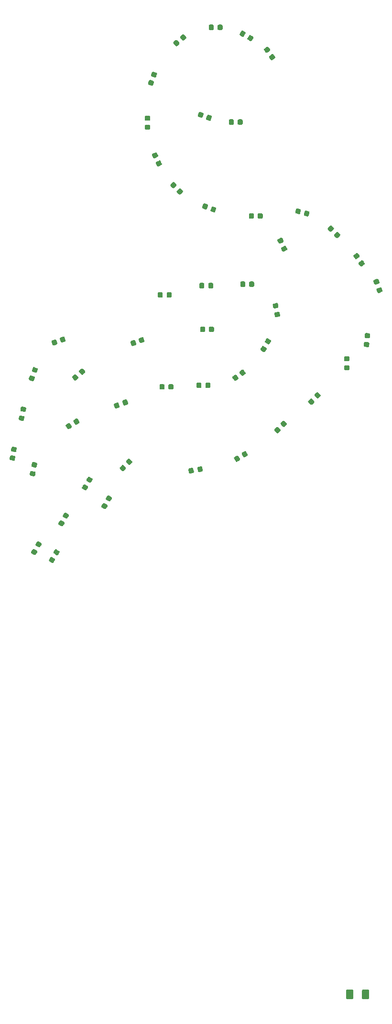
<source format=gtp>
G04 #@! TF.GenerationSoftware,KiCad,Pcbnew,(5.1.5)-3*
G04 #@! TF.CreationDate,2020-02-08T22:33:43-06:00*
G04 #@! TF.ProjectId,tymkrs_Cyphercon_2020_flamingo,74796d6b-7273-45f4-9379-70686572636f,V0*
G04 #@! TF.SameCoordinates,Original*
G04 #@! TF.FileFunction,Paste,Top*
G04 #@! TF.FilePolarity,Positive*
%FSLAX46Y46*%
G04 Gerber Fmt 4.6, Leading zero omitted, Abs format (unit mm)*
G04 Created by KiCad (PCBNEW (5.1.5)-3) date 2020-02-08 22:33:43*
%MOMM*%
%LPD*%
G04 APERTURE LIST*
%ADD10C,0.100000*%
G04 APERTURE END LIST*
D10*
G36*
X104830760Y-102034557D02*
G01*
X104851880Y-102038400D01*
X104872522Y-102044295D01*
X104892487Y-102052185D01*
X104911582Y-102061993D01*
X105355420Y-102318243D01*
X105373462Y-102329876D01*
X105390277Y-102343221D01*
X105405703Y-102358150D01*
X105419591Y-102374519D01*
X105431808Y-102392171D01*
X105442236Y-102410935D01*
X105450774Y-102430631D01*
X105457341Y-102451069D01*
X105461873Y-102472053D01*
X105464327Y-102493379D01*
X105464678Y-102514843D01*
X105462924Y-102536239D01*
X105459081Y-102557359D01*
X105453186Y-102578001D01*
X105445296Y-102597966D01*
X105435488Y-102617061D01*
X105216738Y-102995947D01*
X105205105Y-103013989D01*
X105191760Y-103030804D01*
X105176831Y-103046230D01*
X105160462Y-103060118D01*
X105142810Y-103072335D01*
X105124046Y-103082763D01*
X105104350Y-103091301D01*
X105083912Y-103097868D01*
X105062928Y-103102400D01*
X105041602Y-103104854D01*
X105020138Y-103105205D01*
X104998742Y-103103451D01*
X104977622Y-103099608D01*
X104956980Y-103093713D01*
X104937015Y-103085823D01*
X104917920Y-103076015D01*
X104474082Y-102819765D01*
X104456040Y-102808132D01*
X104439225Y-102794787D01*
X104423799Y-102779858D01*
X104409911Y-102763489D01*
X104397694Y-102745837D01*
X104387266Y-102727073D01*
X104378728Y-102707377D01*
X104372161Y-102686939D01*
X104367629Y-102665955D01*
X104365175Y-102644629D01*
X104364824Y-102623165D01*
X104366578Y-102601769D01*
X104370421Y-102580649D01*
X104376316Y-102560007D01*
X104384206Y-102540042D01*
X104394014Y-102520947D01*
X104612764Y-102142061D01*
X104624397Y-102124019D01*
X104637742Y-102107204D01*
X104652671Y-102091778D01*
X104669040Y-102077890D01*
X104686692Y-102065673D01*
X104705456Y-102055245D01*
X104725152Y-102046707D01*
X104745590Y-102040140D01*
X104766574Y-102035608D01*
X104787900Y-102033154D01*
X104809364Y-102032803D01*
X104830760Y-102034557D01*
G37*
G36*
X104043258Y-103398549D02*
G01*
X104064378Y-103402392D01*
X104085020Y-103408287D01*
X104104985Y-103416177D01*
X104124080Y-103425985D01*
X104567918Y-103682235D01*
X104585960Y-103693868D01*
X104602775Y-103707213D01*
X104618201Y-103722142D01*
X104632089Y-103738511D01*
X104644306Y-103756163D01*
X104654734Y-103774927D01*
X104663272Y-103794623D01*
X104669839Y-103815061D01*
X104674371Y-103836045D01*
X104676825Y-103857371D01*
X104677176Y-103878835D01*
X104675422Y-103900231D01*
X104671579Y-103921351D01*
X104665684Y-103941993D01*
X104657794Y-103961958D01*
X104647986Y-103981053D01*
X104429236Y-104359939D01*
X104417603Y-104377981D01*
X104404258Y-104394796D01*
X104389329Y-104410222D01*
X104372960Y-104424110D01*
X104355308Y-104436327D01*
X104336544Y-104446755D01*
X104316848Y-104455293D01*
X104296410Y-104461860D01*
X104275426Y-104466392D01*
X104254100Y-104468846D01*
X104232636Y-104469197D01*
X104211240Y-104467443D01*
X104190120Y-104463600D01*
X104169478Y-104457705D01*
X104149513Y-104449815D01*
X104130418Y-104440007D01*
X103686580Y-104183757D01*
X103668538Y-104172124D01*
X103651723Y-104158779D01*
X103636297Y-104143850D01*
X103622409Y-104127481D01*
X103610192Y-104109829D01*
X103599764Y-104091065D01*
X103591226Y-104071369D01*
X103584659Y-104050931D01*
X103580127Y-104029947D01*
X103577673Y-104008621D01*
X103577322Y-103987157D01*
X103579076Y-103965761D01*
X103582919Y-103944641D01*
X103588814Y-103923999D01*
X103596704Y-103904034D01*
X103606512Y-103884939D01*
X103825262Y-103506053D01*
X103836895Y-103488011D01*
X103850240Y-103471196D01*
X103865169Y-103455770D01*
X103881538Y-103441882D01*
X103899190Y-103429665D01*
X103917954Y-103419237D01*
X103937650Y-103410699D01*
X103958088Y-103404132D01*
X103979072Y-103399600D01*
X104000398Y-103397146D01*
X104021862Y-103396795D01*
X104043258Y-103398549D01*
G37*
G36*
X100639760Y-108384557D02*
G01*
X100660880Y-108388400D01*
X100681522Y-108394295D01*
X100701487Y-108402185D01*
X100720582Y-108411993D01*
X101164420Y-108668243D01*
X101182462Y-108679876D01*
X101199277Y-108693221D01*
X101214703Y-108708150D01*
X101228591Y-108724519D01*
X101240808Y-108742171D01*
X101251236Y-108760935D01*
X101259774Y-108780631D01*
X101266341Y-108801069D01*
X101270873Y-108822053D01*
X101273327Y-108843379D01*
X101273678Y-108864843D01*
X101271924Y-108886239D01*
X101268081Y-108907359D01*
X101262186Y-108928001D01*
X101254296Y-108947966D01*
X101244488Y-108967061D01*
X101025738Y-109345947D01*
X101014105Y-109363989D01*
X101000760Y-109380804D01*
X100985831Y-109396230D01*
X100969462Y-109410118D01*
X100951810Y-109422335D01*
X100933046Y-109432763D01*
X100913350Y-109441301D01*
X100892912Y-109447868D01*
X100871928Y-109452400D01*
X100850602Y-109454854D01*
X100829138Y-109455205D01*
X100807742Y-109453451D01*
X100786622Y-109449608D01*
X100765980Y-109443713D01*
X100746015Y-109435823D01*
X100726920Y-109426015D01*
X100283082Y-109169765D01*
X100265040Y-109158132D01*
X100248225Y-109144787D01*
X100232799Y-109129858D01*
X100218911Y-109113489D01*
X100206694Y-109095837D01*
X100196266Y-109077073D01*
X100187728Y-109057377D01*
X100181161Y-109036939D01*
X100176629Y-109015955D01*
X100174175Y-108994629D01*
X100173824Y-108973165D01*
X100175578Y-108951769D01*
X100179421Y-108930649D01*
X100185316Y-108910007D01*
X100193206Y-108890042D01*
X100203014Y-108870947D01*
X100421764Y-108492061D01*
X100433397Y-108474019D01*
X100446742Y-108457204D01*
X100461671Y-108441778D01*
X100478040Y-108427890D01*
X100495692Y-108415673D01*
X100514456Y-108405245D01*
X100534152Y-108396707D01*
X100554590Y-108390140D01*
X100575574Y-108385608D01*
X100596900Y-108383154D01*
X100618364Y-108382803D01*
X100639760Y-108384557D01*
G37*
G36*
X99852258Y-109748549D02*
G01*
X99873378Y-109752392D01*
X99894020Y-109758287D01*
X99913985Y-109766177D01*
X99933080Y-109775985D01*
X100376918Y-110032235D01*
X100394960Y-110043868D01*
X100411775Y-110057213D01*
X100427201Y-110072142D01*
X100441089Y-110088511D01*
X100453306Y-110106163D01*
X100463734Y-110124927D01*
X100472272Y-110144623D01*
X100478839Y-110165061D01*
X100483371Y-110186045D01*
X100485825Y-110207371D01*
X100486176Y-110228835D01*
X100484422Y-110250231D01*
X100480579Y-110271351D01*
X100474684Y-110291993D01*
X100466794Y-110311958D01*
X100456986Y-110331053D01*
X100238236Y-110709939D01*
X100226603Y-110727981D01*
X100213258Y-110744796D01*
X100198329Y-110760222D01*
X100181960Y-110774110D01*
X100164308Y-110786327D01*
X100145544Y-110796755D01*
X100125848Y-110805293D01*
X100105410Y-110811860D01*
X100084426Y-110816392D01*
X100063100Y-110818846D01*
X100041636Y-110819197D01*
X100020240Y-110817443D01*
X99999120Y-110813600D01*
X99978478Y-110807705D01*
X99958513Y-110799815D01*
X99939418Y-110790007D01*
X99495580Y-110533757D01*
X99477538Y-110522124D01*
X99460723Y-110508779D01*
X99445297Y-110493850D01*
X99431409Y-110477481D01*
X99419192Y-110459829D01*
X99408764Y-110441065D01*
X99400226Y-110421369D01*
X99393659Y-110400931D01*
X99389127Y-110379947D01*
X99386673Y-110358621D01*
X99386322Y-110337157D01*
X99388076Y-110315761D01*
X99391919Y-110294641D01*
X99397814Y-110273999D01*
X99405704Y-110254034D01*
X99415512Y-110234939D01*
X99634262Y-109856053D01*
X99645895Y-109838011D01*
X99659240Y-109821196D01*
X99674169Y-109805770D01*
X99690538Y-109791882D01*
X99708190Y-109779665D01*
X99726954Y-109769237D01*
X99746650Y-109760699D01*
X99767088Y-109754132D01*
X99788072Y-109749600D01*
X99809398Y-109747146D01*
X99830862Y-109746795D01*
X99852258Y-109748549D01*
G37*
G36*
X94935065Y-99457426D02*
G01*
X94956363Y-99460112D01*
X95461077Y-99549107D01*
X95482009Y-99553868D01*
X95502374Y-99560657D01*
X95521976Y-99569410D01*
X95540625Y-99580042D01*
X95558143Y-99592451D01*
X95574360Y-99606517D01*
X95589120Y-99622105D01*
X95602281Y-99639064D01*
X95613716Y-99657232D01*
X95623315Y-99676433D01*
X95630987Y-99696483D01*
X95636656Y-99717188D01*
X95640268Y-99738349D01*
X95641789Y-99759762D01*
X95641204Y-99781221D01*
X95638518Y-99802520D01*
X95562546Y-100233373D01*
X95557785Y-100254306D01*
X95550996Y-100274671D01*
X95542243Y-100294272D01*
X95531611Y-100312922D01*
X95519202Y-100330439D01*
X95505136Y-100346656D01*
X95489548Y-100361416D01*
X95472588Y-100374577D01*
X95454421Y-100386012D01*
X95435219Y-100395612D01*
X95415170Y-100403283D01*
X95394465Y-100408952D01*
X95373304Y-100412564D01*
X95351891Y-100414085D01*
X95330431Y-100413500D01*
X95309133Y-100410814D01*
X94804419Y-100321819D01*
X94783487Y-100317058D01*
X94763122Y-100310269D01*
X94743520Y-100301516D01*
X94724871Y-100290884D01*
X94707353Y-100278475D01*
X94691136Y-100264409D01*
X94676376Y-100248821D01*
X94663215Y-100231862D01*
X94651780Y-100213694D01*
X94642181Y-100194493D01*
X94634509Y-100174443D01*
X94628840Y-100153738D01*
X94625228Y-100132577D01*
X94623707Y-100111164D01*
X94624292Y-100089705D01*
X94626978Y-100068406D01*
X94702950Y-99637553D01*
X94707711Y-99616620D01*
X94714500Y-99596255D01*
X94723253Y-99576654D01*
X94733885Y-99558004D01*
X94746294Y-99540487D01*
X94760360Y-99524270D01*
X94775948Y-99509510D01*
X94792908Y-99496349D01*
X94811075Y-99484914D01*
X94830277Y-99475314D01*
X94850326Y-99467643D01*
X94871031Y-99461974D01*
X94892192Y-99458362D01*
X94913605Y-99456841D01*
X94935065Y-99457426D01*
G37*
G36*
X94661569Y-101008500D02*
G01*
X94682867Y-101011186D01*
X95187581Y-101100181D01*
X95208513Y-101104942D01*
X95228878Y-101111731D01*
X95248480Y-101120484D01*
X95267129Y-101131116D01*
X95284647Y-101143525D01*
X95300864Y-101157591D01*
X95315624Y-101173179D01*
X95328785Y-101190138D01*
X95340220Y-101208306D01*
X95349819Y-101227507D01*
X95357491Y-101247557D01*
X95363160Y-101268262D01*
X95366772Y-101289423D01*
X95368293Y-101310836D01*
X95367708Y-101332295D01*
X95365022Y-101353594D01*
X95289050Y-101784447D01*
X95284289Y-101805380D01*
X95277500Y-101825745D01*
X95268747Y-101845346D01*
X95258115Y-101863996D01*
X95245706Y-101881513D01*
X95231640Y-101897730D01*
X95216052Y-101912490D01*
X95199092Y-101925651D01*
X95180925Y-101937086D01*
X95161723Y-101946686D01*
X95141674Y-101954357D01*
X95120969Y-101960026D01*
X95099808Y-101963638D01*
X95078395Y-101965159D01*
X95056935Y-101964574D01*
X95035637Y-101961888D01*
X94530923Y-101872893D01*
X94509991Y-101868132D01*
X94489626Y-101861343D01*
X94470024Y-101852590D01*
X94451375Y-101841958D01*
X94433857Y-101829549D01*
X94417640Y-101815483D01*
X94402880Y-101799895D01*
X94389719Y-101782936D01*
X94378284Y-101764768D01*
X94368685Y-101745567D01*
X94361013Y-101725517D01*
X94355344Y-101704812D01*
X94351732Y-101683651D01*
X94350211Y-101662238D01*
X94350796Y-101640779D01*
X94353482Y-101619480D01*
X94429454Y-101188627D01*
X94434215Y-101167694D01*
X94441004Y-101147329D01*
X94449757Y-101127728D01*
X94460389Y-101109078D01*
X94472798Y-101091561D01*
X94486864Y-101075344D01*
X94502452Y-101060584D01*
X94519412Y-101047423D01*
X94537579Y-101035988D01*
X94556781Y-101026388D01*
X94576830Y-101018717D01*
X94597535Y-101013048D01*
X94618696Y-101009436D01*
X94640109Y-101007915D01*
X94661569Y-101008500D01*
G37*
G36*
X91353665Y-96714226D02*
G01*
X91374963Y-96716912D01*
X91879677Y-96805907D01*
X91900609Y-96810668D01*
X91920974Y-96817457D01*
X91940576Y-96826210D01*
X91959225Y-96836842D01*
X91976743Y-96849251D01*
X91992960Y-96863317D01*
X92007720Y-96878905D01*
X92020881Y-96895864D01*
X92032316Y-96914032D01*
X92041915Y-96933233D01*
X92049587Y-96953283D01*
X92055256Y-96973988D01*
X92058868Y-96995149D01*
X92060389Y-97016562D01*
X92059804Y-97038021D01*
X92057118Y-97059320D01*
X91981146Y-97490173D01*
X91976385Y-97511106D01*
X91969596Y-97531471D01*
X91960843Y-97551072D01*
X91950211Y-97569722D01*
X91937802Y-97587239D01*
X91923736Y-97603456D01*
X91908148Y-97618216D01*
X91891188Y-97631377D01*
X91873021Y-97642812D01*
X91853819Y-97652412D01*
X91833770Y-97660083D01*
X91813065Y-97665752D01*
X91791904Y-97669364D01*
X91770491Y-97670885D01*
X91749031Y-97670300D01*
X91727733Y-97667614D01*
X91223019Y-97578619D01*
X91202087Y-97573858D01*
X91181722Y-97567069D01*
X91162120Y-97558316D01*
X91143471Y-97547684D01*
X91125953Y-97535275D01*
X91109736Y-97521209D01*
X91094976Y-97505621D01*
X91081815Y-97488662D01*
X91070380Y-97470494D01*
X91060781Y-97451293D01*
X91053109Y-97431243D01*
X91047440Y-97410538D01*
X91043828Y-97389377D01*
X91042307Y-97367964D01*
X91042892Y-97346505D01*
X91045578Y-97325206D01*
X91121550Y-96894353D01*
X91126311Y-96873420D01*
X91133100Y-96853055D01*
X91141853Y-96833454D01*
X91152485Y-96814804D01*
X91164894Y-96797287D01*
X91178960Y-96781070D01*
X91194548Y-96766310D01*
X91211508Y-96753149D01*
X91229675Y-96741714D01*
X91248877Y-96732114D01*
X91268926Y-96724443D01*
X91289631Y-96718774D01*
X91310792Y-96715162D01*
X91332205Y-96713641D01*
X91353665Y-96714226D01*
G37*
G36*
X91080169Y-98265300D02*
G01*
X91101467Y-98267986D01*
X91606181Y-98356981D01*
X91627113Y-98361742D01*
X91647478Y-98368531D01*
X91667080Y-98377284D01*
X91685729Y-98387916D01*
X91703247Y-98400325D01*
X91719464Y-98414391D01*
X91734224Y-98429979D01*
X91747385Y-98446938D01*
X91758820Y-98465106D01*
X91768419Y-98484307D01*
X91776091Y-98504357D01*
X91781760Y-98525062D01*
X91785372Y-98546223D01*
X91786893Y-98567636D01*
X91786308Y-98589095D01*
X91783622Y-98610394D01*
X91707650Y-99041247D01*
X91702889Y-99062180D01*
X91696100Y-99082545D01*
X91687347Y-99102146D01*
X91676715Y-99120796D01*
X91664306Y-99138313D01*
X91650240Y-99154530D01*
X91634652Y-99169290D01*
X91617692Y-99182451D01*
X91599525Y-99193886D01*
X91580323Y-99203486D01*
X91560274Y-99211157D01*
X91539569Y-99216826D01*
X91518408Y-99220438D01*
X91496995Y-99221959D01*
X91475535Y-99221374D01*
X91454237Y-99218688D01*
X90949523Y-99129693D01*
X90928591Y-99124932D01*
X90908226Y-99118143D01*
X90888624Y-99109390D01*
X90869975Y-99098758D01*
X90852457Y-99086349D01*
X90836240Y-99072283D01*
X90821480Y-99056695D01*
X90808319Y-99039736D01*
X90796884Y-99021568D01*
X90787285Y-99002367D01*
X90779613Y-98982317D01*
X90773944Y-98961612D01*
X90770332Y-98940451D01*
X90768811Y-98919038D01*
X90769396Y-98897579D01*
X90772082Y-98876280D01*
X90848054Y-98445427D01*
X90852815Y-98424494D01*
X90859604Y-98404129D01*
X90868357Y-98384528D01*
X90878989Y-98365878D01*
X90891398Y-98348361D01*
X90905464Y-98332144D01*
X90921052Y-98317384D01*
X90938012Y-98304223D01*
X90956179Y-98292788D01*
X90975381Y-98283188D01*
X90995430Y-98275517D01*
X91016135Y-98269848D01*
X91037296Y-98266236D01*
X91058709Y-98264715D01*
X91080169Y-98265300D01*
G37*
G36*
X98201258Y-116225549D02*
G01*
X98222378Y-116229392D01*
X98243020Y-116235287D01*
X98262985Y-116243177D01*
X98282080Y-116252985D01*
X98725918Y-116509235D01*
X98743960Y-116520868D01*
X98760775Y-116534213D01*
X98776201Y-116549142D01*
X98790089Y-116565511D01*
X98802306Y-116583163D01*
X98812734Y-116601927D01*
X98821272Y-116621623D01*
X98827839Y-116642061D01*
X98832371Y-116663045D01*
X98834825Y-116684371D01*
X98835176Y-116705835D01*
X98833422Y-116727231D01*
X98829579Y-116748351D01*
X98823684Y-116768993D01*
X98815794Y-116788958D01*
X98805986Y-116808053D01*
X98587236Y-117186939D01*
X98575603Y-117204981D01*
X98562258Y-117221796D01*
X98547329Y-117237222D01*
X98530960Y-117251110D01*
X98513308Y-117263327D01*
X98494544Y-117273755D01*
X98474848Y-117282293D01*
X98454410Y-117288860D01*
X98433426Y-117293392D01*
X98412100Y-117295846D01*
X98390636Y-117296197D01*
X98369240Y-117294443D01*
X98348120Y-117290600D01*
X98327478Y-117284705D01*
X98307513Y-117276815D01*
X98288418Y-117267007D01*
X97844580Y-117010757D01*
X97826538Y-116999124D01*
X97809723Y-116985779D01*
X97794297Y-116970850D01*
X97780409Y-116954481D01*
X97768192Y-116936829D01*
X97757764Y-116918065D01*
X97749226Y-116898369D01*
X97742659Y-116877931D01*
X97738127Y-116856947D01*
X97735673Y-116835621D01*
X97735322Y-116814157D01*
X97737076Y-116792761D01*
X97740919Y-116771641D01*
X97746814Y-116750999D01*
X97754704Y-116731034D01*
X97764512Y-116711939D01*
X97983262Y-116333053D01*
X97994895Y-116315011D01*
X98008240Y-116298196D01*
X98023169Y-116282770D01*
X98039538Y-116268882D01*
X98057190Y-116256665D01*
X98075954Y-116246237D01*
X98095650Y-116237699D01*
X98116088Y-116231132D01*
X98137072Y-116226600D01*
X98158398Y-116224146D01*
X98179862Y-116223795D01*
X98201258Y-116225549D01*
G37*
G36*
X98988760Y-114861557D02*
G01*
X99009880Y-114865400D01*
X99030522Y-114871295D01*
X99050487Y-114879185D01*
X99069582Y-114888993D01*
X99513420Y-115145243D01*
X99531462Y-115156876D01*
X99548277Y-115170221D01*
X99563703Y-115185150D01*
X99577591Y-115201519D01*
X99589808Y-115219171D01*
X99600236Y-115237935D01*
X99608774Y-115257631D01*
X99615341Y-115278069D01*
X99619873Y-115299053D01*
X99622327Y-115320379D01*
X99622678Y-115341843D01*
X99620924Y-115363239D01*
X99617081Y-115384359D01*
X99611186Y-115405001D01*
X99603296Y-115424966D01*
X99593488Y-115444061D01*
X99374738Y-115822947D01*
X99363105Y-115840989D01*
X99349760Y-115857804D01*
X99334831Y-115873230D01*
X99318462Y-115887118D01*
X99300810Y-115899335D01*
X99282046Y-115909763D01*
X99262350Y-115918301D01*
X99241912Y-115924868D01*
X99220928Y-115929400D01*
X99199602Y-115931854D01*
X99178138Y-115932205D01*
X99156742Y-115930451D01*
X99135622Y-115926608D01*
X99114980Y-115920713D01*
X99095015Y-115912823D01*
X99075920Y-115903015D01*
X98632082Y-115646765D01*
X98614040Y-115635132D01*
X98597225Y-115621787D01*
X98581799Y-115606858D01*
X98567911Y-115590489D01*
X98555694Y-115572837D01*
X98545266Y-115554073D01*
X98536728Y-115534377D01*
X98530161Y-115513939D01*
X98525629Y-115492955D01*
X98523175Y-115471629D01*
X98522824Y-115450165D01*
X98524578Y-115428769D01*
X98528421Y-115407649D01*
X98534316Y-115387007D01*
X98542206Y-115367042D01*
X98552014Y-115347947D01*
X98770764Y-114969061D01*
X98782397Y-114951019D01*
X98795742Y-114934204D01*
X98810671Y-114918778D01*
X98827040Y-114904890D01*
X98844692Y-114892673D01*
X98863456Y-114882245D01*
X98883152Y-114873707D01*
X98903590Y-114867140D01*
X98924574Y-114862608D01*
X98945900Y-114860154D01*
X98967364Y-114859803D01*
X98988760Y-114861557D01*
G37*
G36*
X95813760Y-113464557D02*
G01*
X95834880Y-113468400D01*
X95855522Y-113474295D01*
X95875487Y-113482185D01*
X95894582Y-113491993D01*
X96338420Y-113748243D01*
X96356462Y-113759876D01*
X96373277Y-113773221D01*
X96388703Y-113788150D01*
X96402591Y-113804519D01*
X96414808Y-113822171D01*
X96425236Y-113840935D01*
X96433774Y-113860631D01*
X96440341Y-113881069D01*
X96444873Y-113902053D01*
X96447327Y-113923379D01*
X96447678Y-113944843D01*
X96445924Y-113966239D01*
X96442081Y-113987359D01*
X96436186Y-114008001D01*
X96428296Y-114027966D01*
X96418488Y-114047061D01*
X96199738Y-114425947D01*
X96188105Y-114443989D01*
X96174760Y-114460804D01*
X96159831Y-114476230D01*
X96143462Y-114490118D01*
X96125810Y-114502335D01*
X96107046Y-114512763D01*
X96087350Y-114521301D01*
X96066912Y-114527868D01*
X96045928Y-114532400D01*
X96024602Y-114534854D01*
X96003138Y-114535205D01*
X95981742Y-114533451D01*
X95960622Y-114529608D01*
X95939980Y-114523713D01*
X95920015Y-114515823D01*
X95900920Y-114506015D01*
X95457082Y-114249765D01*
X95439040Y-114238132D01*
X95422225Y-114224787D01*
X95406799Y-114209858D01*
X95392911Y-114193489D01*
X95380694Y-114175837D01*
X95370266Y-114157073D01*
X95361728Y-114137377D01*
X95355161Y-114116939D01*
X95350629Y-114095955D01*
X95348175Y-114074629D01*
X95347824Y-114053165D01*
X95349578Y-114031769D01*
X95353421Y-114010649D01*
X95359316Y-113990007D01*
X95367206Y-113970042D01*
X95377014Y-113950947D01*
X95595764Y-113572061D01*
X95607397Y-113554019D01*
X95620742Y-113537204D01*
X95635671Y-113521778D01*
X95652040Y-113507890D01*
X95669692Y-113495673D01*
X95688456Y-113485245D01*
X95708152Y-113476707D01*
X95728590Y-113470140D01*
X95749574Y-113465608D01*
X95770900Y-113463154D01*
X95792364Y-113462803D01*
X95813760Y-113464557D01*
G37*
G36*
X95026258Y-114828549D02*
G01*
X95047378Y-114832392D01*
X95068020Y-114838287D01*
X95087985Y-114846177D01*
X95107080Y-114855985D01*
X95550918Y-115112235D01*
X95568960Y-115123868D01*
X95585775Y-115137213D01*
X95601201Y-115152142D01*
X95615089Y-115168511D01*
X95627306Y-115186163D01*
X95637734Y-115204927D01*
X95646272Y-115224623D01*
X95652839Y-115245061D01*
X95657371Y-115266045D01*
X95659825Y-115287371D01*
X95660176Y-115308835D01*
X95658422Y-115330231D01*
X95654579Y-115351351D01*
X95648684Y-115371993D01*
X95640794Y-115391958D01*
X95630986Y-115411053D01*
X95412236Y-115789939D01*
X95400603Y-115807981D01*
X95387258Y-115824796D01*
X95372329Y-115840222D01*
X95355960Y-115854110D01*
X95338308Y-115866327D01*
X95319544Y-115876755D01*
X95299848Y-115885293D01*
X95279410Y-115891860D01*
X95258426Y-115896392D01*
X95237100Y-115898846D01*
X95215636Y-115899197D01*
X95194240Y-115897443D01*
X95173120Y-115893600D01*
X95152478Y-115887705D01*
X95132513Y-115879815D01*
X95113418Y-115870007D01*
X94669580Y-115613757D01*
X94651538Y-115602124D01*
X94634723Y-115588779D01*
X94619297Y-115573850D01*
X94605409Y-115557481D01*
X94593192Y-115539829D01*
X94582764Y-115521065D01*
X94574226Y-115501369D01*
X94567659Y-115480931D01*
X94563127Y-115459947D01*
X94560673Y-115438621D01*
X94560322Y-115417157D01*
X94562076Y-115395761D01*
X94565919Y-115374641D01*
X94571814Y-115353999D01*
X94579704Y-115334034D01*
X94589512Y-115314939D01*
X94808262Y-114936053D01*
X94819895Y-114918011D01*
X94833240Y-114901196D01*
X94848169Y-114885770D01*
X94864538Y-114871882D01*
X94882190Y-114859665D01*
X94900954Y-114849237D01*
X94920650Y-114840699D01*
X94941088Y-114834132D01*
X94962072Y-114829600D01*
X94983398Y-114827146D01*
X95004862Y-114826795D01*
X95026258Y-114828549D01*
G37*
G36*
X124670651Y-100193732D02*
G01*
X124691812Y-100197344D01*
X124712517Y-100203013D01*
X124732566Y-100210684D01*
X124751768Y-100220284D01*
X124769935Y-100231719D01*
X124786895Y-100244880D01*
X124802483Y-100259640D01*
X124816549Y-100275857D01*
X124828958Y-100293374D01*
X124839590Y-100312024D01*
X124848343Y-100331625D01*
X124855132Y-100351990D01*
X124859893Y-100372923D01*
X124948888Y-100877637D01*
X124951574Y-100898936D01*
X124952159Y-100920395D01*
X124950638Y-100941808D01*
X124947026Y-100962969D01*
X124941357Y-100983674D01*
X124933685Y-101003724D01*
X124924086Y-101022925D01*
X124912651Y-101041093D01*
X124899490Y-101058052D01*
X124884730Y-101073640D01*
X124868513Y-101087706D01*
X124850995Y-101100115D01*
X124832346Y-101110747D01*
X124812744Y-101119500D01*
X124792379Y-101126289D01*
X124771447Y-101131050D01*
X124340594Y-101207022D01*
X124319296Y-101209708D01*
X124297836Y-101210293D01*
X124276423Y-101208772D01*
X124255262Y-101205160D01*
X124234557Y-101199491D01*
X124214508Y-101191820D01*
X124195306Y-101182220D01*
X124177139Y-101170785D01*
X124160179Y-101157624D01*
X124144591Y-101142864D01*
X124130525Y-101126647D01*
X124118116Y-101109130D01*
X124107484Y-101090480D01*
X124098731Y-101070879D01*
X124091942Y-101050514D01*
X124087181Y-101029581D01*
X123998186Y-100524867D01*
X123995500Y-100503568D01*
X123994915Y-100482109D01*
X123996436Y-100460696D01*
X124000048Y-100439535D01*
X124005717Y-100418830D01*
X124013389Y-100398780D01*
X124022988Y-100379579D01*
X124034423Y-100361411D01*
X124047584Y-100344452D01*
X124062344Y-100328864D01*
X124078561Y-100314798D01*
X124096079Y-100302389D01*
X124114728Y-100291757D01*
X124134330Y-100283004D01*
X124154695Y-100276215D01*
X124175627Y-100271454D01*
X124606480Y-100195482D01*
X124627778Y-100192796D01*
X124649238Y-100192211D01*
X124670651Y-100193732D01*
G37*
G36*
X123119577Y-100467228D02*
G01*
X123140738Y-100470840D01*
X123161443Y-100476509D01*
X123181492Y-100484180D01*
X123200694Y-100493780D01*
X123218861Y-100505215D01*
X123235821Y-100518376D01*
X123251409Y-100533136D01*
X123265475Y-100549353D01*
X123277884Y-100566870D01*
X123288516Y-100585520D01*
X123297269Y-100605121D01*
X123304058Y-100625486D01*
X123308819Y-100646419D01*
X123397814Y-101151133D01*
X123400500Y-101172432D01*
X123401085Y-101193891D01*
X123399564Y-101215304D01*
X123395952Y-101236465D01*
X123390283Y-101257170D01*
X123382611Y-101277220D01*
X123373012Y-101296421D01*
X123361577Y-101314589D01*
X123348416Y-101331548D01*
X123333656Y-101347136D01*
X123317439Y-101361202D01*
X123299921Y-101373611D01*
X123281272Y-101384243D01*
X123261670Y-101392996D01*
X123241305Y-101399785D01*
X123220373Y-101404546D01*
X122789520Y-101480518D01*
X122768222Y-101483204D01*
X122746762Y-101483789D01*
X122725349Y-101482268D01*
X122704188Y-101478656D01*
X122683483Y-101472987D01*
X122663434Y-101465316D01*
X122644232Y-101455716D01*
X122626065Y-101444281D01*
X122609105Y-101431120D01*
X122593517Y-101416360D01*
X122579451Y-101400143D01*
X122567042Y-101382626D01*
X122556410Y-101363976D01*
X122547657Y-101344375D01*
X122540868Y-101324010D01*
X122536107Y-101303077D01*
X122447112Y-100798363D01*
X122444426Y-100777064D01*
X122443841Y-100755605D01*
X122445362Y-100734192D01*
X122448974Y-100713031D01*
X122454643Y-100692326D01*
X122462315Y-100672276D01*
X122471914Y-100653075D01*
X122483349Y-100634907D01*
X122496510Y-100617948D01*
X122511270Y-100602360D01*
X122527487Y-100588294D01*
X122545005Y-100575885D01*
X122563654Y-100565253D01*
X122583256Y-100556500D01*
X122603621Y-100549711D01*
X122624553Y-100544950D01*
X123055406Y-100468978D01*
X123076704Y-100466292D01*
X123098164Y-100465707D01*
X123119577Y-100467228D01*
G37*
G36*
X117994490Y-85657453D02*
G01*
X118015725Y-85660603D01*
X118036549Y-85665819D01*
X118056761Y-85673051D01*
X118076167Y-85682230D01*
X118094580Y-85693266D01*
X118111823Y-85706054D01*
X118127729Y-85720470D01*
X118142145Y-85736376D01*
X118154933Y-85753619D01*
X118165969Y-85772032D01*
X118175148Y-85791438D01*
X118182380Y-85811650D01*
X118187596Y-85832474D01*
X118190746Y-85853709D01*
X118191799Y-85875150D01*
X118191799Y-86387650D01*
X118190746Y-86409091D01*
X118187596Y-86430326D01*
X118182380Y-86451150D01*
X118175148Y-86471362D01*
X118165969Y-86490768D01*
X118154933Y-86509181D01*
X118142145Y-86526424D01*
X118127729Y-86542330D01*
X118111823Y-86556746D01*
X118094580Y-86569534D01*
X118076167Y-86580570D01*
X118056761Y-86589749D01*
X118036549Y-86596981D01*
X118015725Y-86602197D01*
X117994490Y-86605347D01*
X117973049Y-86606400D01*
X117535549Y-86606400D01*
X117514108Y-86605347D01*
X117492873Y-86602197D01*
X117472049Y-86596981D01*
X117451837Y-86589749D01*
X117432431Y-86580570D01*
X117414018Y-86569534D01*
X117396775Y-86556746D01*
X117380869Y-86542330D01*
X117366453Y-86526424D01*
X117353665Y-86509181D01*
X117342629Y-86490768D01*
X117333450Y-86471362D01*
X117326218Y-86451150D01*
X117321002Y-86430326D01*
X117317852Y-86409091D01*
X117316799Y-86387650D01*
X117316799Y-85875150D01*
X117317852Y-85853709D01*
X117321002Y-85832474D01*
X117326218Y-85811650D01*
X117333450Y-85791438D01*
X117342629Y-85772032D01*
X117353665Y-85753619D01*
X117366453Y-85736376D01*
X117380869Y-85720470D01*
X117396775Y-85706054D01*
X117414018Y-85693266D01*
X117432431Y-85682230D01*
X117451837Y-85673051D01*
X117472049Y-85665819D01*
X117492873Y-85660603D01*
X117514108Y-85657453D01*
X117535549Y-85656400D01*
X117973049Y-85656400D01*
X117994490Y-85657453D01*
G37*
G36*
X119569492Y-85657453D02*
G01*
X119590727Y-85660603D01*
X119611551Y-85665819D01*
X119631763Y-85673051D01*
X119651169Y-85682230D01*
X119669582Y-85693266D01*
X119686825Y-85706054D01*
X119702731Y-85720470D01*
X119717147Y-85736376D01*
X119729935Y-85753619D01*
X119740971Y-85772032D01*
X119750150Y-85791438D01*
X119757382Y-85811650D01*
X119762598Y-85832474D01*
X119765748Y-85853709D01*
X119766801Y-85875150D01*
X119766801Y-86387650D01*
X119765748Y-86409091D01*
X119762598Y-86430326D01*
X119757382Y-86451150D01*
X119750150Y-86471362D01*
X119740971Y-86490768D01*
X119729935Y-86509181D01*
X119717147Y-86526424D01*
X119702731Y-86542330D01*
X119686825Y-86556746D01*
X119669582Y-86569534D01*
X119651169Y-86580570D01*
X119631763Y-86589749D01*
X119611551Y-86596981D01*
X119590727Y-86602197D01*
X119569492Y-86605347D01*
X119548051Y-86606400D01*
X119110551Y-86606400D01*
X119089110Y-86605347D01*
X119067875Y-86602197D01*
X119047051Y-86596981D01*
X119026839Y-86589749D01*
X119007433Y-86580570D01*
X118989020Y-86569534D01*
X118971777Y-86556746D01*
X118955871Y-86542330D01*
X118941455Y-86526424D01*
X118928667Y-86509181D01*
X118917631Y-86490768D01*
X118908452Y-86471362D01*
X118901220Y-86451150D01*
X118896004Y-86430326D01*
X118892854Y-86409091D01*
X118891801Y-86387650D01*
X118891801Y-85875150D01*
X118892854Y-85853709D01*
X118896004Y-85832474D01*
X118901220Y-85811650D01*
X118908452Y-85791438D01*
X118917631Y-85772032D01*
X118928667Y-85753619D01*
X118941455Y-85736376D01*
X118955871Y-85720470D01*
X118971777Y-85706054D01*
X118989020Y-85693266D01*
X119007433Y-85682230D01*
X119026839Y-85673051D01*
X119047051Y-85665819D01*
X119067875Y-85660603D01*
X119089110Y-85657453D01*
X119110551Y-85656400D01*
X119548051Y-85656400D01*
X119569492Y-85657453D01*
G37*
G36*
X109898822Y-88891174D02*
G01*
X109919900Y-88895247D01*
X109940476Y-88901366D01*
X109960354Y-88909473D01*
X109979341Y-88919489D01*
X109997255Y-88931318D01*
X110013923Y-88944846D01*
X110029185Y-88959943D01*
X110042894Y-88976462D01*
X110054918Y-88994246D01*
X110065141Y-89013123D01*
X110073464Y-89032911D01*
X110248749Y-89514503D01*
X110255092Y-89535012D01*
X110259395Y-89556043D01*
X110261616Y-89577395D01*
X110261733Y-89598862D01*
X110259745Y-89620237D01*
X110255672Y-89641314D01*
X110249553Y-89661890D01*
X110241446Y-89681768D01*
X110231430Y-89700755D01*
X110219601Y-89718669D01*
X110206073Y-89735337D01*
X110190976Y-89750599D01*
X110174457Y-89764308D01*
X110156673Y-89776332D01*
X110137796Y-89786555D01*
X110118008Y-89794878D01*
X109706893Y-89944512D01*
X109686385Y-89950855D01*
X109665353Y-89955158D01*
X109644001Y-89957379D01*
X109622534Y-89957496D01*
X109601160Y-89955508D01*
X109580082Y-89951435D01*
X109559506Y-89945316D01*
X109539628Y-89937209D01*
X109520641Y-89927193D01*
X109502727Y-89915364D01*
X109486059Y-89901836D01*
X109470797Y-89886739D01*
X109457088Y-89870220D01*
X109445064Y-89852436D01*
X109434841Y-89833559D01*
X109426518Y-89813771D01*
X109251233Y-89332179D01*
X109244890Y-89311670D01*
X109240587Y-89290639D01*
X109238366Y-89269287D01*
X109238249Y-89247820D01*
X109240237Y-89226445D01*
X109244310Y-89205368D01*
X109250429Y-89184792D01*
X109258536Y-89164914D01*
X109268552Y-89145927D01*
X109280381Y-89128013D01*
X109293909Y-89111345D01*
X109309006Y-89096083D01*
X109325525Y-89082374D01*
X109343309Y-89070350D01*
X109362186Y-89060127D01*
X109381974Y-89051804D01*
X109793089Y-88902170D01*
X109813597Y-88895827D01*
X109834629Y-88891524D01*
X109855981Y-88889303D01*
X109877448Y-88889186D01*
X109898822Y-88891174D01*
G37*
G36*
X111378840Y-88352492D02*
G01*
X111399918Y-88356565D01*
X111420494Y-88362684D01*
X111440372Y-88370791D01*
X111459359Y-88380807D01*
X111477273Y-88392636D01*
X111493941Y-88406164D01*
X111509203Y-88421261D01*
X111522912Y-88437780D01*
X111534936Y-88455564D01*
X111545159Y-88474441D01*
X111553482Y-88494229D01*
X111728767Y-88975821D01*
X111735110Y-88996330D01*
X111739413Y-89017361D01*
X111741634Y-89038713D01*
X111741751Y-89060180D01*
X111739763Y-89081555D01*
X111735690Y-89102632D01*
X111729571Y-89123208D01*
X111721464Y-89143086D01*
X111711448Y-89162073D01*
X111699619Y-89179987D01*
X111686091Y-89196655D01*
X111670994Y-89211917D01*
X111654475Y-89225626D01*
X111636691Y-89237650D01*
X111617814Y-89247873D01*
X111598026Y-89256196D01*
X111186911Y-89405830D01*
X111166403Y-89412173D01*
X111145371Y-89416476D01*
X111124019Y-89418697D01*
X111102552Y-89418814D01*
X111081178Y-89416826D01*
X111060100Y-89412753D01*
X111039524Y-89406634D01*
X111019646Y-89398527D01*
X111000659Y-89388511D01*
X110982745Y-89376682D01*
X110966077Y-89363154D01*
X110950815Y-89348057D01*
X110937106Y-89331538D01*
X110925082Y-89313754D01*
X110914859Y-89294877D01*
X110906536Y-89275089D01*
X110731251Y-88793497D01*
X110724908Y-88772988D01*
X110720605Y-88751957D01*
X110718384Y-88730605D01*
X110718267Y-88709138D01*
X110720255Y-88687763D01*
X110724328Y-88666686D01*
X110730447Y-88646110D01*
X110738554Y-88626232D01*
X110748570Y-88607245D01*
X110760399Y-88589331D01*
X110773927Y-88572663D01*
X110789024Y-88557401D01*
X110805543Y-88543692D01*
X110823327Y-88531668D01*
X110842204Y-88521445D01*
X110861992Y-88513122D01*
X111273107Y-88363488D01*
X111293615Y-88357145D01*
X111314647Y-88352842D01*
X111335999Y-88350621D01*
X111357466Y-88350504D01*
X111378840Y-88352492D01*
G37*
G36*
X111930771Y-98838580D02*
G01*
X111952006Y-98841730D01*
X111972830Y-98846946D01*
X111993042Y-98854178D01*
X112012448Y-98863357D01*
X112030861Y-98874393D01*
X112048104Y-98887181D01*
X112064010Y-98901597D01*
X112426403Y-99263990D01*
X112440819Y-99279896D01*
X112453607Y-99297139D01*
X112464643Y-99315552D01*
X112473822Y-99334958D01*
X112481054Y-99355170D01*
X112486270Y-99375994D01*
X112489420Y-99397229D01*
X112490473Y-99418670D01*
X112489420Y-99440111D01*
X112486270Y-99461346D01*
X112481054Y-99482170D01*
X112473822Y-99502382D01*
X112464643Y-99521788D01*
X112453607Y-99540201D01*
X112440819Y-99557444D01*
X112426403Y-99573350D01*
X112117044Y-99882709D01*
X112101138Y-99897125D01*
X112083895Y-99909913D01*
X112065482Y-99920949D01*
X112046076Y-99930128D01*
X112025864Y-99937360D01*
X112005040Y-99942576D01*
X111983805Y-99945726D01*
X111962364Y-99946779D01*
X111940923Y-99945726D01*
X111919688Y-99942576D01*
X111898864Y-99937360D01*
X111878652Y-99930128D01*
X111859246Y-99920949D01*
X111840833Y-99909913D01*
X111823590Y-99897125D01*
X111807684Y-99882709D01*
X111445291Y-99520316D01*
X111430875Y-99504410D01*
X111418087Y-99487167D01*
X111407051Y-99468754D01*
X111397872Y-99449348D01*
X111390640Y-99429136D01*
X111385424Y-99408312D01*
X111382274Y-99387077D01*
X111381221Y-99365636D01*
X111382274Y-99344195D01*
X111385424Y-99322960D01*
X111390640Y-99302136D01*
X111397872Y-99281924D01*
X111407051Y-99262518D01*
X111418087Y-99244105D01*
X111430875Y-99226862D01*
X111445291Y-99210956D01*
X111754650Y-98901597D01*
X111770556Y-98887181D01*
X111787799Y-98874393D01*
X111806212Y-98863357D01*
X111825618Y-98854178D01*
X111845830Y-98846946D01*
X111866654Y-98841730D01*
X111887889Y-98838580D01*
X111909330Y-98837527D01*
X111930771Y-98838580D01*
G37*
G36*
X110817077Y-99952274D02*
G01*
X110838312Y-99955424D01*
X110859136Y-99960640D01*
X110879348Y-99967872D01*
X110898754Y-99977051D01*
X110917167Y-99988087D01*
X110934410Y-100000875D01*
X110950316Y-100015291D01*
X111312709Y-100377684D01*
X111327125Y-100393590D01*
X111339913Y-100410833D01*
X111350949Y-100429246D01*
X111360128Y-100448652D01*
X111367360Y-100468864D01*
X111372576Y-100489688D01*
X111375726Y-100510923D01*
X111376779Y-100532364D01*
X111375726Y-100553805D01*
X111372576Y-100575040D01*
X111367360Y-100595864D01*
X111360128Y-100616076D01*
X111350949Y-100635482D01*
X111339913Y-100653895D01*
X111327125Y-100671138D01*
X111312709Y-100687044D01*
X111003350Y-100996403D01*
X110987444Y-101010819D01*
X110970201Y-101023607D01*
X110951788Y-101034643D01*
X110932382Y-101043822D01*
X110912170Y-101051054D01*
X110891346Y-101056270D01*
X110870111Y-101059420D01*
X110848670Y-101060473D01*
X110827229Y-101059420D01*
X110805994Y-101056270D01*
X110785170Y-101051054D01*
X110764958Y-101043822D01*
X110745552Y-101034643D01*
X110727139Y-101023607D01*
X110709896Y-101010819D01*
X110693990Y-100996403D01*
X110331597Y-100634010D01*
X110317181Y-100618104D01*
X110304393Y-100600861D01*
X110293357Y-100582448D01*
X110284178Y-100563042D01*
X110276946Y-100542830D01*
X110271730Y-100522006D01*
X110268580Y-100500771D01*
X110267527Y-100479330D01*
X110268580Y-100457889D01*
X110271730Y-100436654D01*
X110276946Y-100415830D01*
X110284178Y-100395618D01*
X110293357Y-100376212D01*
X110304393Y-100357799D01*
X110317181Y-100340556D01*
X110331597Y-100324650D01*
X110640956Y-100015291D01*
X110656862Y-100000875D01*
X110674105Y-99988087D01*
X110692518Y-99977051D01*
X110711924Y-99967872D01*
X110732136Y-99960640D01*
X110752960Y-99955424D01*
X110774195Y-99952274D01*
X110795636Y-99951221D01*
X110817077Y-99952274D01*
G37*
G36*
X102662421Y-91741274D02*
G01*
X102683747Y-91743728D01*
X102704731Y-91748260D01*
X102725169Y-91754827D01*
X102744865Y-91763365D01*
X102763629Y-91773793D01*
X102781281Y-91786010D01*
X102797650Y-91799898D01*
X102812579Y-91815324D01*
X102825924Y-91832139D01*
X102837557Y-91850181D01*
X103093807Y-92294019D01*
X103103615Y-92313114D01*
X103111505Y-92333079D01*
X103117400Y-92353721D01*
X103121243Y-92374841D01*
X103122997Y-92396237D01*
X103122646Y-92417701D01*
X103120192Y-92439027D01*
X103115660Y-92460011D01*
X103109093Y-92480449D01*
X103100555Y-92500145D01*
X103090127Y-92518909D01*
X103077910Y-92536561D01*
X103064022Y-92552930D01*
X103048596Y-92567859D01*
X103031781Y-92581204D01*
X103013739Y-92592837D01*
X102634853Y-92811587D01*
X102615758Y-92821395D01*
X102595793Y-92829285D01*
X102575151Y-92835180D01*
X102554031Y-92839023D01*
X102532635Y-92840777D01*
X102511171Y-92840426D01*
X102489845Y-92837972D01*
X102468861Y-92833440D01*
X102448423Y-92826873D01*
X102428727Y-92818335D01*
X102409963Y-92807907D01*
X102392311Y-92795690D01*
X102375942Y-92781802D01*
X102361013Y-92766376D01*
X102347668Y-92749561D01*
X102336035Y-92731519D01*
X102079785Y-92287681D01*
X102069977Y-92268586D01*
X102062087Y-92248621D01*
X102056192Y-92227979D01*
X102052349Y-92206859D01*
X102050595Y-92185463D01*
X102050946Y-92163999D01*
X102053400Y-92142673D01*
X102057932Y-92121689D01*
X102064499Y-92101251D01*
X102073037Y-92081555D01*
X102083465Y-92062791D01*
X102095682Y-92045139D01*
X102109570Y-92028770D01*
X102124996Y-92013841D01*
X102141811Y-92000496D01*
X102159853Y-91988863D01*
X102538739Y-91770113D01*
X102557834Y-91760305D01*
X102577799Y-91752415D01*
X102598441Y-91746520D01*
X102619561Y-91742677D01*
X102640957Y-91740923D01*
X102662421Y-91741274D01*
G37*
G36*
X101298429Y-92528774D02*
G01*
X101319755Y-92531228D01*
X101340739Y-92535760D01*
X101361177Y-92542327D01*
X101380873Y-92550865D01*
X101399637Y-92561293D01*
X101417289Y-92573510D01*
X101433658Y-92587398D01*
X101448587Y-92602824D01*
X101461932Y-92619639D01*
X101473565Y-92637681D01*
X101729815Y-93081519D01*
X101739623Y-93100614D01*
X101747513Y-93120579D01*
X101753408Y-93141221D01*
X101757251Y-93162341D01*
X101759005Y-93183737D01*
X101758654Y-93205201D01*
X101756200Y-93226527D01*
X101751668Y-93247511D01*
X101745101Y-93267949D01*
X101736563Y-93287645D01*
X101726135Y-93306409D01*
X101713918Y-93324061D01*
X101700030Y-93340430D01*
X101684604Y-93355359D01*
X101667789Y-93368704D01*
X101649747Y-93380337D01*
X101270861Y-93599087D01*
X101251766Y-93608895D01*
X101231801Y-93616785D01*
X101211159Y-93622680D01*
X101190039Y-93626523D01*
X101168643Y-93628277D01*
X101147179Y-93627926D01*
X101125853Y-93625472D01*
X101104869Y-93620940D01*
X101084431Y-93614373D01*
X101064735Y-93605835D01*
X101045971Y-93595407D01*
X101028319Y-93583190D01*
X101011950Y-93569302D01*
X100997021Y-93553876D01*
X100983676Y-93537061D01*
X100972043Y-93519019D01*
X100715793Y-93075181D01*
X100705985Y-93056086D01*
X100698095Y-93036121D01*
X100692200Y-93015479D01*
X100688357Y-92994359D01*
X100686603Y-92972963D01*
X100686954Y-92951499D01*
X100689408Y-92930173D01*
X100693940Y-92909189D01*
X100700507Y-92888751D01*
X100709045Y-92869055D01*
X100719473Y-92850291D01*
X100731690Y-92832639D01*
X100745578Y-92816270D01*
X100761004Y-92801341D01*
X100777819Y-92787996D01*
X100795861Y-92776363D01*
X101174747Y-92557613D01*
X101193842Y-92547805D01*
X101213807Y-92539915D01*
X101234449Y-92534020D01*
X101255569Y-92530177D01*
X101276965Y-92528423D01*
X101298429Y-92528774D01*
G37*
G36*
X132073980Y-83064818D02*
G01*
X132095278Y-83067504D01*
X132116211Y-83072265D01*
X132136576Y-83079054D01*
X132156178Y-83087807D01*
X132174827Y-83098439D01*
X132192345Y-83110848D01*
X132208561Y-83124914D01*
X132223321Y-83140502D01*
X132236483Y-83157462D01*
X132530440Y-83577278D01*
X132541875Y-83595445D01*
X132551475Y-83614647D01*
X132559146Y-83634696D01*
X132564815Y-83655401D01*
X132568427Y-83676562D01*
X132569948Y-83697975D01*
X132569363Y-83719435D01*
X132566677Y-83740733D01*
X132561916Y-83761666D01*
X132555127Y-83782031D01*
X132546374Y-83801632D01*
X132535742Y-83820282D01*
X132523333Y-83837799D01*
X132509267Y-83854016D01*
X132493679Y-83868776D01*
X132476720Y-83881936D01*
X132118341Y-84132876D01*
X132100173Y-84144312D01*
X132080972Y-84153911D01*
X132060922Y-84161583D01*
X132040217Y-84167252D01*
X132019056Y-84170864D01*
X131997643Y-84172385D01*
X131976184Y-84171800D01*
X131954886Y-84169114D01*
X131933953Y-84164353D01*
X131913588Y-84157564D01*
X131893986Y-84148811D01*
X131875337Y-84138179D01*
X131857819Y-84125770D01*
X131841603Y-84111704D01*
X131826843Y-84096116D01*
X131813681Y-84079156D01*
X131519724Y-83659340D01*
X131508289Y-83641173D01*
X131498689Y-83621971D01*
X131491018Y-83601922D01*
X131485349Y-83581217D01*
X131481737Y-83560056D01*
X131480216Y-83538643D01*
X131480801Y-83517183D01*
X131483487Y-83495885D01*
X131488248Y-83474952D01*
X131495037Y-83454587D01*
X131503790Y-83434986D01*
X131514422Y-83416336D01*
X131526831Y-83398819D01*
X131540897Y-83382602D01*
X131556485Y-83367842D01*
X131573444Y-83354682D01*
X131931823Y-83103742D01*
X131949991Y-83092306D01*
X131969192Y-83082707D01*
X131989242Y-83075035D01*
X132009947Y-83069366D01*
X132031108Y-83065754D01*
X132052521Y-83064233D01*
X132073980Y-83064818D01*
G37*
G36*
X130783816Y-83968200D02*
G01*
X130805114Y-83970886D01*
X130826047Y-83975647D01*
X130846412Y-83982436D01*
X130866014Y-83991189D01*
X130884663Y-84001821D01*
X130902181Y-84014230D01*
X130918397Y-84028296D01*
X130933157Y-84043884D01*
X130946319Y-84060844D01*
X131240276Y-84480660D01*
X131251711Y-84498827D01*
X131261311Y-84518029D01*
X131268982Y-84538078D01*
X131274651Y-84558783D01*
X131278263Y-84579944D01*
X131279784Y-84601357D01*
X131279199Y-84622817D01*
X131276513Y-84644115D01*
X131271752Y-84665048D01*
X131264963Y-84685413D01*
X131256210Y-84705014D01*
X131245578Y-84723664D01*
X131233169Y-84741181D01*
X131219103Y-84757398D01*
X131203515Y-84772158D01*
X131186556Y-84785318D01*
X130828177Y-85036258D01*
X130810009Y-85047694D01*
X130790808Y-85057293D01*
X130770758Y-85064965D01*
X130750053Y-85070634D01*
X130728892Y-85074246D01*
X130707479Y-85075767D01*
X130686020Y-85075182D01*
X130664722Y-85072496D01*
X130643789Y-85067735D01*
X130623424Y-85060946D01*
X130603822Y-85052193D01*
X130585173Y-85041561D01*
X130567655Y-85029152D01*
X130551439Y-85015086D01*
X130536679Y-84999498D01*
X130523517Y-84982538D01*
X130229560Y-84562722D01*
X130218125Y-84544555D01*
X130208525Y-84525353D01*
X130200854Y-84505304D01*
X130195185Y-84484599D01*
X130191573Y-84463438D01*
X130190052Y-84442025D01*
X130190637Y-84420565D01*
X130193323Y-84399267D01*
X130198084Y-84378334D01*
X130204873Y-84357969D01*
X130213626Y-84338368D01*
X130224258Y-84319718D01*
X130236667Y-84302201D01*
X130250733Y-84285984D01*
X130266321Y-84271224D01*
X130283280Y-84258064D01*
X130641659Y-84007124D01*
X130659827Y-83995688D01*
X130679028Y-83986089D01*
X130699078Y-83978417D01*
X130719783Y-83972748D01*
X130740944Y-83969136D01*
X130762357Y-83967615D01*
X130783816Y-83968200D01*
G37*
G36*
X92979265Y-89627626D02*
G01*
X93000563Y-89630312D01*
X93505277Y-89719307D01*
X93526209Y-89724068D01*
X93546574Y-89730857D01*
X93566176Y-89739610D01*
X93584825Y-89750242D01*
X93602343Y-89762651D01*
X93618560Y-89776717D01*
X93633320Y-89792305D01*
X93646481Y-89809264D01*
X93657916Y-89827432D01*
X93667515Y-89846633D01*
X93675187Y-89866683D01*
X93680856Y-89887388D01*
X93684468Y-89908549D01*
X93685989Y-89929962D01*
X93685404Y-89951421D01*
X93682718Y-89972720D01*
X93606746Y-90403573D01*
X93601985Y-90424506D01*
X93595196Y-90444871D01*
X93586443Y-90464472D01*
X93575811Y-90483122D01*
X93563402Y-90500639D01*
X93549336Y-90516856D01*
X93533748Y-90531616D01*
X93516788Y-90544777D01*
X93498621Y-90556212D01*
X93479419Y-90565812D01*
X93459370Y-90573483D01*
X93438665Y-90579152D01*
X93417504Y-90582764D01*
X93396091Y-90584285D01*
X93374631Y-90583700D01*
X93353333Y-90581014D01*
X92848619Y-90492019D01*
X92827687Y-90487258D01*
X92807322Y-90480469D01*
X92787720Y-90471716D01*
X92769071Y-90461084D01*
X92751553Y-90448675D01*
X92735336Y-90434609D01*
X92720576Y-90419021D01*
X92707415Y-90402062D01*
X92695980Y-90383894D01*
X92686381Y-90364693D01*
X92678709Y-90344643D01*
X92673040Y-90323938D01*
X92669428Y-90302777D01*
X92667907Y-90281364D01*
X92668492Y-90259905D01*
X92671178Y-90238606D01*
X92747150Y-89807753D01*
X92751911Y-89786820D01*
X92758700Y-89766455D01*
X92767453Y-89746854D01*
X92778085Y-89728204D01*
X92790494Y-89710687D01*
X92804560Y-89694470D01*
X92820148Y-89679710D01*
X92837108Y-89666549D01*
X92855275Y-89655114D01*
X92874477Y-89645514D01*
X92894526Y-89637843D01*
X92915231Y-89632174D01*
X92936392Y-89628562D01*
X92957805Y-89627041D01*
X92979265Y-89627626D01*
G37*
G36*
X92705769Y-91178700D02*
G01*
X92727067Y-91181386D01*
X93231781Y-91270381D01*
X93252713Y-91275142D01*
X93273078Y-91281931D01*
X93292680Y-91290684D01*
X93311329Y-91301316D01*
X93328847Y-91313725D01*
X93345064Y-91327791D01*
X93359824Y-91343379D01*
X93372985Y-91360338D01*
X93384420Y-91378506D01*
X93394019Y-91397707D01*
X93401691Y-91417757D01*
X93407360Y-91438462D01*
X93410972Y-91459623D01*
X93412493Y-91481036D01*
X93411908Y-91502495D01*
X93409222Y-91523794D01*
X93333250Y-91954647D01*
X93328489Y-91975580D01*
X93321700Y-91995945D01*
X93312947Y-92015546D01*
X93302315Y-92034196D01*
X93289906Y-92051713D01*
X93275840Y-92067930D01*
X93260252Y-92082690D01*
X93243292Y-92095851D01*
X93225125Y-92107286D01*
X93205923Y-92116886D01*
X93185874Y-92124557D01*
X93165169Y-92130226D01*
X93144008Y-92133838D01*
X93122595Y-92135359D01*
X93101135Y-92134774D01*
X93079837Y-92132088D01*
X92575123Y-92043093D01*
X92554191Y-92038332D01*
X92533826Y-92031543D01*
X92514224Y-92022790D01*
X92495575Y-92012158D01*
X92478057Y-91999749D01*
X92461840Y-91985683D01*
X92447080Y-91970095D01*
X92433919Y-91953136D01*
X92422484Y-91934968D01*
X92412885Y-91915767D01*
X92405213Y-91895717D01*
X92399544Y-91875012D01*
X92395932Y-91853851D01*
X92394411Y-91832438D01*
X92394996Y-91810979D01*
X92397682Y-91789680D01*
X92473654Y-91358827D01*
X92478415Y-91337894D01*
X92485204Y-91317529D01*
X92493957Y-91297928D01*
X92504589Y-91279278D01*
X92516998Y-91261761D01*
X92531064Y-91245544D01*
X92546652Y-91230784D01*
X92563612Y-91217623D01*
X92581779Y-91206188D01*
X92600981Y-91196588D01*
X92621030Y-91188917D01*
X92641735Y-91183248D01*
X92662896Y-91179636D01*
X92684309Y-91178115D01*
X92705769Y-91178700D01*
G37*
G36*
X136453759Y-77523558D02*
G01*
X136474879Y-77527401D01*
X136495521Y-77533296D01*
X136515486Y-77541186D01*
X136534581Y-77550994D01*
X136978419Y-77807244D01*
X136996461Y-77818877D01*
X137013276Y-77832222D01*
X137028702Y-77847151D01*
X137042590Y-77863520D01*
X137054807Y-77881172D01*
X137065235Y-77899936D01*
X137073773Y-77919632D01*
X137080340Y-77940070D01*
X137084872Y-77961054D01*
X137087326Y-77982380D01*
X137087677Y-78003844D01*
X137085923Y-78025240D01*
X137082080Y-78046360D01*
X137076185Y-78067002D01*
X137068295Y-78086967D01*
X137058487Y-78106062D01*
X136839737Y-78484948D01*
X136828104Y-78502990D01*
X136814759Y-78519805D01*
X136799830Y-78535231D01*
X136783461Y-78549119D01*
X136765809Y-78561336D01*
X136747045Y-78571764D01*
X136727349Y-78580302D01*
X136706911Y-78586869D01*
X136685927Y-78591401D01*
X136664601Y-78593855D01*
X136643137Y-78594206D01*
X136621741Y-78592452D01*
X136600621Y-78588609D01*
X136579979Y-78582714D01*
X136560014Y-78574824D01*
X136540919Y-78565016D01*
X136097081Y-78308766D01*
X136079039Y-78297133D01*
X136062224Y-78283788D01*
X136046798Y-78268859D01*
X136032910Y-78252490D01*
X136020693Y-78234838D01*
X136010265Y-78216074D01*
X136001727Y-78196378D01*
X135995160Y-78175940D01*
X135990628Y-78154956D01*
X135988174Y-78133630D01*
X135987823Y-78112166D01*
X135989577Y-78090770D01*
X135993420Y-78069650D01*
X135999315Y-78049008D01*
X136007205Y-78029043D01*
X136017013Y-78009948D01*
X136235763Y-77631062D01*
X136247396Y-77613020D01*
X136260741Y-77596205D01*
X136275670Y-77580779D01*
X136292039Y-77566891D01*
X136309691Y-77554674D01*
X136328455Y-77544246D01*
X136348151Y-77535708D01*
X136368589Y-77529141D01*
X136389573Y-77524609D01*
X136410899Y-77522155D01*
X136432363Y-77521804D01*
X136453759Y-77523558D01*
G37*
G36*
X135666259Y-78887548D02*
G01*
X135687379Y-78891391D01*
X135708021Y-78897286D01*
X135727986Y-78905176D01*
X135747081Y-78914984D01*
X136190919Y-79171234D01*
X136208961Y-79182867D01*
X136225776Y-79196212D01*
X136241202Y-79211141D01*
X136255090Y-79227510D01*
X136267307Y-79245162D01*
X136277735Y-79263926D01*
X136286273Y-79283622D01*
X136292840Y-79304060D01*
X136297372Y-79325044D01*
X136299826Y-79346370D01*
X136300177Y-79367834D01*
X136298423Y-79389230D01*
X136294580Y-79410350D01*
X136288685Y-79430992D01*
X136280795Y-79450957D01*
X136270987Y-79470052D01*
X136052237Y-79848938D01*
X136040604Y-79866980D01*
X136027259Y-79883795D01*
X136012330Y-79899221D01*
X135995961Y-79913109D01*
X135978309Y-79925326D01*
X135959545Y-79935754D01*
X135939849Y-79944292D01*
X135919411Y-79950859D01*
X135898427Y-79955391D01*
X135877101Y-79957845D01*
X135855637Y-79958196D01*
X135834241Y-79956442D01*
X135813121Y-79952599D01*
X135792479Y-79946704D01*
X135772514Y-79938814D01*
X135753419Y-79929006D01*
X135309581Y-79672756D01*
X135291539Y-79661123D01*
X135274724Y-79647778D01*
X135259298Y-79632849D01*
X135245410Y-79616480D01*
X135233193Y-79598828D01*
X135222765Y-79580064D01*
X135214227Y-79560368D01*
X135207660Y-79539930D01*
X135203128Y-79518946D01*
X135200674Y-79497620D01*
X135200323Y-79476156D01*
X135202077Y-79454760D01*
X135205920Y-79433640D01*
X135211815Y-79412998D01*
X135219705Y-79393033D01*
X135229513Y-79373938D01*
X135448263Y-78995052D01*
X135459896Y-78977010D01*
X135473241Y-78960195D01*
X135488170Y-78944769D01*
X135504539Y-78930881D01*
X135522191Y-78918664D01*
X135540955Y-78908236D01*
X135560651Y-78899698D01*
X135581089Y-78893131D01*
X135602073Y-78888599D01*
X135623399Y-78886145D01*
X135644863Y-78885794D01*
X135666259Y-78887548D01*
G37*
G36*
X108259760Y-105336557D02*
G01*
X108280880Y-105340400D01*
X108301522Y-105346295D01*
X108321487Y-105354185D01*
X108340582Y-105363993D01*
X108784420Y-105620243D01*
X108802462Y-105631876D01*
X108819277Y-105645221D01*
X108834703Y-105660150D01*
X108848591Y-105676519D01*
X108860808Y-105694171D01*
X108871236Y-105712935D01*
X108879774Y-105732631D01*
X108886341Y-105753069D01*
X108890873Y-105774053D01*
X108893327Y-105795379D01*
X108893678Y-105816843D01*
X108891924Y-105838239D01*
X108888081Y-105859359D01*
X108882186Y-105880001D01*
X108874296Y-105899966D01*
X108864488Y-105919061D01*
X108645738Y-106297947D01*
X108634105Y-106315989D01*
X108620760Y-106332804D01*
X108605831Y-106348230D01*
X108589462Y-106362118D01*
X108571810Y-106374335D01*
X108553046Y-106384763D01*
X108533350Y-106393301D01*
X108512912Y-106399868D01*
X108491928Y-106404400D01*
X108470602Y-106406854D01*
X108449138Y-106407205D01*
X108427742Y-106405451D01*
X108406622Y-106401608D01*
X108385980Y-106395713D01*
X108366015Y-106387823D01*
X108346920Y-106378015D01*
X107903082Y-106121765D01*
X107885040Y-106110132D01*
X107868225Y-106096787D01*
X107852799Y-106081858D01*
X107838911Y-106065489D01*
X107826694Y-106047837D01*
X107816266Y-106029073D01*
X107807728Y-106009377D01*
X107801161Y-105988939D01*
X107796629Y-105967955D01*
X107794175Y-105946629D01*
X107793824Y-105925165D01*
X107795578Y-105903769D01*
X107799421Y-105882649D01*
X107805316Y-105862007D01*
X107813206Y-105842042D01*
X107823014Y-105822947D01*
X108041764Y-105444061D01*
X108053397Y-105426019D01*
X108066742Y-105409204D01*
X108081671Y-105393778D01*
X108098040Y-105379890D01*
X108115692Y-105367673D01*
X108134456Y-105357245D01*
X108154152Y-105348707D01*
X108174590Y-105342140D01*
X108195574Y-105337608D01*
X108216900Y-105335154D01*
X108238364Y-105334803D01*
X108259760Y-105336557D01*
G37*
G36*
X107472258Y-106700549D02*
G01*
X107493378Y-106704392D01*
X107514020Y-106710287D01*
X107533985Y-106718177D01*
X107553080Y-106727985D01*
X107996918Y-106984235D01*
X108014960Y-106995868D01*
X108031775Y-107009213D01*
X108047201Y-107024142D01*
X108061089Y-107040511D01*
X108073306Y-107058163D01*
X108083734Y-107076927D01*
X108092272Y-107096623D01*
X108098839Y-107117061D01*
X108103371Y-107138045D01*
X108105825Y-107159371D01*
X108106176Y-107180835D01*
X108104422Y-107202231D01*
X108100579Y-107223351D01*
X108094684Y-107243993D01*
X108086794Y-107263958D01*
X108076986Y-107283053D01*
X107858236Y-107661939D01*
X107846603Y-107679981D01*
X107833258Y-107696796D01*
X107818329Y-107712222D01*
X107801960Y-107726110D01*
X107784308Y-107738327D01*
X107765544Y-107748755D01*
X107745848Y-107757293D01*
X107725410Y-107763860D01*
X107704426Y-107768392D01*
X107683100Y-107770846D01*
X107661636Y-107771197D01*
X107640240Y-107769443D01*
X107619120Y-107765600D01*
X107598478Y-107759705D01*
X107578513Y-107751815D01*
X107559418Y-107742007D01*
X107115580Y-107485757D01*
X107097538Y-107474124D01*
X107080723Y-107460779D01*
X107065297Y-107445850D01*
X107051409Y-107429481D01*
X107039192Y-107411829D01*
X107028764Y-107393065D01*
X107020226Y-107373369D01*
X107013659Y-107352931D01*
X107009127Y-107331947D01*
X107006673Y-107310621D01*
X107006322Y-107289157D01*
X107008076Y-107267761D01*
X107011919Y-107246641D01*
X107017814Y-107225999D01*
X107025704Y-107206034D01*
X107035512Y-107186939D01*
X107254262Y-106808053D01*
X107265895Y-106790011D01*
X107279240Y-106773196D01*
X107294169Y-106757770D01*
X107310538Y-106743882D01*
X107328190Y-106731665D01*
X107346954Y-106721237D01*
X107366650Y-106712699D01*
X107387088Y-106706132D01*
X107408072Y-106701600D01*
X107429398Y-106699146D01*
X107450862Y-106698795D01*
X107472258Y-106700549D01*
G37*
G36*
X138113808Y-71277363D02*
G01*
X138134969Y-71280975D01*
X138155674Y-71286644D01*
X138175724Y-71294316D01*
X138194925Y-71303915D01*
X138213093Y-71315350D01*
X138230052Y-71328511D01*
X138245640Y-71343271D01*
X138259706Y-71359488D01*
X138272115Y-71377006D01*
X138282747Y-71395655D01*
X138291500Y-71415257D01*
X138298289Y-71435622D01*
X138303050Y-71456554D01*
X138379022Y-71887407D01*
X138381708Y-71908705D01*
X138382293Y-71930165D01*
X138380772Y-71951578D01*
X138377160Y-71972739D01*
X138371491Y-71993444D01*
X138363820Y-72013493D01*
X138354220Y-72032695D01*
X138342785Y-72050862D01*
X138329624Y-72067822D01*
X138314864Y-72083410D01*
X138298647Y-72097476D01*
X138281130Y-72109885D01*
X138262480Y-72120517D01*
X138242879Y-72129270D01*
X138222514Y-72136059D01*
X138201581Y-72140820D01*
X137696867Y-72229815D01*
X137675568Y-72232501D01*
X137654109Y-72233086D01*
X137632696Y-72231565D01*
X137611535Y-72227953D01*
X137590830Y-72222284D01*
X137570780Y-72214612D01*
X137551579Y-72205013D01*
X137533411Y-72193578D01*
X137516452Y-72180417D01*
X137500864Y-72165657D01*
X137486798Y-72149440D01*
X137474389Y-72131922D01*
X137463757Y-72113273D01*
X137455004Y-72093671D01*
X137448215Y-72073306D01*
X137443454Y-72052374D01*
X137367482Y-71621521D01*
X137364796Y-71600223D01*
X137364211Y-71578763D01*
X137365732Y-71557350D01*
X137369344Y-71536189D01*
X137375013Y-71515484D01*
X137382684Y-71495435D01*
X137392284Y-71476233D01*
X137403719Y-71458066D01*
X137416880Y-71441106D01*
X137431640Y-71425518D01*
X137447857Y-71411452D01*
X137465374Y-71399043D01*
X137484024Y-71388411D01*
X137503625Y-71379658D01*
X137523990Y-71372869D01*
X137544923Y-71368108D01*
X138049637Y-71279113D01*
X138070936Y-71276427D01*
X138092395Y-71275842D01*
X138113808Y-71277363D01*
G37*
G36*
X138387304Y-72828435D02*
G01*
X138408465Y-72832047D01*
X138429170Y-72837716D01*
X138449220Y-72845388D01*
X138468421Y-72854987D01*
X138486589Y-72866422D01*
X138503548Y-72879583D01*
X138519136Y-72894343D01*
X138533202Y-72910560D01*
X138545611Y-72928078D01*
X138556243Y-72946727D01*
X138564996Y-72966329D01*
X138571785Y-72986694D01*
X138576546Y-73007626D01*
X138652518Y-73438479D01*
X138655204Y-73459777D01*
X138655789Y-73481237D01*
X138654268Y-73502650D01*
X138650656Y-73523811D01*
X138644987Y-73544516D01*
X138637316Y-73564565D01*
X138627716Y-73583767D01*
X138616281Y-73601934D01*
X138603120Y-73618894D01*
X138588360Y-73634482D01*
X138572143Y-73648548D01*
X138554626Y-73660957D01*
X138535976Y-73671589D01*
X138516375Y-73680342D01*
X138496010Y-73687131D01*
X138475077Y-73691892D01*
X137970363Y-73780887D01*
X137949064Y-73783573D01*
X137927605Y-73784158D01*
X137906192Y-73782637D01*
X137885031Y-73779025D01*
X137864326Y-73773356D01*
X137844276Y-73765684D01*
X137825075Y-73756085D01*
X137806907Y-73744650D01*
X137789948Y-73731489D01*
X137774360Y-73716729D01*
X137760294Y-73700512D01*
X137747885Y-73682994D01*
X137737253Y-73664345D01*
X137728500Y-73644743D01*
X137721711Y-73624378D01*
X137716950Y-73603446D01*
X137640978Y-73172593D01*
X137638292Y-73151295D01*
X137637707Y-73129835D01*
X137639228Y-73108422D01*
X137642840Y-73087261D01*
X137648509Y-73066556D01*
X137656180Y-73046507D01*
X137665780Y-73027305D01*
X137677215Y-73009138D01*
X137690376Y-72992178D01*
X137705136Y-72976590D01*
X137721353Y-72962524D01*
X137738870Y-72950115D01*
X137757520Y-72939483D01*
X137777121Y-72930730D01*
X137797486Y-72923941D01*
X137818419Y-72919180D01*
X138323133Y-72830185D01*
X138344432Y-72827499D01*
X138365891Y-72826914D01*
X138387304Y-72828435D01*
G37*
G36*
X150756326Y-80731550D02*
G01*
X150777561Y-80734700D01*
X150798385Y-80739916D01*
X150818597Y-80747148D01*
X150838003Y-80756327D01*
X150856416Y-80767363D01*
X150873659Y-80780151D01*
X150889565Y-80794567D01*
X150903981Y-80810473D01*
X150916769Y-80827716D01*
X150927805Y-80846129D01*
X150936984Y-80865535D01*
X150944216Y-80885747D01*
X150949432Y-80906571D01*
X150952582Y-80927806D01*
X150953635Y-80949247D01*
X150953635Y-81386747D01*
X150952582Y-81408188D01*
X150949432Y-81429423D01*
X150944216Y-81450247D01*
X150936984Y-81470459D01*
X150927805Y-81489865D01*
X150916769Y-81508278D01*
X150903981Y-81525521D01*
X150889565Y-81541427D01*
X150873659Y-81555843D01*
X150856416Y-81568631D01*
X150838003Y-81579667D01*
X150818597Y-81588846D01*
X150798385Y-81596078D01*
X150777561Y-81601294D01*
X150756326Y-81604444D01*
X150734885Y-81605497D01*
X150222385Y-81605497D01*
X150200944Y-81604444D01*
X150179709Y-81601294D01*
X150158885Y-81596078D01*
X150138673Y-81588846D01*
X150119267Y-81579667D01*
X150100854Y-81568631D01*
X150083611Y-81555843D01*
X150067705Y-81541427D01*
X150053289Y-81525521D01*
X150040501Y-81508278D01*
X150029465Y-81489865D01*
X150020286Y-81470459D01*
X150013054Y-81450247D01*
X150007838Y-81429423D01*
X150004688Y-81408188D01*
X150003635Y-81386747D01*
X150003635Y-80949247D01*
X150004688Y-80927806D01*
X150007838Y-80906571D01*
X150013054Y-80885747D01*
X150020286Y-80865535D01*
X150029465Y-80846129D01*
X150040501Y-80827716D01*
X150053289Y-80810473D01*
X150067705Y-80794567D01*
X150083611Y-80780151D01*
X150100854Y-80767363D01*
X150119267Y-80756327D01*
X150138673Y-80747148D01*
X150158885Y-80739916D01*
X150179709Y-80734700D01*
X150200944Y-80731550D01*
X150222385Y-80730497D01*
X150734885Y-80730497D01*
X150756326Y-80731550D01*
G37*
G36*
X150756326Y-82306550D02*
G01*
X150777561Y-82309700D01*
X150798385Y-82314916D01*
X150818597Y-82322148D01*
X150838003Y-82331327D01*
X150856416Y-82342363D01*
X150873659Y-82355151D01*
X150889565Y-82369567D01*
X150903981Y-82385473D01*
X150916769Y-82402716D01*
X150927805Y-82421129D01*
X150936984Y-82440535D01*
X150944216Y-82460747D01*
X150949432Y-82481571D01*
X150952582Y-82502806D01*
X150953635Y-82524247D01*
X150953635Y-82961747D01*
X150952582Y-82983188D01*
X150949432Y-83004423D01*
X150944216Y-83025247D01*
X150936984Y-83045459D01*
X150927805Y-83064865D01*
X150916769Y-83083278D01*
X150903981Y-83100521D01*
X150889565Y-83116427D01*
X150873659Y-83130843D01*
X150856416Y-83143631D01*
X150838003Y-83154667D01*
X150818597Y-83163846D01*
X150798385Y-83171078D01*
X150777561Y-83176294D01*
X150756326Y-83179444D01*
X150734885Y-83180497D01*
X150222385Y-83180497D01*
X150200944Y-83179444D01*
X150179709Y-83176294D01*
X150158885Y-83171078D01*
X150138673Y-83163846D01*
X150119267Y-83154667D01*
X150100854Y-83143631D01*
X150083611Y-83130843D01*
X150067705Y-83116427D01*
X150053289Y-83100521D01*
X150040501Y-83083278D01*
X150029465Y-83064865D01*
X150020286Y-83045459D01*
X150013054Y-83025247D01*
X150007838Y-83004423D01*
X150004688Y-82983188D01*
X150003635Y-82961747D01*
X150003635Y-82524247D01*
X150004688Y-82502806D01*
X150007838Y-82481571D01*
X150013054Y-82460747D01*
X150020286Y-82440535D01*
X150029465Y-82421129D01*
X150040501Y-82402716D01*
X150053289Y-82385473D01*
X150067705Y-82369567D01*
X150083611Y-82355151D01*
X150100854Y-82342363D01*
X150119267Y-82331327D01*
X150138673Y-82322148D01*
X150158885Y-82314916D01*
X150179709Y-82309700D01*
X150200944Y-82306550D01*
X150222385Y-82305497D01*
X150734885Y-82305497D01*
X150756326Y-82306550D01*
G37*
G36*
X153902490Y-76608328D02*
G01*
X154413040Y-76652995D01*
X154434308Y-76655913D01*
X154455187Y-76660902D01*
X154475477Y-76667913D01*
X154494982Y-76676879D01*
X154513515Y-76687714D01*
X154530896Y-76700313D01*
X154546958Y-76714555D01*
X154561547Y-76730303D01*
X154574522Y-76747405D01*
X154585759Y-76765697D01*
X154595148Y-76785001D01*
X154602601Y-76805133D01*
X154608043Y-76825899D01*
X154611425Y-76847098D01*
X154612712Y-76868527D01*
X154611893Y-76889978D01*
X154573763Y-77325813D01*
X154570845Y-77347081D01*
X154565856Y-77367960D01*
X154558845Y-77388250D01*
X154549879Y-77407755D01*
X154539044Y-77426287D01*
X154526445Y-77443669D01*
X154512203Y-77459731D01*
X154496455Y-77474320D01*
X154479353Y-77487295D01*
X154461062Y-77498532D01*
X154441757Y-77507921D01*
X154421625Y-77515373D01*
X154400859Y-77520816D01*
X154379660Y-77524198D01*
X154358231Y-77525485D01*
X154336780Y-77524666D01*
X153826230Y-77479999D01*
X153804962Y-77477081D01*
X153784083Y-77472092D01*
X153763793Y-77465081D01*
X153744288Y-77456115D01*
X153725755Y-77445280D01*
X153708374Y-77432681D01*
X153692312Y-77418439D01*
X153677723Y-77402691D01*
X153664748Y-77385589D01*
X153653511Y-77367297D01*
X153644122Y-77347993D01*
X153636669Y-77327861D01*
X153631227Y-77307095D01*
X153627845Y-77285896D01*
X153626558Y-77264467D01*
X153627377Y-77243016D01*
X153665507Y-76807181D01*
X153668425Y-76785913D01*
X153673414Y-76765034D01*
X153680425Y-76744744D01*
X153689391Y-76725239D01*
X153700226Y-76706707D01*
X153712825Y-76689325D01*
X153727067Y-76673263D01*
X153742815Y-76658674D01*
X153759917Y-76645699D01*
X153778208Y-76634462D01*
X153797513Y-76625073D01*
X153817645Y-76617621D01*
X153838411Y-76612178D01*
X153859610Y-76608796D01*
X153881039Y-76607509D01*
X153902490Y-76608328D01*
G37*
G36*
X153765220Y-78177334D02*
G01*
X154275770Y-78222001D01*
X154297038Y-78224919D01*
X154317917Y-78229908D01*
X154338207Y-78236919D01*
X154357712Y-78245885D01*
X154376245Y-78256720D01*
X154393626Y-78269319D01*
X154409688Y-78283561D01*
X154424277Y-78299309D01*
X154437252Y-78316411D01*
X154448489Y-78334703D01*
X154457878Y-78354007D01*
X154465331Y-78374139D01*
X154470773Y-78394905D01*
X154474155Y-78416104D01*
X154475442Y-78437533D01*
X154474623Y-78458984D01*
X154436493Y-78894819D01*
X154433575Y-78916087D01*
X154428586Y-78936966D01*
X154421575Y-78957256D01*
X154412609Y-78976761D01*
X154401774Y-78995293D01*
X154389175Y-79012675D01*
X154374933Y-79028737D01*
X154359185Y-79043326D01*
X154342083Y-79056301D01*
X154323792Y-79067538D01*
X154304487Y-79076927D01*
X154284355Y-79084379D01*
X154263589Y-79089822D01*
X154242390Y-79093204D01*
X154220961Y-79094491D01*
X154199510Y-79093672D01*
X153688960Y-79049005D01*
X153667692Y-79046087D01*
X153646813Y-79041098D01*
X153626523Y-79034087D01*
X153607018Y-79025121D01*
X153588485Y-79014286D01*
X153571104Y-79001687D01*
X153555042Y-78987445D01*
X153540453Y-78971697D01*
X153527478Y-78954595D01*
X153516241Y-78936303D01*
X153506852Y-78916999D01*
X153499399Y-78896867D01*
X153493957Y-78876101D01*
X153490575Y-78854902D01*
X153489288Y-78833473D01*
X153490107Y-78812022D01*
X153528237Y-78376187D01*
X153531155Y-78354919D01*
X153536144Y-78334040D01*
X153543155Y-78313750D01*
X153552121Y-78294245D01*
X153562956Y-78275713D01*
X153575555Y-78258331D01*
X153589797Y-78242269D01*
X153605545Y-78227680D01*
X153622647Y-78214705D01*
X153640938Y-78203468D01*
X153660243Y-78194079D01*
X153680375Y-78186627D01*
X153701141Y-78181184D01*
X153722340Y-78177802D01*
X153743769Y-78176515D01*
X153765220Y-78177334D01*
G37*
G36*
X155928214Y-67020230D02*
G01*
X155949291Y-67024303D01*
X155969867Y-67030422D01*
X155989745Y-67038529D01*
X156008732Y-67048545D01*
X156026646Y-67060374D01*
X156043314Y-67073902D01*
X156058576Y-67088999D01*
X156072285Y-67105518D01*
X156084309Y-67123302D01*
X156094532Y-67142179D01*
X156102855Y-67161967D01*
X156252489Y-67573082D01*
X156258832Y-67593590D01*
X156263135Y-67614622D01*
X156265356Y-67635974D01*
X156265473Y-67657441D01*
X156263485Y-67678815D01*
X156259412Y-67699893D01*
X156253293Y-67720469D01*
X156245186Y-67740347D01*
X156235170Y-67759334D01*
X156223341Y-67777248D01*
X156209813Y-67793916D01*
X156194716Y-67809178D01*
X156178197Y-67822887D01*
X156160413Y-67834911D01*
X156141536Y-67845134D01*
X156121748Y-67853457D01*
X155640156Y-68028742D01*
X155619647Y-68035085D01*
X155598616Y-68039388D01*
X155577264Y-68041609D01*
X155555797Y-68041726D01*
X155534422Y-68039738D01*
X155513345Y-68035665D01*
X155492769Y-68029546D01*
X155472891Y-68021439D01*
X155453904Y-68011423D01*
X155435990Y-67999594D01*
X155419322Y-67986066D01*
X155404060Y-67970969D01*
X155390351Y-67954450D01*
X155378327Y-67936666D01*
X155368104Y-67917789D01*
X155359781Y-67898001D01*
X155210147Y-67486886D01*
X155203804Y-67466378D01*
X155199501Y-67445346D01*
X155197280Y-67423994D01*
X155197163Y-67402527D01*
X155199151Y-67381153D01*
X155203224Y-67360075D01*
X155209343Y-67339499D01*
X155217450Y-67319621D01*
X155227466Y-67300634D01*
X155239295Y-67282720D01*
X155252823Y-67266052D01*
X155267920Y-67250790D01*
X155284439Y-67237081D01*
X155302223Y-67225057D01*
X155321100Y-67214834D01*
X155340888Y-67206511D01*
X155822480Y-67031226D01*
X155842989Y-67024883D01*
X155864020Y-67020580D01*
X155885372Y-67018359D01*
X155906839Y-67018242D01*
X155928214Y-67020230D01*
G37*
G36*
X156466896Y-68500246D02*
G01*
X156487973Y-68504319D01*
X156508549Y-68510438D01*
X156528427Y-68518545D01*
X156547414Y-68528561D01*
X156565328Y-68540390D01*
X156581996Y-68553918D01*
X156597258Y-68569015D01*
X156610967Y-68585534D01*
X156622991Y-68603318D01*
X156633214Y-68622195D01*
X156641537Y-68641983D01*
X156791171Y-69053098D01*
X156797514Y-69073606D01*
X156801817Y-69094638D01*
X156804038Y-69115990D01*
X156804155Y-69137457D01*
X156802167Y-69158831D01*
X156798094Y-69179909D01*
X156791975Y-69200485D01*
X156783868Y-69220363D01*
X156773852Y-69239350D01*
X156762023Y-69257264D01*
X156748495Y-69273932D01*
X156733398Y-69289194D01*
X156716879Y-69302903D01*
X156699095Y-69314927D01*
X156680218Y-69325150D01*
X156660430Y-69333473D01*
X156178838Y-69508758D01*
X156158329Y-69515101D01*
X156137298Y-69519404D01*
X156115946Y-69521625D01*
X156094479Y-69521742D01*
X156073104Y-69519754D01*
X156052027Y-69515681D01*
X156031451Y-69509562D01*
X156011573Y-69501455D01*
X155992586Y-69491439D01*
X155974672Y-69479610D01*
X155958004Y-69466082D01*
X155942742Y-69450985D01*
X155929033Y-69434466D01*
X155917009Y-69416682D01*
X155906786Y-69397805D01*
X155898463Y-69378017D01*
X155748829Y-68966902D01*
X155742486Y-68946394D01*
X155738183Y-68925362D01*
X155735962Y-68904010D01*
X155735845Y-68882543D01*
X155737833Y-68861169D01*
X155741906Y-68840091D01*
X155748025Y-68819515D01*
X155756132Y-68799637D01*
X155766148Y-68780650D01*
X155777977Y-68762736D01*
X155791505Y-68746068D01*
X155806602Y-68730806D01*
X155823121Y-68717097D01*
X155840905Y-68705073D01*
X155859782Y-68694850D01*
X155879570Y-68686527D01*
X156361162Y-68511242D01*
X156381671Y-68504899D01*
X156402702Y-68500596D01*
X156424054Y-68498375D01*
X156445521Y-68498258D01*
X156466896Y-68500246D01*
G37*
G36*
X152303435Y-62437637D02*
G01*
X152324733Y-62440323D01*
X152345666Y-62445084D01*
X152366031Y-62451873D01*
X152385632Y-62460626D01*
X152404282Y-62471258D01*
X152421799Y-62483667D01*
X152438016Y-62497733D01*
X152452776Y-62513321D01*
X152465936Y-62530280D01*
X152716876Y-62888659D01*
X152728312Y-62906827D01*
X152737911Y-62926028D01*
X152745583Y-62946078D01*
X152751252Y-62966783D01*
X152754864Y-62987944D01*
X152756385Y-63009357D01*
X152755800Y-63030816D01*
X152753114Y-63052114D01*
X152748353Y-63073047D01*
X152741564Y-63093412D01*
X152732811Y-63113014D01*
X152722179Y-63131663D01*
X152709770Y-63149181D01*
X152695704Y-63165397D01*
X152680116Y-63180157D01*
X152663156Y-63193319D01*
X152243340Y-63487276D01*
X152225173Y-63498711D01*
X152205971Y-63508311D01*
X152185922Y-63515982D01*
X152165217Y-63521651D01*
X152144056Y-63525263D01*
X152122643Y-63526784D01*
X152101183Y-63526199D01*
X152079885Y-63523513D01*
X152058952Y-63518752D01*
X152038587Y-63511963D01*
X152018986Y-63503210D01*
X152000336Y-63492578D01*
X151982819Y-63480169D01*
X151966602Y-63466103D01*
X151951842Y-63450515D01*
X151938682Y-63433556D01*
X151687742Y-63075177D01*
X151676306Y-63057009D01*
X151666707Y-63037808D01*
X151659035Y-63017758D01*
X151653366Y-62997053D01*
X151649754Y-62975892D01*
X151648233Y-62954479D01*
X151648818Y-62933020D01*
X151651504Y-62911722D01*
X151656265Y-62890789D01*
X151663054Y-62870424D01*
X151671807Y-62850822D01*
X151682439Y-62832173D01*
X151694848Y-62814655D01*
X151708914Y-62798439D01*
X151724502Y-62783679D01*
X151741462Y-62770517D01*
X152161278Y-62476560D01*
X152179445Y-62465125D01*
X152198647Y-62455525D01*
X152218696Y-62447854D01*
X152239401Y-62442185D01*
X152260562Y-62438573D01*
X152281975Y-62437052D01*
X152303435Y-62437637D01*
G37*
G36*
X153206817Y-63727801D02*
G01*
X153228115Y-63730487D01*
X153249048Y-63735248D01*
X153269413Y-63742037D01*
X153289014Y-63750790D01*
X153307664Y-63761422D01*
X153325181Y-63773831D01*
X153341398Y-63787897D01*
X153356158Y-63803485D01*
X153369318Y-63820444D01*
X153620258Y-64178823D01*
X153631694Y-64196991D01*
X153641293Y-64216192D01*
X153648965Y-64236242D01*
X153654634Y-64256947D01*
X153658246Y-64278108D01*
X153659767Y-64299521D01*
X153659182Y-64320980D01*
X153656496Y-64342278D01*
X153651735Y-64363211D01*
X153644946Y-64383576D01*
X153636193Y-64403178D01*
X153625561Y-64421827D01*
X153613152Y-64439345D01*
X153599086Y-64455561D01*
X153583498Y-64470321D01*
X153566538Y-64483483D01*
X153146722Y-64777440D01*
X153128555Y-64788875D01*
X153109353Y-64798475D01*
X153089304Y-64806146D01*
X153068599Y-64811815D01*
X153047438Y-64815427D01*
X153026025Y-64816948D01*
X153004565Y-64816363D01*
X152983267Y-64813677D01*
X152962334Y-64808916D01*
X152941969Y-64802127D01*
X152922368Y-64793374D01*
X152903718Y-64782742D01*
X152886201Y-64770333D01*
X152869984Y-64756267D01*
X152855224Y-64740679D01*
X152842064Y-64723720D01*
X152591124Y-64365341D01*
X152579688Y-64347173D01*
X152570089Y-64327972D01*
X152562417Y-64307922D01*
X152556748Y-64287217D01*
X152553136Y-64266056D01*
X152551615Y-64244643D01*
X152552200Y-64223184D01*
X152554886Y-64201886D01*
X152559647Y-64180953D01*
X152566436Y-64160588D01*
X152575189Y-64140986D01*
X152585821Y-64122337D01*
X152598230Y-64104819D01*
X152612296Y-64088603D01*
X152627884Y-64073843D01*
X152644844Y-64060681D01*
X153064660Y-63766724D01*
X153082827Y-63755289D01*
X153102029Y-63745689D01*
X153122078Y-63738018D01*
X153142783Y-63732349D01*
X153163944Y-63728737D01*
X153185357Y-63727216D01*
X153206817Y-63727801D01*
G37*
G36*
X147700111Y-57563580D02*
G01*
X147721346Y-57566730D01*
X147742170Y-57571946D01*
X147762382Y-57579178D01*
X147781788Y-57588357D01*
X147800201Y-57599393D01*
X147817444Y-57612181D01*
X147833350Y-57626597D01*
X148142709Y-57935956D01*
X148157125Y-57951862D01*
X148169913Y-57969105D01*
X148180949Y-57987518D01*
X148190128Y-58006924D01*
X148197360Y-58027136D01*
X148202576Y-58047960D01*
X148205726Y-58069195D01*
X148206779Y-58090636D01*
X148205726Y-58112077D01*
X148202576Y-58133312D01*
X148197360Y-58154136D01*
X148190128Y-58174348D01*
X148180949Y-58193754D01*
X148169913Y-58212167D01*
X148157125Y-58229410D01*
X148142709Y-58245316D01*
X147780316Y-58607709D01*
X147764410Y-58622125D01*
X147747167Y-58634913D01*
X147728754Y-58645949D01*
X147709348Y-58655128D01*
X147689136Y-58662360D01*
X147668312Y-58667576D01*
X147647077Y-58670726D01*
X147625636Y-58671779D01*
X147604195Y-58670726D01*
X147582960Y-58667576D01*
X147562136Y-58662360D01*
X147541924Y-58655128D01*
X147522518Y-58645949D01*
X147504105Y-58634913D01*
X147486862Y-58622125D01*
X147470956Y-58607709D01*
X147161597Y-58298350D01*
X147147181Y-58282444D01*
X147134393Y-58265201D01*
X147123357Y-58246788D01*
X147114178Y-58227382D01*
X147106946Y-58207170D01*
X147101730Y-58186346D01*
X147098580Y-58165111D01*
X147097527Y-58143670D01*
X147098580Y-58122229D01*
X147101730Y-58100994D01*
X147106946Y-58080170D01*
X147114178Y-58059958D01*
X147123357Y-58040552D01*
X147134393Y-58022139D01*
X147147181Y-58004896D01*
X147161597Y-57988990D01*
X147523990Y-57626597D01*
X147539896Y-57612181D01*
X147557139Y-57599393D01*
X147575552Y-57588357D01*
X147594958Y-57579178D01*
X147615170Y-57571946D01*
X147635994Y-57566730D01*
X147657229Y-57563580D01*
X147678670Y-57562527D01*
X147700111Y-57563580D01*
G37*
G36*
X148813805Y-58677274D02*
G01*
X148835040Y-58680424D01*
X148855864Y-58685640D01*
X148876076Y-58692872D01*
X148895482Y-58702051D01*
X148913895Y-58713087D01*
X148931138Y-58725875D01*
X148947044Y-58740291D01*
X149256403Y-59049650D01*
X149270819Y-59065556D01*
X149283607Y-59082799D01*
X149294643Y-59101212D01*
X149303822Y-59120618D01*
X149311054Y-59140830D01*
X149316270Y-59161654D01*
X149319420Y-59182889D01*
X149320473Y-59204330D01*
X149319420Y-59225771D01*
X149316270Y-59247006D01*
X149311054Y-59267830D01*
X149303822Y-59288042D01*
X149294643Y-59307448D01*
X149283607Y-59325861D01*
X149270819Y-59343104D01*
X149256403Y-59359010D01*
X148894010Y-59721403D01*
X148878104Y-59735819D01*
X148860861Y-59748607D01*
X148842448Y-59759643D01*
X148823042Y-59768822D01*
X148802830Y-59776054D01*
X148782006Y-59781270D01*
X148760771Y-59784420D01*
X148739330Y-59785473D01*
X148717889Y-59784420D01*
X148696654Y-59781270D01*
X148675830Y-59776054D01*
X148655618Y-59768822D01*
X148636212Y-59759643D01*
X148617799Y-59748607D01*
X148600556Y-59735819D01*
X148584650Y-59721403D01*
X148275291Y-59412044D01*
X148260875Y-59396138D01*
X148248087Y-59378895D01*
X148237051Y-59360482D01*
X148227872Y-59341076D01*
X148220640Y-59320864D01*
X148215424Y-59300040D01*
X148212274Y-59278805D01*
X148211221Y-59257364D01*
X148212274Y-59235923D01*
X148215424Y-59214688D01*
X148220640Y-59193864D01*
X148227872Y-59173652D01*
X148237051Y-59154246D01*
X148248087Y-59135833D01*
X148260875Y-59118590D01*
X148275291Y-59102684D01*
X148637684Y-58740291D01*
X148653590Y-58725875D01*
X148670833Y-58713087D01*
X148689246Y-58702051D01*
X148708652Y-58692872D01*
X148728864Y-58685640D01*
X148749688Y-58680424D01*
X148770923Y-58677274D01*
X148792364Y-58676221D01*
X148813805Y-58677274D01*
G37*
G36*
X138198277Y-93221274D02*
G01*
X138219512Y-93224424D01*
X138240336Y-93229640D01*
X138260548Y-93236872D01*
X138279954Y-93246051D01*
X138298367Y-93257087D01*
X138315610Y-93269875D01*
X138331516Y-93284291D01*
X138693909Y-93646684D01*
X138708325Y-93662590D01*
X138721113Y-93679833D01*
X138732149Y-93698246D01*
X138741328Y-93717652D01*
X138748560Y-93737864D01*
X138753776Y-93758688D01*
X138756926Y-93779923D01*
X138757979Y-93801364D01*
X138756926Y-93822805D01*
X138753776Y-93844040D01*
X138748560Y-93864864D01*
X138741328Y-93885076D01*
X138732149Y-93904482D01*
X138721113Y-93922895D01*
X138708325Y-93940138D01*
X138693909Y-93956044D01*
X138384550Y-94265403D01*
X138368644Y-94279819D01*
X138351401Y-94292607D01*
X138332988Y-94303643D01*
X138313582Y-94312822D01*
X138293370Y-94320054D01*
X138272546Y-94325270D01*
X138251311Y-94328420D01*
X138229870Y-94329473D01*
X138208429Y-94328420D01*
X138187194Y-94325270D01*
X138166370Y-94320054D01*
X138146158Y-94312822D01*
X138126752Y-94303643D01*
X138108339Y-94292607D01*
X138091096Y-94279819D01*
X138075190Y-94265403D01*
X137712797Y-93903010D01*
X137698381Y-93887104D01*
X137685593Y-93869861D01*
X137674557Y-93851448D01*
X137665378Y-93832042D01*
X137658146Y-93811830D01*
X137652930Y-93791006D01*
X137649780Y-93769771D01*
X137648727Y-93748330D01*
X137649780Y-93726889D01*
X137652930Y-93705654D01*
X137658146Y-93684830D01*
X137665378Y-93664618D01*
X137674557Y-93645212D01*
X137685593Y-93626799D01*
X137698381Y-93609556D01*
X137712797Y-93593650D01*
X138022156Y-93284291D01*
X138038062Y-93269875D01*
X138055305Y-93257087D01*
X138073718Y-93246051D01*
X138093124Y-93236872D01*
X138113336Y-93229640D01*
X138134160Y-93224424D01*
X138155395Y-93221274D01*
X138176836Y-93220221D01*
X138198277Y-93221274D01*
G37*
G36*
X139311971Y-92107580D02*
G01*
X139333206Y-92110730D01*
X139354030Y-92115946D01*
X139374242Y-92123178D01*
X139393648Y-92132357D01*
X139412061Y-92143393D01*
X139429304Y-92156181D01*
X139445210Y-92170597D01*
X139807603Y-92532990D01*
X139822019Y-92548896D01*
X139834807Y-92566139D01*
X139845843Y-92584552D01*
X139855022Y-92603958D01*
X139862254Y-92624170D01*
X139867470Y-92644994D01*
X139870620Y-92666229D01*
X139871673Y-92687670D01*
X139870620Y-92709111D01*
X139867470Y-92730346D01*
X139862254Y-92751170D01*
X139855022Y-92771382D01*
X139845843Y-92790788D01*
X139834807Y-92809201D01*
X139822019Y-92826444D01*
X139807603Y-92842350D01*
X139498244Y-93151709D01*
X139482338Y-93166125D01*
X139465095Y-93178913D01*
X139446682Y-93189949D01*
X139427276Y-93199128D01*
X139407064Y-93206360D01*
X139386240Y-93211576D01*
X139365005Y-93214726D01*
X139343564Y-93215779D01*
X139322123Y-93214726D01*
X139300888Y-93211576D01*
X139280064Y-93206360D01*
X139259852Y-93199128D01*
X139240446Y-93189949D01*
X139222033Y-93178913D01*
X139204790Y-93166125D01*
X139188884Y-93151709D01*
X138826491Y-92789316D01*
X138812075Y-92773410D01*
X138799287Y-92756167D01*
X138788251Y-92737754D01*
X138779072Y-92718348D01*
X138771840Y-92698136D01*
X138766624Y-92677312D01*
X138763474Y-92656077D01*
X138762421Y-92634636D01*
X138763474Y-92613195D01*
X138766624Y-92591960D01*
X138771840Y-92571136D01*
X138779072Y-92550924D01*
X138788251Y-92531518D01*
X138799287Y-92513105D01*
X138812075Y-92495862D01*
X138826491Y-92479956D01*
X139135850Y-92170597D01*
X139151756Y-92156181D01*
X139168999Y-92143393D01*
X139187412Y-92132357D01*
X139206818Y-92123178D01*
X139227030Y-92115946D01*
X139247854Y-92110730D01*
X139269089Y-92107580D01*
X139290530Y-92106527D01*
X139311971Y-92107580D01*
G37*
G36*
X141729666Y-54518763D02*
G01*
X141750992Y-54521217D01*
X141771975Y-54525749D01*
X142194568Y-54638982D01*
X142215006Y-54645549D01*
X142234702Y-54654087D01*
X142253467Y-54664515D01*
X142271118Y-54676732D01*
X142287488Y-54690620D01*
X142302417Y-54706046D01*
X142315762Y-54722861D01*
X142327395Y-54740903D01*
X142337203Y-54759998D01*
X142345093Y-54779963D01*
X142350988Y-54800605D01*
X142354831Y-54821725D01*
X142356585Y-54843120D01*
X142356234Y-54864585D01*
X142353780Y-54885911D01*
X142349248Y-54906895D01*
X142216603Y-55401932D01*
X142210036Y-55422370D01*
X142201498Y-55442066D01*
X142191070Y-55460830D01*
X142178853Y-55478482D01*
X142164965Y-55494851D01*
X142149539Y-55509780D01*
X142132724Y-55523125D01*
X142114682Y-55534758D01*
X142095587Y-55544567D01*
X142075622Y-55552456D01*
X142054980Y-55558351D01*
X142033860Y-55562194D01*
X142012464Y-55563948D01*
X141991000Y-55563597D01*
X141969674Y-55561143D01*
X141948691Y-55556611D01*
X141526098Y-55443378D01*
X141505660Y-55436811D01*
X141485964Y-55428273D01*
X141467199Y-55417845D01*
X141449548Y-55405628D01*
X141433178Y-55391740D01*
X141418249Y-55376314D01*
X141404904Y-55359499D01*
X141393271Y-55341457D01*
X141383463Y-55322362D01*
X141375573Y-55302397D01*
X141369678Y-55281755D01*
X141365835Y-55260635D01*
X141364081Y-55239240D01*
X141364432Y-55217775D01*
X141366886Y-55196449D01*
X141371418Y-55175465D01*
X141504063Y-54680428D01*
X141510630Y-54659990D01*
X141519168Y-54640294D01*
X141529596Y-54621530D01*
X141541813Y-54603878D01*
X141555701Y-54587509D01*
X141571127Y-54572580D01*
X141587942Y-54559235D01*
X141605984Y-54547602D01*
X141625079Y-54537793D01*
X141645044Y-54529904D01*
X141665686Y-54524009D01*
X141686806Y-54520166D01*
X141708202Y-54518412D01*
X141729666Y-54518763D01*
G37*
G36*
X143251000Y-54926403D02*
G01*
X143272326Y-54928857D01*
X143293309Y-54933389D01*
X143715902Y-55046622D01*
X143736340Y-55053189D01*
X143756036Y-55061727D01*
X143774801Y-55072155D01*
X143792452Y-55084372D01*
X143808822Y-55098260D01*
X143823751Y-55113686D01*
X143837096Y-55130501D01*
X143848729Y-55148543D01*
X143858537Y-55167638D01*
X143866427Y-55187603D01*
X143872322Y-55208245D01*
X143876165Y-55229365D01*
X143877919Y-55250760D01*
X143877568Y-55272225D01*
X143875114Y-55293551D01*
X143870582Y-55314535D01*
X143737937Y-55809572D01*
X143731370Y-55830010D01*
X143722832Y-55849706D01*
X143712404Y-55868470D01*
X143700187Y-55886122D01*
X143686299Y-55902491D01*
X143670873Y-55917420D01*
X143654058Y-55930765D01*
X143636016Y-55942398D01*
X143616921Y-55952207D01*
X143596956Y-55960096D01*
X143576314Y-55965991D01*
X143555194Y-55969834D01*
X143533798Y-55971588D01*
X143512334Y-55971237D01*
X143491008Y-55968783D01*
X143470025Y-55964251D01*
X143047432Y-55851018D01*
X143026994Y-55844451D01*
X143007298Y-55835913D01*
X142988533Y-55825485D01*
X142970882Y-55813268D01*
X142954512Y-55799380D01*
X142939583Y-55783954D01*
X142926238Y-55767139D01*
X142914605Y-55749097D01*
X142904797Y-55730002D01*
X142896907Y-55710037D01*
X142891012Y-55689395D01*
X142887169Y-55668275D01*
X142885415Y-55646880D01*
X142885766Y-55625415D01*
X142888220Y-55604089D01*
X142892752Y-55583105D01*
X143025397Y-55088068D01*
X143031964Y-55067630D01*
X143040502Y-55047934D01*
X143050930Y-55029170D01*
X143063147Y-55011518D01*
X143077035Y-54995149D01*
X143092461Y-54980220D01*
X143109276Y-54966875D01*
X143127318Y-54955242D01*
X143146413Y-54945433D01*
X143166378Y-54937544D01*
X143187020Y-54931649D01*
X143208140Y-54927806D01*
X143229536Y-54926052D01*
X143251000Y-54926403D01*
G37*
G36*
X138883907Y-59721307D02*
G01*
X138905259Y-59723528D01*
X138926290Y-59727831D01*
X138946799Y-59734174D01*
X138966587Y-59742497D01*
X138985464Y-59752720D01*
X139003248Y-59764744D01*
X139019767Y-59778453D01*
X139034864Y-59793715D01*
X139048392Y-59810383D01*
X139060221Y-59828297D01*
X139070237Y-59847285D01*
X139255132Y-60243795D01*
X139263239Y-60263672D01*
X139269358Y-60284248D01*
X139273431Y-60305326D01*
X139275419Y-60326701D01*
X139275302Y-60348167D01*
X139273081Y-60369519D01*
X139268778Y-60390551D01*
X139262435Y-60411059D01*
X139254111Y-60430847D01*
X139243889Y-60449724D01*
X139231865Y-60467508D01*
X139218156Y-60484028D01*
X139202894Y-60499124D01*
X139186226Y-60512652D01*
X139168312Y-60524481D01*
X139149325Y-60534497D01*
X138684842Y-60751089D01*
X138664964Y-60759196D01*
X138644388Y-60765315D01*
X138623311Y-60769388D01*
X138601936Y-60771376D01*
X138580469Y-60771259D01*
X138559117Y-60769038D01*
X138538086Y-60764735D01*
X138517577Y-60758392D01*
X138497789Y-60750069D01*
X138478912Y-60739846D01*
X138461128Y-60727822D01*
X138444609Y-60714113D01*
X138429512Y-60698851D01*
X138415984Y-60682183D01*
X138404155Y-60664269D01*
X138394139Y-60645281D01*
X138209244Y-60248771D01*
X138201137Y-60228894D01*
X138195018Y-60208318D01*
X138190945Y-60187240D01*
X138188957Y-60165865D01*
X138189074Y-60144399D01*
X138191295Y-60123047D01*
X138195598Y-60102015D01*
X138201941Y-60081507D01*
X138210265Y-60061719D01*
X138220487Y-60042842D01*
X138232511Y-60025058D01*
X138246220Y-60008538D01*
X138261482Y-59993442D01*
X138278150Y-59979914D01*
X138296064Y-59968085D01*
X138315051Y-59958069D01*
X138779534Y-59741477D01*
X138799412Y-59733370D01*
X138819988Y-59727251D01*
X138841065Y-59723178D01*
X138862440Y-59721190D01*
X138883907Y-59721307D01*
G37*
G36*
X139549531Y-61148741D02*
G01*
X139570883Y-61150962D01*
X139591914Y-61155265D01*
X139612423Y-61161608D01*
X139632211Y-61169931D01*
X139651088Y-61180154D01*
X139668872Y-61192178D01*
X139685391Y-61205887D01*
X139700488Y-61221149D01*
X139714016Y-61237817D01*
X139725845Y-61255731D01*
X139735861Y-61274719D01*
X139920756Y-61671229D01*
X139928863Y-61691106D01*
X139934982Y-61711682D01*
X139939055Y-61732760D01*
X139941043Y-61754135D01*
X139940926Y-61775601D01*
X139938705Y-61796953D01*
X139934402Y-61817985D01*
X139928059Y-61838493D01*
X139919735Y-61858281D01*
X139909513Y-61877158D01*
X139897489Y-61894942D01*
X139883780Y-61911462D01*
X139868518Y-61926558D01*
X139851850Y-61940086D01*
X139833936Y-61951915D01*
X139814949Y-61961931D01*
X139350466Y-62178523D01*
X139330588Y-62186630D01*
X139310012Y-62192749D01*
X139288935Y-62196822D01*
X139267560Y-62198810D01*
X139246093Y-62198693D01*
X139224741Y-62196472D01*
X139203710Y-62192169D01*
X139183201Y-62185826D01*
X139163413Y-62177503D01*
X139144536Y-62167280D01*
X139126752Y-62155256D01*
X139110233Y-62141547D01*
X139095136Y-62126285D01*
X139081608Y-62109617D01*
X139069779Y-62091703D01*
X139059763Y-62072715D01*
X138874868Y-61676205D01*
X138866761Y-61656328D01*
X138860642Y-61635752D01*
X138856569Y-61614674D01*
X138854581Y-61593299D01*
X138854698Y-61571833D01*
X138856919Y-61550481D01*
X138861222Y-61529449D01*
X138867565Y-61508941D01*
X138875889Y-61489153D01*
X138886111Y-61470276D01*
X138898135Y-61452492D01*
X138911844Y-61435972D01*
X138927106Y-61420876D01*
X138943774Y-61407348D01*
X138961688Y-61395519D01*
X138980675Y-61385503D01*
X139445158Y-61168911D01*
X139465036Y-61160804D01*
X139485612Y-61154685D01*
X139506689Y-61150612D01*
X139528064Y-61148624D01*
X139549531Y-61148741D01*
G37*
G36*
X145291771Y-87079580D02*
G01*
X145313006Y-87082730D01*
X145333830Y-87087946D01*
X145354042Y-87095178D01*
X145373448Y-87104357D01*
X145391861Y-87115393D01*
X145409104Y-87128181D01*
X145425010Y-87142597D01*
X145787403Y-87504990D01*
X145801819Y-87520896D01*
X145814607Y-87538139D01*
X145825643Y-87556552D01*
X145834822Y-87575958D01*
X145842054Y-87596170D01*
X145847270Y-87616994D01*
X145850420Y-87638229D01*
X145851473Y-87659670D01*
X145850420Y-87681111D01*
X145847270Y-87702346D01*
X145842054Y-87723170D01*
X145834822Y-87743382D01*
X145825643Y-87762788D01*
X145814607Y-87781201D01*
X145801819Y-87798444D01*
X145787403Y-87814350D01*
X145478044Y-88123709D01*
X145462138Y-88138125D01*
X145444895Y-88150913D01*
X145426482Y-88161949D01*
X145407076Y-88171128D01*
X145386864Y-88178360D01*
X145366040Y-88183576D01*
X145344805Y-88186726D01*
X145323364Y-88187779D01*
X145301923Y-88186726D01*
X145280688Y-88183576D01*
X145259864Y-88178360D01*
X145239652Y-88171128D01*
X145220246Y-88161949D01*
X145201833Y-88150913D01*
X145184590Y-88138125D01*
X145168684Y-88123709D01*
X144806291Y-87761316D01*
X144791875Y-87745410D01*
X144779087Y-87728167D01*
X144768051Y-87709754D01*
X144758872Y-87690348D01*
X144751640Y-87670136D01*
X144746424Y-87649312D01*
X144743274Y-87628077D01*
X144742221Y-87606636D01*
X144743274Y-87585195D01*
X144746424Y-87563960D01*
X144751640Y-87543136D01*
X144758872Y-87522924D01*
X144768051Y-87503518D01*
X144779087Y-87485105D01*
X144791875Y-87467862D01*
X144806291Y-87451956D01*
X145115650Y-87142597D01*
X145131556Y-87128181D01*
X145148799Y-87115393D01*
X145167212Y-87104357D01*
X145186618Y-87095178D01*
X145206830Y-87087946D01*
X145227654Y-87082730D01*
X145248889Y-87079580D01*
X145270330Y-87078527D01*
X145291771Y-87079580D01*
G37*
G36*
X144178077Y-88193274D02*
G01*
X144199312Y-88196424D01*
X144220136Y-88201640D01*
X144240348Y-88208872D01*
X144259754Y-88218051D01*
X144278167Y-88229087D01*
X144295410Y-88241875D01*
X144311316Y-88256291D01*
X144673709Y-88618684D01*
X144688125Y-88634590D01*
X144700913Y-88651833D01*
X144711949Y-88670246D01*
X144721128Y-88689652D01*
X144728360Y-88709864D01*
X144733576Y-88730688D01*
X144736726Y-88751923D01*
X144737779Y-88773364D01*
X144736726Y-88794805D01*
X144733576Y-88816040D01*
X144728360Y-88836864D01*
X144721128Y-88857076D01*
X144711949Y-88876482D01*
X144700913Y-88894895D01*
X144688125Y-88912138D01*
X144673709Y-88928044D01*
X144364350Y-89237403D01*
X144348444Y-89251819D01*
X144331201Y-89264607D01*
X144312788Y-89275643D01*
X144293382Y-89284822D01*
X144273170Y-89292054D01*
X144252346Y-89297270D01*
X144231111Y-89300420D01*
X144209670Y-89301473D01*
X144188229Y-89300420D01*
X144166994Y-89297270D01*
X144146170Y-89292054D01*
X144125958Y-89284822D01*
X144106552Y-89275643D01*
X144088139Y-89264607D01*
X144070896Y-89251819D01*
X144054990Y-89237403D01*
X143692597Y-88875010D01*
X143678181Y-88859104D01*
X143665393Y-88841861D01*
X143654357Y-88823448D01*
X143645178Y-88804042D01*
X143637946Y-88783830D01*
X143632730Y-88763006D01*
X143629580Y-88741771D01*
X143628527Y-88720330D01*
X143629580Y-88698889D01*
X143632730Y-88677654D01*
X143637946Y-88656830D01*
X143645178Y-88636618D01*
X143654357Y-88617212D01*
X143665393Y-88598799D01*
X143678181Y-88581556D01*
X143692597Y-88565650D01*
X144001956Y-88256291D01*
X144017862Y-88241875D01*
X144035105Y-88229087D01*
X144053518Y-88218051D01*
X144072924Y-88208872D01*
X144093136Y-88201640D01*
X144113960Y-88196424D01*
X144135195Y-88193274D01*
X144156636Y-88192221D01*
X144178077Y-88193274D01*
G37*
G36*
X136459435Y-25910637D02*
G01*
X136480733Y-25913323D01*
X136501666Y-25918084D01*
X136522031Y-25924873D01*
X136541632Y-25933626D01*
X136560282Y-25944258D01*
X136577799Y-25956667D01*
X136594016Y-25970733D01*
X136608776Y-25986321D01*
X136621936Y-26003280D01*
X136872876Y-26361659D01*
X136884312Y-26379827D01*
X136893911Y-26399028D01*
X136901583Y-26419078D01*
X136907252Y-26439783D01*
X136910864Y-26460944D01*
X136912385Y-26482357D01*
X136911800Y-26503816D01*
X136909114Y-26525114D01*
X136904353Y-26546047D01*
X136897564Y-26566412D01*
X136888811Y-26586014D01*
X136878179Y-26604663D01*
X136865770Y-26622181D01*
X136851704Y-26638397D01*
X136836116Y-26653157D01*
X136819156Y-26666319D01*
X136399340Y-26960276D01*
X136381173Y-26971711D01*
X136361971Y-26981311D01*
X136341922Y-26988982D01*
X136321217Y-26994651D01*
X136300056Y-26998263D01*
X136278643Y-26999784D01*
X136257183Y-26999199D01*
X136235885Y-26996513D01*
X136214952Y-26991752D01*
X136194587Y-26984963D01*
X136174986Y-26976210D01*
X136156336Y-26965578D01*
X136138819Y-26953169D01*
X136122602Y-26939103D01*
X136107842Y-26923515D01*
X136094682Y-26906556D01*
X135843742Y-26548177D01*
X135832306Y-26530009D01*
X135822707Y-26510808D01*
X135815035Y-26490758D01*
X135809366Y-26470053D01*
X135805754Y-26448892D01*
X135804233Y-26427479D01*
X135804818Y-26406020D01*
X135807504Y-26384722D01*
X135812265Y-26363789D01*
X135819054Y-26343424D01*
X135827807Y-26323822D01*
X135838439Y-26305173D01*
X135850848Y-26287655D01*
X135864914Y-26271439D01*
X135880502Y-26256679D01*
X135897462Y-26243517D01*
X136317278Y-25949560D01*
X136335445Y-25938125D01*
X136354647Y-25928525D01*
X136374696Y-25920854D01*
X136395401Y-25915185D01*
X136416562Y-25911573D01*
X136437975Y-25910052D01*
X136459435Y-25910637D01*
G37*
G36*
X137362817Y-27200801D02*
G01*
X137384115Y-27203487D01*
X137405048Y-27208248D01*
X137425413Y-27215037D01*
X137445014Y-27223790D01*
X137463664Y-27234422D01*
X137481181Y-27246831D01*
X137497398Y-27260897D01*
X137512158Y-27276485D01*
X137525318Y-27293444D01*
X137776258Y-27651823D01*
X137787694Y-27669991D01*
X137797293Y-27689192D01*
X137804965Y-27709242D01*
X137810634Y-27729947D01*
X137814246Y-27751108D01*
X137815767Y-27772521D01*
X137815182Y-27793980D01*
X137812496Y-27815278D01*
X137807735Y-27836211D01*
X137800946Y-27856576D01*
X137792193Y-27876178D01*
X137781561Y-27894827D01*
X137769152Y-27912345D01*
X137755086Y-27928561D01*
X137739498Y-27943321D01*
X137722538Y-27956483D01*
X137302722Y-28250440D01*
X137284555Y-28261875D01*
X137265353Y-28271475D01*
X137245304Y-28279146D01*
X137224599Y-28284815D01*
X137203438Y-28288427D01*
X137182025Y-28289948D01*
X137160565Y-28289363D01*
X137139267Y-28286677D01*
X137118334Y-28281916D01*
X137097969Y-28275127D01*
X137078368Y-28266374D01*
X137059718Y-28255742D01*
X137042201Y-28243333D01*
X137025984Y-28229267D01*
X137011224Y-28213679D01*
X136998064Y-28196720D01*
X136747124Y-27838341D01*
X136735688Y-27820173D01*
X136726089Y-27800972D01*
X136718417Y-27780922D01*
X136712748Y-27760217D01*
X136709136Y-27739056D01*
X136707615Y-27717643D01*
X136708200Y-27696184D01*
X136710886Y-27674886D01*
X136715647Y-27653953D01*
X136722436Y-27633588D01*
X136731189Y-27613986D01*
X136741821Y-27595337D01*
X136754230Y-27577819D01*
X136768296Y-27561603D01*
X136783884Y-27546843D01*
X136800844Y-27533681D01*
X137220660Y-27239724D01*
X137238827Y-27228289D01*
X137258029Y-27218689D01*
X137278078Y-27211018D01*
X137298783Y-27205349D01*
X137319944Y-27201737D01*
X137341357Y-27200216D01*
X137362817Y-27200801D01*
G37*
G36*
X133869691Y-67471053D02*
G01*
X133890926Y-67474203D01*
X133911750Y-67479419D01*
X133931962Y-67486651D01*
X133951368Y-67495830D01*
X133969781Y-67506866D01*
X133987024Y-67519654D01*
X134002930Y-67534070D01*
X134017346Y-67549976D01*
X134030134Y-67567219D01*
X134041170Y-67585632D01*
X134050349Y-67605038D01*
X134057581Y-67625250D01*
X134062797Y-67646074D01*
X134065947Y-67667309D01*
X134067000Y-67688750D01*
X134067000Y-68201250D01*
X134065947Y-68222691D01*
X134062797Y-68243926D01*
X134057581Y-68264750D01*
X134050349Y-68284962D01*
X134041170Y-68304368D01*
X134030134Y-68322781D01*
X134017346Y-68340024D01*
X134002930Y-68355930D01*
X133987024Y-68370346D01*
X133969781Y-68383134D01*
X133951368Y-68394170D01*
X133931962Y-68403349D01*
X133911750Y-68410581D01*
X133890926Y-68415797D01*
X133869691Y-68418947D01*
X133848250Y-68420000D01*
X133410750Y-68420000D01*
X133389309Y-68418947D01*
X133368074Y-68415797D01*
X133347250Y-68410581D01*
X133327038Y-68403349D01*
X133307632Y-68394170D01*
X133289219Y-68383134D01*
X133271976Y-68370346D01*
X133256070Y-68355930D01*
X133241654Y-68340024D01*
X133228866Y-68322781D01*
X133217830Y-68304368D01*
X133208651Y-68284962D01*
X133201419Y-68264750D01*
X133196203Y-68243926D01*
X133193053Y-68222691D01*
X133192000Y-68201250D01*
X133192000Y-67688750D01*
X133193053Y-67667309D01*
X133196203Y-67646074D01*
X133201419Y-67625250D01*
X133208651Y-67605038D01*
X133217830Y-67585632D01*
X133228866Y-67567219D01*
X133241654Y-67549976D01*
X133256070Y-67534070D01*
X133271976Y-67519654D01*
X133289219Y-67506866D01*
X133307632Y-67495830D01*
X133327038Y-67486651D01*
X133347250Y-67479419D01*
X133368074Y-67474203D01*
X133389309Y-67471053D01*
X133410750Y-67470000D01*
X133848250Y-67470000D01*
X133869691Y-67471053D01*
G37*
G36*
X132294691Y-67471053D02*
G01*
X132315926Y-67474203D01*
X132336750Y-67479419D01*
X132356962Y-67486651D01*
X132376368Y-67495830D01*
X132394781Y-67506866D01*
X132412024Y-67519654D01*
X132427930Y-67534070D01*
X132442346Y-67549976D01*
X132455134Y-67567219D01*
X132466170Y-67585632D01*
X132475349Y-67605038D01*
X132482581Y-67625250D01*
X132487797Y-67646074D01*
X132490947Y-67667309D01*
X132492000Y-67688750D01*
X132492000Y-68201250D01*
X132490947Y-68222691D01*
X132487797Y-68243926D01*
X132482581Y-68264750D01*
X132475349Y-68284962D01*
X132466170Y-68304368D01*
X132455134Y-68322781D01*
X132442346Y-68340024D01*
X132427930Y-68355930D01*
X132412024Y-68370346D01*
X132394781Y-68383134D01*
X132376368Y-68394170D01*
X132356962Y-68403349D01*
X132336750Y-68410581D01*
X132315926Y-68415797D01*
X132294691Y-68418947D01*
X132273250Y-68420000D01*
X131835750Y-68420000D01*
X131814309Y-68418947D01*
X131793074Y-68415797D01*
X131772250Y-68410581D01*
X131752038Y-68403349D01*
X131732632Y-68394170D01*
X131714219Y-68383134D01*
X131696976Y-68370346D01*
X131681070Y-68355930D01*
X131666654Y-68340024D01*
X131653866Y-68322781D01*
X131642830Y-68304368D01*
X131633651Y-68284962D01*
X131626419Y-68264750D01*
X131621203Y-68243926D01*
X131618053Y-68222691D01*
X131617000Y-68201250D01*
X131617000Y-67688750D01*
X131618053Y-67667309D01*
X131621203Y-67646074D01*
X131626419Y-67625250D01*
X131633651Y-67605038D01*
X131642830Y-67585632D01*
X131653866Y-67567219D01*
X131666654Y-67549976D01*
X131681070Y-67534070D01*
X131696976Y-67519654D01*
X131714219Y-67506866D01*
X131732632Y-67495830D01*
X131752038Y-67486651D01*
X131772250Y-67479419D01*
X131793074Y-67474203D01*
X131814309Y-67471053D01*
X131835750Y-67470000D01*
X132273250Y-67470000D01*
X132294691Y-67471053D01*
G37*
G36*
X133818691Y-55406053D02*
G01*
X133839926Y-55409203D01*
X133860750Y-55414419D01*
X133880962Y-55421651D01*
X133900368Y-55430830D01*
X133918781Y-55441866D01*
X133936024Y-55454654D01*
X133951930Y-55469070D01*
X133966346Y-55484976D01*
X133979134Y-55502219D01*
X133990170Y-55520632D01*
X133999349Y-55540038D01*
X134006581Y-55560250D01*
X134011797Y-55581074D01*
X134014947Y-55602309D01*
X134016000Y-55623750D01*
X134016000Y-56136250D01*
X134014947Y-56157691D01*
X134011797Y-56178926D01*
X134006581Y-56199750D01*
X133999349Y-56219962D01*
X133990170Y-56239368D01*
X133979134Y-56257781D01*
X133966346Y-56275024D01*
X133951930Y-56290930D01*
X133936024Y-56305346D01*
X133918781Y-56318134D01*
X133900368Y-56329170D01*
X133880962Y-56338349D01*
X133860750Y-56345581D01*
X133839926Y-56350797D01*
X133818691Y-56353947D01*
X133797250Y-56355000D01*
X133359750Y-56355000D01*
X133338309Y-56353947D01*
X133317074Y-56350797D01*
X133296250Y-56345581D01*
X133276038Y-56338349D01*
X133256632Y-56329170D01*
X133238219Y-56318134D01*
X133220976Y-56305346D01*
X133205070Y-56290930D01*
X133190654Y-56275024D01*
X133177866Y-56257781D01*
X133166830Y-56239368D01*
X133157651Y-56219962D01*
X133150419Y-56199750D01*
X133145203Y-56178926D01*
X133142053Y-56157691D01*
X133141000Y-56136250D01*
X133141000Y-55623750D01*
X133142053Y-55602309D01*
X133145203Y-55581074D01*
X133150419Y-55560250D01*
X133157651Y-55540038D01*
X133166830Y-55520632D01*
X133177866Y-55502219D01*
X133190654Y-55484976D01*
X133205070Y-55469070D01*
X133220976Y-55454654D01*
X133238219Y-55441866D01*
X133256632Y-55430830D01*
X133276038Y-55421651D01*
X133296250Y-55414419D01*
X133317074Y-55409203D01*
X133338309Y-55406053D01*
X133359750Y-55405000D01*
X133797250Y-55405000D01*
X133818691Y-55406053D01*
G37*
G36*
X135393691Y-55406053D02*
G01*
X135414926Y-55409203D01*
X135435750Y-55414419D01*
X135455962Y-55421651D01*
X135475368Y-55430830D01*
X135493781Y-55441866D01*
X135511024Y-55454654D01*
X135526930Y-55469070D01*
X135541346Y-55484976D01*
X135554134Y-55502219D01*
X135565170Y-55520632D01*
X135574349Y-55540038D01*
X135581581Y-55560250D01*
X135586797Y-55581074D01*
X135589947Y-55602309D01*
X135591000Y-55623750D01*
X135591000Y-56136250D01*
X135589947Y-56157691D01*
X135586797Y-56178926D01*
X135581581Y-56199750D01*
X135574349Y-56219962D01*
X135565170Y-56239368D01*
X135554134Y-56257781D01*
X135541346Y-56275024D01*
X135526930Y-56290930D01*
X135511024Y-56305346D01*
X135493781Y-56318134D01*
X135475368Y-56329170D01*
X135455962Y-56338349D01*
X135435750Y-56345581D01*
X135414926Y-56350797D01*
X135393691Y-56353947D01*
X135372250Y-56355000D01*
X134934750Y-56355000D01*
X134913309Y-56353947D01*
X134892074Y-56350797D01*
X134871250Y-56345581D01*
X134851038Y-56338349D01*
X134831632Y-56329170D01*
X134813219Y-56318134D01*
X134795976Y-56305346D01*
X134780070Y-56290930D01*
X134765654Y-56275024D01*
X134752866Y-56257781D01*
X134741830Y-56239368D01*
X134732651Y-56219962D01*
X134725419Y-56199750D01*
X134720203Y-56178926D01*
X134717053Y-56157691D01*
X134716000Y-56136250D01*
X134716000Y-55623750D01*
X134717053Y-55602309D01*
X134720203Y-55581074D01*
X134725419Y-55560250D01*
X134732651Y-55540038D01*
X134741830Y-55520632D01*
X134752866Y-55502219D01*
X134765654Y-55484976D01*
X134780070Y-55469070D01*
X134795976Y-55454654D01*
X134813219Y-55441866D01*
X134831632Y-55430830D01*
X134851038Y-55421651D01*
X134871250Y-55414419D01*
X134892074Y-55409203D01*
X134913309Y-55406053D01*
X134934750Y-55405000D01*
X135372250Y-55405000D01*
X135393691Y-55406053D01*
G37*
G36*
X132000240Y-23061077D02*
G01*
X132021360Y-23064920D01*
X132042002Y-23070815D01*
X132061967Y-23078705D01*
X132081062Y-23088513D01*
X132459948Y-23307263D01*
X132477990Y-23318896D01*
X132494805Y-23332241D01*
X132510231Y-23347170D01*
X132524119Y-23363539D01*
X132536336Y-23381191D01*
X132546764Y-23399955D01*
X132555302Y-23419651D01*
X132561869Y-23440089D01*
X132566401Y-23461073D01*
X132568855Y-23482399D01*
X132569206Y-23503863D01*
X132567452Y-23525259D01*
X132563609Y-23546379D01*
X132557714Y-23567021D01*
X132549824Y-23586986D01*
X132540016Y-23606081D01*
X132283766Y-24049919D01*
X132272133Y-24067961D01*
X132258788Y-24084776D01*
X132243859Y-24100202D01*
X132227490Y-24114090D01*
X132209838Y-24126307D01*
X132191074Y-24136735D01*
X132171378Y-24145273D01*
X132150940Y-24151840D01*
X132129956Y-24156372D01*
X132108630Y-24158826D01*
X132087166Y-24159177D01*
X132065770Y-24157423D01*
X132044650Y-24153580D01*
X132024008Y-24147685D01*
X132004043Y-24139795D01*
X131984948Y-24129987D01*
X131606062Y-23911237D01*
X131588020Y-23899604D01*
X131571205Y-23886259D01*
X131555779Y-23871330D01*
X131541891Y-23854961D01*
X131529674Y-23837309D01*
X131519246Y-23818545D01*
X131510708Y-23798849D01*
X131504141Y-23778411D01*
X131499609Y-23757427D01*
X131497155Y-23736101D01*
X131496804Y-23714637D01*
X131498558Y-23693241D01*
X131502401Y-23672121D01*
X131508296Y-23651479D01*
X131516186Y-23631514D01*
X131525994Y-23612419D01*
X131782244Y-23168581D01*
X131793877Y-23150539D01*
X131807222Y-23133724D01*
X131822151Y-23118298D01*
X131838520Y-23104410D01*
X131856172Y-23092193D01*
X131874936Y-23081765D01*
X131894632Y-23073227D01*
X131915070Y-23066660D01*
X131936054Y-23062128D01*
X131957380Y-23059674D01*
X131978844Y-23059323D01*
X132000240Y-23061077D01*
G37*
G36*
X133364230Y-23848577D02*
G01*
X133385350Y-23852420D01*
X133405992Y-23858315D01*
X133425957Y-23866205D01*
X133445052Y-23876013D01*
X133823938Y-24094763D01*
X133841980Y-24106396D01*
X133858795Y-24119741D01*
X133874221Y-24134670D01*
X133888109Y-24151039D01*
X133900326Y-24168691D01*
X133910754Y-24187455D01*
X133919292Y-24207151D01*
X133925859Y-24227589D01*
X133930391Y-24248573D01*
X133932845Y-24269899D01*
X133933196Y-24291363D01*
X133931442Y-24312759D01*
X133927599Y-24333879D01*
X133921704Y-24354521D01*
X133913814Y-24374486D01*
X133904006Y-24393581D01*
X133647756Y-24837419D01*
X133636123Y-24855461D01*
X133622778Y-24872276D01*
X133607849Y-24887702D01*
X133591480Y-24901590D01*
X133573828Y-24913807D01*
X133555064Y-24924235D01*
X133535368Y-24932773D01*
X133514930Y-24939340D01*
X133493946Y-24943872D01*
X133472620Y-24946326D01*
X133451156Y-24946677D01*
X133429760Y-24944923D01*
X133408640Y-24941080D01*
X133387998Y-24935185D01*
X133368033Y-24927295D01*
X133348938Y-24917487D01*
X132970052Y-24698737D01*
X132952010Y-24687104D01*
X132935195Y-24673759D01*
X132919769Y-24658830D01*
X132905881Y-24642461D01*
X132893664Y-24624809D01*
X132883236Y-24606045D01*
X132874698Y-24586349D01*
X132868131Y-24565911D01*
X132863599Y-24544927D01*
X132861145Y-24523601D01*
X132860794Y-24502137D01*
X132862548Y-24480741D01*
X132866391Y-24459621D01*
X132872286Y-24438979D01*
X132880176Y-24419014D01*
X132889984Y-24399919D01*
X133146234Y-23956081D01*
X133157867Y-23938039D01*
X133171212Y-23921224D01*
X133186141Y-23905798D01*
X133202510Y-23891910D01*
X133220162Y-23879693D01*
X133238926Y-23869265D01*
X133258622Y-23860727D01*
X133279060Y-23854160D01*
X133300044Y-23849628D01*
X133321370Y-23847174D01*
X133342834Y-23846823D01*
X133364230Y-23848577D01*
G37*
G36*
X130262691Y-38769053D02*
G01*
X130283926Y-38772203D01*
X130304750Y-38777419D01*
X130324962Y-38784651D01*
X130344368Y-38793830D01*
X130362781Y-38804866D01*
X130380024Y-38817654D01*
X130395930Y-38832070D01*
X130410346Y-38847976D01*
X130423134Y-38865219D01*
X130434170Y-38883632D01*
X130443349Y-38903038D01*
X130450581Y-38923250D01*
X130455797Y-38944074D01*
X130458947Y-38965309D01*
X130460000Y-38986750D01*
X130460000Y-39499250D01*
X130458947Y-39520691D01*
X130455797Y-39541926D01*
X130450581Y-39562750D01*
X130443349Y-39582962D01*
X130434170Y-39602368D01*
X130423134Y-39620781D01*
X130410346Y-39638024D01*
X130395930Y-39653930D01*
X130380024Y-39668346D01*
X130362781Y-39681134D01*
X130344368Y-39692170D01*
X130324962Y-39701349D01*
X130304750Y-39708581D01*
X130283926Y-39713797D01*
X130262691Y-39716947D01*
X130241250Y-39718000D01*
X129803750Y-39718000D01*
X129782309Y-39716947D01*
X129761074Y-39713797D01*
X129740250Y-39708581D01*
X129720038Y-39701349D01*
X129700632Y-39692170D01*
X129682219Y-39681134D01*
X129664976Y-39668346D01*
X129649070Y-39653930D01*
X129634654Y-39638024D01*
X129621866Y-39620781D01*
X129610830Y-39602368D01*
X129601651Y-39582962D01*
X129594419Y-39562750D01*
X129589203Y-39541926D01*
X129586053Y-39520691D01*
X129585000Y-39499250D01*
X129585000Y-38986750D01*
X129586053Y-38965309D01*
X129589203Y-38944074D01*
X129594419Y-38923250D01*
X129601651Y-38903038D01*
X129610830Y-38883632D01*
X129621866Y-38865219D01*
X129634654Y-38847976D01*
X129649070Y-38832070D01*
X129664976Y-38817654D01*
X129682219Y-38804866D01*
X129700632Y-38793830D01*
X129720038Y-38784651D01*
X129740250Y-38777419D01*
X129761074Y-38772203D01*
X129782309Y-38769053D01*
X129803750Y-38768000D01*
X130241250Y-38768000D01*
X130262691Y-38769053D01*
G37*
G36*
X131837691Y-38769053D02*
G01*
X131858926Y-38772203D01*
X131879750Y-38777419D01*
X131899962Y-38784651D01*
X131919368Y-38793830D01*
X131937781Y-38804866D01*
X131955024Y-38817654D01*
X131970930Y-38832070D01*
X131985346Y-38847976D01*
X131998134Y-38865219D01*
X132009170Y-38883632D01*
X132018349Y-38903038D01*
X132025581Y-38923250D01*
X132030797Y-38944074D01*
X132033947Y-38965309D01*
X132035000Y-38986750D01*
X132035000Y-39499250D01*
X132033947Y-39520691D01*
X132030797Y-39541926D01*
X132025581Y-39562750D01*
X132018349Y-39582962D01*
X132009170Y-39602368D01*
X131998134Y-39620781D01*
X131985346Y-39638024D01*
X131970930Y-39653930D01*
X131955024Y-39668346D01*
X131937781Y-39681134D01*
X131919368Y-39692170D01*
X131899962Y-39701349D01*
X131879750Y-39708581D01*
X131858926Y-39713797D01*
X131837691Y-39716947D01*
X131816250Y-39718000D01*
X131378750Y-39718000D01*
X131357309Y-39716947D01*
X131336074Y-39713797D01*
X131315250Y-39708581D01*
X131295038Y-39701349D01*
X131275632Y-39692170D01*
X131257219Y-39681134D01*
X131239976Y-39668346D01*
X131224070Y-39653930D01*
X131209654Y-39638024D01*
X131196866Y-39620781D01*
X131185830Y-39602368D01*
X131176651Y-39582962D01*
X131169419Y-39562750D01*
X131164203Y-39541926D01*
X131161053Y-39520691D01*
X131160000Y-39499250D01*
X131160000Y-38986750D01*
X131161053Y-38965309D01*
X131164203Y-38944074D01*
X131169419Y-38923250D01*
X131176651Y-38903038D01*
X131185830Y-38883632D01*
X131196866Y-38865219D01*
X131209654Y-38847976D01*
X131224070Y-38832070D01*
X131239976Y-38817654D01*
X131257219Y-38804866D01*
X131275632Y-38793830D01*
X131295038Y-38784651D01*
X131315250Y-38777419D01*
X131336074Y-38772203D01*
X131357309Y-38769053D01*
X131378750Y-38768000D01*
X131816250Y-38768000D01*
X131837691Y-38769053D01*
G37*
G36*
X128281691Y-22005053D02*
G01*
X128302926Y-22008203D01*
X128323750Y-22013419D01*
X128343962Y-22020651D01*
X128363368Y-22029830D01*
X128381781Y-22040866D01*
X128399024Y-22053654D01*
X128414930Y-22068070D01*
X128429346Y-22083976D01*
X128442134Y-22101219D01*
X128453170Y-22119632D01*
X128462349Y-22139038D01*
X128469581Y-22159250D01*
X128474797Y-22180074D01*
X128477947Y-22201309D01*
X128479000Y-22222750D01*
X128479000Y-22735250D01*
X128477947Y-22756691D01*
X128474797Y-22777926D01*
X128469581Y-22798750D01*
X128462349Y-22818962D01*
X128453170Y-22838368D01*
X128442134Y-22856781D01*
X128429346Y-22874024D01*
X128414930Y-22889930D01*
X128399024Y-22904346D01*
X128381781Y-22917134D01*
X128363368Y-22928170D01*
X128343962Y-22937349D01*
X128323750Y-22944581D01*
X128302926Y-22949797D01*
X128281691Y-22952947D01*
X128260250Y-22954000D01*
X127822750Y-22954000D01*
X127801309Y-22952947D01*
X127780074Y-22949797D01*
X127759250Y-22944581D01*
X127739038Y-22937349D01*
X127719632Y-22928170D01*
X127701219Y-22917134D01*
X127683976Y-22904346D01*
X127668070Y-22889930D01*
X127653654Y-22874024D01*
X127640866Y-22856781D01*
X127629830Y-22838368D01*
X127620651Y-22818962D01*
X127613419Y-22798750D01*
X127608203Y-22777926D01*
X127605053Y-22756691D01*
X127604000Y-22735250D01*
X127604000Y-22222750D01*
X127605053Y-22201309D01*
X127608203Y-22180074D01*
X127613419Y-22159250D01*
X127620651Y-22139038D01*
X127629830Y-22119632D01*
X127640866Y-22101219D01*
X127653654Y-22083976D01*
X127668070Y-22068070D01*
X127683976Y-22053654D01*
X127701219Y-22040866D01*
X127719632Y-22029830D01*
X127739038Y-22020651D01*
X127759250Y-22013419D01*
X127780074Y-22008203D01*
X127801309Y-22005053D01*
X127822750Y-22004000D01*
X128260250Y-22004000D01*
X128281691Y-22005053D01*
G37*
G36*
X126706691Y-22005053D02*
G01*
X126727926Y-22008203D01*
X126748750Y-22013419D01*
X126768962Y-22020651D01*
X126788368Y-22029830D01*
X126806781Y-22040866D01*
X126824024Y-22053654D01*
X126839930Y-22068070D01*
X126854346Y-22083976D01*
X126867134Y-22101219D01*
X126878170Y-22119632D01*
X126887349Y-22139038D01*
X126894581Y-22159250D01*
X126899797Y-22180074D01*
X126902947Y-22201309D01*
X126904000Y-22222750D01*
X126904000Y-22735250D01*
X126902947Y-22756691D01*
X126899797Y-22777926D01*
X126894581Y-22798750D01*
X126887349Y-22818962D01*
X126878170Y-22838368D01*
X126867134Y-22856781D01*
X126854346Y-22874024D01*
X126839930Y-22889930D01*
X126824024Y-22904346D01*
X126806781Y-22917134D01*
X126788368Y-22928170D01*
X126768962Y-22937349D01*
X126748750Y-22944581D01*
X126727926Y-22949797D01*
X126706691Y-22952947D01*
X126685250Y-22954000D01*
X126247750Y-22954000D01*
X126226309Y-22952947D01*
X126205074Y-22949797D01*
X126184250Y-22944581D01*
X126164038Y-22937349D01*
X126144632Y-22928170D01*
X126126219Y-22917134D01*
X126108976Y-22904346D01*
X126093070Y-22889930D01*
X126078654Y-22874024D01*
X126065866Y-22856781D01*
X126054830Y-22838368D01*
X126045651Y-22818962D01*
X126038419Y-22798750D01*
X126033203Y-22777926D01*
X126030053Y-22756691D01*
X126029000Y-22735250D01*
X126029000Y-22222750D01*
X126030053Y-22201309D01*
X126033203Y-22180074D01*
X126038419Y-22159250D01*
X126045651Y-22139038D01*
X126054830Y-22119632D01*
X126065866Y-22101219D01*
X126078654Y-22083976D01*
X126093070Y-22068070D01*
X126108976Y-22053654D01*
X126126219Y-22040866D01*
X126144632Y-22029830D01*
X126164038Y-22020651D01*
X126184250Y-22013419D01*
X126205074Y-22008203D01*
X126226309Y-22005053D01*
X126247750Y-22004000D01*
X126685250Y-22004000D01*
X126706691Y-22005053D01*
G37*
G36*
X124503002Y-37423621D02*
G01*
X124524354Y-37425842D01*
X124545385Y-37430145D01*
X124565894Y-37436488D01*
X124977009Y-37586122D01*
X124996797Y-37594445D01*
X125015674Y-37604668D01*
X125033458Y-37616692D01*
X125049977Y-37630401D01*
X125065074Y-37645663D01*
X125078602Y-37662331D01*
X125090431Y-37680245D01*
X125100447Y-37699232D01*
X125108554Y-37719110D01*
X125114673Y-37739686D01*
X125118746Y-37760764D01*
X125120734Y-37782138D01*
X125120617Y-37803605D01*
X125118396Y-37824957D01*
X125114093Y-37845989D01*
X125107750Y-37866497D01*
X124932465Y-38348089D01*
X124924142Y-38367877D01*
X124913919Y-38386754D01*
X124901895Y-38404538D01*
X124888186Y-38421057D01*
X124872924Y-38436154D01*
X124856256Y-38449682D01*
X124838342Y-38461511D01*
X124819355Y-38471527D01*
X124799477Y-38479634D01*
X124778901Y-38485753D01*
X124757824Y-38489826D01*
X124736449Y-38491814D01*
X124714982Y-38491697D01*
X124693630Y-38489476D01*
X124672599Y-38485173D01*
X124652090Y-38478830D01*
X124240975Y-38329196D01*
X124221187Y-38320873D01*
X124202310Y-38310650D01*
X124184526Y-38298626D01*
X124168007Y-38284917D01*
X124152910Y-38269655D01*
X124139382Y-38252987D01*
X124127553Y-38235073D01*
X124117537Y-38216086D01*
X124109430Y-38196208D01*
X124103311Y-38175632D01*
X124099238Y-38154554D01*
X124097250Y-38133180D01*
X124097367Y-38111713D01*
X124099588Y-38090361D01*
X124103891Y-38069329D01*
X124110234Y-38048821D01*
X124285519Y-37567229D01*
X124293842Y-37547441D01*
X124304065Y-37528564D01*
X124316089Y-37510780D01*
X124329798Y-37494261D01*
X124345060Y-37479164D01*
X124361728Y-37465636D01*
X124379642Y-37453807D01*
X124398629Y-37443791D01*
X124418507Y-37435684D01*
X124439083Y-37429565D01*
X124460160Y-37425492D01*
X124481535Y-37423504D01*
X124503002Y-37423621D01*
G37*
G36*
X125983018Y-37962303D02*
G01*
X126004370Y-37964524D01*
X126025401Y-37968827D01*
X126045910Y-37975170D01*
X126457025Y-38124804D01*
X126476813Y-38133127D01*
X126495690Y-38143350D01*
X126513474Y-38155374D01*
X126529993Y-38169083D01*
X126545090Y-38184345D01*
X126558618Y-38201013D01*
X126570447Y-38218927D01*
X126580463Y-38237914D01*
X126588570Y-38257792D01*
X126594689Y-38278368D01*
X126598762Y-38299446D01*
X126600750Y-38320820D01*
X126600633Y-38342287D01*
X126598412Y-38363639D01*
X126594109Y-38384671D01*
X126587766Y-38405179D01*
X126412481Y-38886771D01*
X126404158Y-38906559D01*
X126393935Y-38925436D01*
X126381911Y-38943220D01*
X126368202Y-38959739D01*
X126352940Y-38974836D01*
X126336272Y-38988364D01*
X126318358Y-39000193D01*
X126299371Y-39010209D01*
X126279493Y-39018316D01*
X126258917Y-39024435D01*
X126237840Y-39028508D01*
X126216465Y-39030496D01*
X126194998Y-39030379D01*
X126173646Y-39028158D01*
X126152615Y-39023855D01*
X126132106Y-39017512D01*
X125720991Y-38867878D01*
X125701203Y-38859555D01*
X125682326Y-38849332D01*
X125664542Y-38837308D01*
X125648023Y-38823599D01*
X125632926Y-38808337D01*
X125619398Y-38791669D01*
X125607569Y-38773755D01*
X125597553Y-38754768D01*
X125589446Y-38734890D01*
X125583327Y-38714314D01*
X125579254Y-38693236D01*
X125577266Y-38671862D01*
X125577383Y-38650395D01*
X125579604Y-38629043D01*
X125583907Y-38608011D01*
X125590250Y-38587503D01*
X125765535Y-38105911D01*
X125773858Y-38086123D01*
X125784081Y-38067246D01*
X125796105Y-38049462D01*
X125809814Y-38032943D01*
X125825076Y-38017846D01*
X125841744Y-38004318D01*
X125859658Y-37992489D01*
X125878645Y-37982473D01*
X125898523Y-37974366D01*
X125919099Y-37968247D01*
X125940176Y-37964174D01*
X125961551Y-37962186D01*
X125983018Y-37962303D01*
G37*
G36*
X125273994Y-53657280D02*
G01*
X125295346Y-53659501D01*
X125316377Y-53663804D01*
X125336886Y-53670147D01*
X125748001Y-53819781D01*
X125767789Y-53828104D01*
X125786666Y-53838327D01*
X125804450Y-53850351D01*
X125820969Y-53864060D01*
X125836066Y-53879322D01*
X125849594Y-53895990D01*
X125861423Y-53913904D01*
X125871439Y-53932891D01*
X125879546Y-53952769D01*
X125885665Y-53973345D01*
X125889738Y-53994423D01*
X125891726Y-54015797D01*
X125891609Y-54037264D01*
X125889388Y-54058616D01*
X125885085Y-54079648D01*
X125878742Y-54100156D01*
X125703457Y-54581748D01*
X125695134Y-54601536D01*
X125684911Y-54620413D01*
X125672887Y-54638197D01*
X125659178Y-54654716D01*
X125643916Y-54669813D01*
X125627248Y-54683341D01*
X125609334Y-54695170D01*
X125590347Y-54705186D01*
X125570469Y-54713293D01*
X125549893Y-54719412D01*
X125528816Y-54723485D01*
X125507441Y-54725473D01*
X125485974Y-54725356D01*
X125464622Y-54723135D01*
X125443591Y-54718832D01*
X125423082Y-54712489D01*
X125011967Y-54562855D01*
X124992179Y-54554532D01*
X124973302Y-54544309D01*
X124955518Y-54532285D01*
X124938999Y-54518576D01*
X124923902Y-54503314D01*
X124910374Y-54486646D01*
X124898545Y-54468732D01*
X124888529Y-54449745D01*
X124880422Y-54429867D01*
X124874303Y-54409291D01*
X124870230Y-54388213D01*
X124868242Y-54366839D01*
X124868359Y-54345372D01*
X124870580Y-54324020D01*
X124874883Y-54302988D01*
X124881226Y-54282480D01*
X125056511Y-53800888D01*
X125064834Y-53781100D01*
X125075057Y-53762223D01*
X125087081Y-53744439D01*
X125100790Y-53727920D01*
X125116052Y-53712823D01*
X125132720Y-53699295D01*
X125150634Y-53687466D01*
X125169621Y-53677450D01*
X125189499Y-53669343D01*
X125210075Y-53663224D01*
X125231152Y-53659151D01*
X125252527Y-53657163D01*
X125273994Y-53657280D01*
G37*
G36*
X126754010Y-54195962D02*
G01*
X126775362Y-54198183D01*
X126796393Y-54202486D01*
X126816902Y-54208829D01*
X127228017Y-54358463D01*
X127247805Y-54366786D01*
X127266682Y-54377009D01*
X127284466Y-54389033D01*
X127300985Y-54402742D01*
X127316082Y-54418004D01*
X127329610Y-54434672D01*
X127341439Y-54452586D01*
X127351455Y-54471573D01*
X127359562Y-54491451D01*
X127365681Y-54512027D01*
X127369754Y-54533105D01*
X127371742Y-54554479D01*
X127371625Y-54575946D01*
X127369404Y-54597298D01*
X127365101Y-54618330D01*
X127358758Y-54638838D01*
X127183473Y-55120430D01*
X127175150Y-55140218D01*
X127164927Y-55159095D01*
X127152903Y-55176879D01*
X127139194Y-55193398D01*
X127123932Y-55208495D01*
X127107264Y-55222023D01*
X127089350Y-55233852D01*
X127070363Y-55243868D01*
X127050485Y-55251975D01*
X127029909Y-55258094D01*
X127008832Y-55262167D01*
X126987457Y-55264155D01*
X126965990Y-55264038D01*
X126944638Y-55261817D01*
X126923607Y-55257514D01*
X126903098Y-55251171D01*
X126491983Y-55101537D01*
X126472195Y-55093214D01*
X126453318Y-55082991D01*
X126435534Y-55070967D01*
X126419015Y-55057258D01*
X126403918Y-55041996D01*
X126390390Y-55025328D01*
X126378561Y-55007414D01*
X126368545Y-54988427D01*
X126360438Y-54968549D01*
X126354319Y-54947973D01*
X126350246Y-54926895D01*
X126348258Y-54905521D01*
X126348375Y-54884054D01*
X126350596Y-54862702D01*
X126354899Y-54841670D01*
X126361242Y-54821162D01*
X126536527Y-54339570D01*
X126544850Y-54319782D01*
X126555073Y-54300905D01*
X126567097Y-54283121D01*
X126580806Y-54266602D01*
X126596068Y-54251505D01*
X126612736Y-54237977D01*
X126630650Y-54226148D01*
X126649637Y-54216132D01*
X126669515Y-54208025D01*
X126690091Y-54201906D01*
X126711168Y-54197833D01*
X126732543Y-54195845D01*
X126754010Y-54195962D01*
G37*
G36*
X126630691Y-67725053D02*
G01*
X126651926Y-67728203D01*
X126672750Y-67733419D01*
X126692962Y-67740651D01*
X126712368Y-67749830D01*
X126730781Y-67760866D01*
X126748024Y-67773654D01*
X126763930Y-67788070D01*
X126778346Y-67803976D01*
X126791134Y-67821219D01*
X126802170Y-67839632D01*
X126811349Y-67859038D01*
X126818581Y-67879250D01*
X126823797Y-67900074D01*
X126826947Y-67921309D01*
X126828000Y-67942750D01*
X126828000Y-68455250D01*
X126826947Y-68476691D01*
X126823797Y-68497926D01*
X126818581Y-68518750D01*
X126811349Y-68538962D01*
X126802170Y-68558368D01*
X126791134Y-68576781D01*
X126778346Y-68594024D01*
X126763930Y-68609930D01*
X126748024Y-68624346D01*
X126730781Y-68637134D01*
X126712368Y-68648170D01*
X126692962Y-68657349D01*
X126672750Y-68664581D01*
X126651926Y-68669797D01*
X126630691Y-68672947D01*
X126609250Y-68674000D01*
X126171750Y-68674000D01*
X126150309Y-68672947D01*
X126129074Y-68669797D01*
X126108250Y-68664581D01*
X126088038Y-68657349D01*
X126068632Y-68648170D01*
X126050219Y-68637134D01*
X126032976Y-68624346D01*
X126017070Y-68609930D01*
X126002654Y-68594024D01*
X125989866Y-68576781D01*
X125978830Y-68558368D01*
X125969651Y-68538962D01*
X125962419Y-68518750D01*
X125957203Y-68497926D01*
X125954053Y-68476691D01*
X125953000Y-68455250D01*
X125953000Y-67942750D01*
X125954053Y-67921309D01*
X125957203Y-67900074D01*
X125962419Y-67879250D01*
X125969651Y-67859038D01*
X125978830Y-67839632D01*
X125989866Y-67821219D01*
X126002654Y-67803976D01*
X126017070Y-67788070D01*
X126032976Y-67773654D01*
X126050219Y-67760866D01*
X126068632Y-67749830D01*
X126088038Y-67740651D01*
X126108250Y-67733419D01*
X126129074Y-67728203D01*
X126150309Y-67725053D01*
X126171750Y-67724000D01*
X126609250Y-67724000D01*
X126630691Y-67725053D01*
G37*
G36*
X125055691Y-67725053D02*
G01*
X125076926Y-67728203D01*
X125097750Y-67733419D01*
X125117962Y-67740651D01*
X125137368Y-67749830D01*
X125155781Y-67760866D01*
X125173024Y-67773654D01*
X125188930Y-67788070D01*
X125203346Y-67803976D01*
X125216134Y-67821219D01*
X125227170Y-67839632D01*
X125236349Y-67859038D01*
X125243581Y-67879250D01*
X125248797Y-67900074D01*
X125251947Y-67921309D01*
X125253000Y-67942750D01*
X125253000Y-68455250D01*
X125251947Y-68476691D01*
X125248797Y-68497926D01*
X125243581Y-68518750D01*
X125236349Y-68538962D01*
X125227170Y-68558368D01*
X125216134Y-68576781D01*
X125203346Y-68594024D01*
X125188930Y-68609930D01*
X125173024Y-68624346D01*
X125155781Y-68637134D01*
X125137368Y-68648170D01*
X125117962Y-68657349D01*
X125097750Y-68664581D01*
X125076926Y-68669797D01*
X125055691Y-68672947D01*
X125034250Y-68674000D01*
X124596750Y-68674000D01*
X124575309Y-68672947D01*
X124554074Y-68669797D01*
X124533250Y-68664581D01*
X124513038Y-68657349D01*
X124493632Y-68648170D01*
X124475219Y-68637134D01*
X124457976Y-68624346D01*
X124442070Y-68609930D01*
X124427654Y-68594024D01*
X124414866Y-68576781D01*
X124403830Y-68558368D01*
X124394651Y-68538962D01*
X124387419Y-68518750D01*
X124382203Y-68497926D01*
X124379053Y-68476691D01*
X124378000Y-68455250D01*
X124378000Y-67942750D01*
X124379053Y-67921309D01*
X124382203Y-67900074D01*
X124387419Y-67879250D01*
X124394651Y-67859038D01*
X124403830Y-67839632D01*
X124414866Y-67821219D01*
X124427654Y-67803976D01*
X124442070Y-67788070D01*
X124457976Y-67773654D01*
X124475219Y-67760866D01*
X124493632Y-67749830D01*
X124513038Y-67740651D01*
X124533250Y-67733419D01*
X124554074Y-67728203D01*
X124575309Y-67725053D01*
X124596750Y-67724000D01*
X125034250Y-67724000D01*
X125055691Y-67725053D01*
G37*
G36*
X119834916Y-49856320D02*
G01*
X119856151Y-49859470D01*
X119876975Y-49864686D01*
X119897187Y-49871918D01*
X119916593Y-49881097D01*
X119935006Y-49892133D01*
X119952249Y-49904921D01*
X119968155Y-49919337D01*
X120277514Y-50228696D01*
X120291930Y-50244602D01*
X120304718Y-50261845D01*
X120315754Y-50280258D01*
X120324933Y-50299664D01*
X120332165Y-50319876D01*
X120337381Y-50340700D01*
X120340531Y-50361935D01*
X120341584Y-50383376D01*
X120340531Y-50404817D01*
X120337381Y-50426052D01*
X120332165Y-50446876D01*
X120324933Y-50467088D01*
X120315754Y-50486494D01*
X120304718Y-50504907D01*
X120291930Y-50522150D01*
X120277514Y-50538056D01*
X119915121Y-50900449D01*
X119899215Y-50914865D01*
X119881972Y-50927653D01*
X119863559Y-50938689D01*
X119844153Y-50947868D01*
X119823941Y-50955100D01*
X119803117Y-50960316D01*
X119781882Y-50963466D01*
X119760441Y-50964519D01*
X119739000Y-50963466D01*
X119717765Y-50960316D01*
X119696941Y-50955100D01*
X119676729Y-50947868D01*
X119657323Y-50938689D01*
X119638910Y-50927653D01*
X119621667Y-50914865D01*
X119605761Y-50900449D01*
X119296402Y-50591090D01*
X119281986Y-50575184D01*
X119269198Y-50557941D01*
X119258162Y-50539528D01*
X119248983Y-50520122D01*
X119241751Y-50499910D01*
X119236535Y-50479086D01*
X119233385Y-50457851D01*
X119232332Y-50436410D01*
X119233385Y-50414969D01*
X119236535Y-50393734D01*
X119241751Y-50372910D01*
X119248983Y-50352698D01*
X119258162Y-50333292D01*
X119269198Y-50314879D01*
X119281986Y-50297636D01*
X119296402Y-50281730D01*
X119658795Y-49919337D01*
X119674701Y-49904921D01*
X119691944Y-49892133D01*
X119710357Y-49881097D01*
X119729763Y-49871918D01*
X119749975Y-49864686D01*
X119770799Y-49859470D01*
X119792034Y-49856320D01*
X119813475Y-49855267D01*
X119834916Y-49856320D01*
G37*
G36*
X120948610Y-50970014D02*
G01*
X120969845Y-50973164D01*
X120990669Y-50978380D01*
X121010881Y-50985612D01*
X121030287Y-50994791D01*
X121048700Y-51005827D01*
X121065943Y-51018615D01*
X121081849Y-51033031D01*
X121391208Y-51342390D01*
X121405624Y-51358296D01*
X121418412Y-51375539D01*
X121429448Y-51393952D01*
X121438627Y-51413358D01*
X121445859Y-51433570D01*
X121451075Y-51454394D01*
X121454225Y-51475629D01*
X121455278Y-51497070D01*
X121454225Y-51518511D01*
X121451075Y-51539746D01*
X121445859Y-51560570D01*
X121438627Y-51580782D01*
X121429448Y-51600188D01*
X121418412Y-51618601D01*
X121405624Y-51635844D01*
X121391208Y-51651750D01*
X121028815Y-52014143D01*
X121012909Y-52028559D01*
X120995666Y-52041347D01*
X120977253Y-52052383D01*
X120957847Y-52061562D01*
X120937635Y-52068794D01*
X120916811Y-52074010D01*
X120895576Y-52077160D01*
X120874135Y-52078213D01*
X120852694Y-52077160D01*
X120831459Y-52074010D01*
X120810635Y-52068794D01*
X120790423Y-52061562D01*
X120771017Y-52052383D01*
X120752604Y-52041347D01*
X120735361Y-52028559D01*
X120719455Y-52014143D01*
X120410096Y-51704784D01*
X120395680Y-51688878D01*
X120382892Y-51671635D01*
X120371856Y-51653222D01*
X120362677Y-51633816D01*
X120355445Y-51613604D01*
X120350229Y-51592780D01*
X120347079Y-51571545D01*
X120346026Y-51550104D01*
X120347079Y-51528663D01*
X120350229Y-51507428D01*
X120355445Y-51486604D01*
X120362677Y-51466392D01*
X120371856Y-51446986D01*
X120382892Y-51428573D01*
X120395680Y-51411330D01*
X120410096Y-51395424D01*
X120772489Y-51033031D01*
X120788395Y-51018615D01*
X120805638Y-51005827D01*
X120824051Y-50994791D01*
X120843457Y-50985612D01*
X120863669Y-50978380D01*
X120884493Y-50973164D01*
X120905728Y-50970014D01*
X120927169Y-50968961D01*
X120948610Y-50970014D01*
G37*
G36*
X116678907Y-44611307D02*
G01*
X116700259Y-44613528D01*
X116721290Y-44617831D01*
X116741799Y-44624174D01*
X116761587Y-44632497D01*
X116780464Y-44642720D01*
X116798248Y-44654744D01*
X116814767Y-44668453D01*
X116829864Y-44683715D01*
X116843392Y-44700383D01*
X116855221Y-44718297D01*
X116865237Y-44737285D01*
X117050132Y-45133795D01*
X117058239Y-45153672D01*
X117064358Y-45174248D01*
X117068431Y-45195326D01*
X117070419Y-45216701D01*
X117070302Y-45238167D01*
X117068081Y-45259519D01*
X117063778Y-45280551D01*
X117057435Y-45301059D01*
X117049111Y-45320847D01*
X117038889Y-45339724D01*
X117026865Y-45357508D01*
X117013156Y-45374028D01*
X116997894Y-45389124D01*
X116981226Y-45402652D01*
X116963312Y-45414481D01*
X116944325Y-45424497D01*
X116479842Y-45641089D01*
X116459964Y-45649196D01*
X116439388Y-45655315D01*
X116418311Y-45659388D01*
X116396936Y-45661376D01*
X116375469Y-45661259D01*
X116354117Y-45659038D01*
X116333086Y-45654735D01*
X116312577Y-45648392D01*
X116292789Y-45640069D01*
X116273912Y-45629846D01*
X116256128Y-45617822D01*
X116239609Y-45604113D01*
X116224512Y-45588851D01*
X116210984Y-45572183D01*
X116199155Y-45554269D01*
X116189139Y-45535281D01*
X116004244Y-45138771D01*
X115996137Y-45118894D01*
X115990018Y-45098318D01*
X115985945Y-45077240D01*
X115983957Y-45055865D01*
X115984074Y-45034399D01*
X115986295Y-45013047D01*
X115990598Y-44992015D01*
X115996941Y-44971507D01*
X116005265Y-44951719D01*
X116015487Y-44932842D01*
X116027511Y-44915058D01*
X116041220Y-44898538D01*
X116056482Y-44883442D01*
X116073150Y-44869914D01*
X116091064Y-44858085D01*
X116110051Y-44848069D01*
X116574534Y-44631477D01*
X116594412Y-44623370D01*
X116614988Y-44617251D01*
X116636065Y-44613178D01*
X116657440Y-44611190D01*
X116678907Y-44611307D01*
G37*
G36*
X117344531Y-46038741D02*
G01*
X117365883Y-46040962D01*
X117386914Y-46045265D01*
X117407423Y-46051608D01*
X117427211Y-46059931D01*
X117446088Y-46070154D01*
X117463872Y-46082178D01*
X117480391Y-46095887D01*
X117495488Y-46111149D01*
X117509016Y-46127817D01*
X117520845Y-46145731D01*
X117530861Y-46164719D01*
X117715756Y-46561229D01*
X117723863Y-46581106D01*
X117729982Y-46601682D01*
X117734055Y-46622760D01*
X117736043Y-46644135D01*
X117735926Y-46665601D01*
X117733705Y-46686953D01*
X117729402Y-46707985D01*
X117723059Y-46728493D01*
X117714735Y-46748281D01*
X117704513Y-46767158D01*
X117692489Y-46784942D01*
X117678780Y-46801462D01*
X117663518Y-46816558D01*
X117646850Y-46830086D01*
X117628936Y-46841915D01*
X117609949Y-46851931D01*
X117145466Y-47068523D01*
X117125588Y-47076630D01*
X117105012Y-47082749D01*
X117083935Y-47086822D01*
X117062560Y-47088810D01*
X117041093Y-47088693D01*
X117019741Y-47086472D01*
X116998710Y-47082169D01*
X116978201Y-47075826D01*
X116958413Y-47067503D01*
X116939536Y-47057280D01*
X116921752Y-47045256D01*
X116905233Y-47031547D01*
X116890136Y-47016285D01*
X116876608Y-46999617D01*
X116864779Y-46981703D01*
X116854763Y-46962715D01*
X116669868Y-46566205D01*
X116661761Y-46546328D01*
X116655642Y-46525752D01*
X116651569Y-46504674D01*
X116649581Y-46483299D01*
X116649698Y-46461833D01*
X116651919Y-46440481D01*
X116656222Y-46419449D01*
X116662565Y-46398941D01*
X116670889Y-46379153D01*
X116681111Y-46360276D01*
X116693135Y-46342492D01*
X116706844Y-46325972D01*
X116722106Y-46310876D01*
X116738774Y-46297348D01*
X116756688Y-46285519D01*
X116775675Y-46275503D01*
X117240158Y-46058911D01*
X117260036Y-46050804D01*
X117280612Y-46044685D01*
X117301689Y-46040612D01*
X117323064Y-46038624D01*
X117344531Y-46038741D01*
G37*
G36*
X121529183Y-23703978D02*
G01*
X121550451Y-23706896D01*
X121571331Y-23711885D01*
X121591621Y-23718896D01*
X121611126Y-23727862D01*
X121629658Y-23738697D01*
X121647039Y-23751296D01*
X121663101Y-23765538D01*
X121677690Y-23781286D01*
X122007119Y-24173884D01*
X122020094Y-24190986D01*
X122031331Y-24209278D01*
X122040720Y-24228582D01*
X122048173Y-24248715D01*
X122053615Y-24269480D01*
X122056997Y-24290679D01*
X122058284Y-24312108D01*
X122057465Y-24333559D01*
X122054547Y-24354827D01*
X122049558Y-24375707D01*
X122042547Y-24395996D01*
X122033581Y-24415501D01*
X122022746Y-24434034D01*
X122010147Y-24451415D01*
X121995905Y-24467477D01*
X121980157Y-24482066D01*
X121645012Y-24763286D01*
X121627910Y-24776261D01*
X121609618Y-24787498D01*
X121590314Y-24796887D01*
X121570181Y-24804340D01*
X121549416Y-24809783D01*
X121528217Y-24813164D01*
X121506788Y-24814451D01*
X121485337Y-24813632D01*
X121464069Y-24810714D01*
X121443189Y-24805725D01*
X121422899Y-24798714D01*
X121403394Y-24789748D01*
X121384862Y-24778913D01*
X121367481Y-24766314D01*
X121351419Y-24752072D01*
X121336830Y-24736324D01*
X121007401Y-24343726D01*
X120994426Y-24326624D01*
X120983189Y-24308332D01*
X120973800Y-24289028D01*
X120966347Y-24268895D01*
X120960905Y-24248130D01*
X120957523Y-24226931D01*
X120956236Y-24205502D01*
X120957055Y-24184051D01*
X120959973Y-24162783D01*
X120964962Y-24141903D01*
X120971973Y-24121614D01*
X120980939Y-24102109D01*
X120991774Y-24083576D01*
X121004373Y-24066195D01*
X121018615Y-24050133D01*
X121034363Y-24035544D01*
X121369508Y-23754324D01*
X121386610Y-23741349D01*
X121404902Y-23730112D01*
X121424206Y-23720723D01*
X121444339Y-23713270D01*
X121465104Y-23707827D01*
X121486303Y-23704446D01*
X121507732Y-23703159D01*
X121529183Y-23703978D01*
G37*
G36*
X120322663Y-24716368D02*
G01*
X120343931Y-24719286D01*
X120364811Y-24724275D01*
X120385101Y-24731286D01*
X120404606Y-24740252D01*
X120423138Y-24751087D01*
X120440519Y-24763686D01*
X120456581Y-24777928D01*
X120471170Y-24793676D01*
X120800599Y-25186274D01*
X120813574Y-25203376D01*
X120824811Y-25221668D01*
X120834200Y-25240972D01*
X120841653Y-25261105D01*
X120847095Y-25281870D01*
X120850477Y-25303069D01*
X120851764Y-25324498D01*
X120850945Y-25345949D01*
X120848027Y-25367217D01*
X120843038Y-25388097D01*
X120836027Y-25408386D01*
X120827061Y-25427891D01*
X120816226Y-25446424D01*
X120803627Y-25463805D01*
X120789385Y-25479867D01*
X120773637Y-25494456D01*
X120438492Y-25775676D01*
X120421390Y-25788651D01*
X120403098Y-25799888D01*
X120383794Y-25809277D01*
X120363661Y-25816730D01*
X120342896Y-25822173D01*
X120321697Y-25825554D01*
X120300268Y-25826841D01*
X120278817Y-25826022D01*
X120257549Y-25823104D01*
X120236669Y-25818115D01*
X120216379Y-25811104D01*
X120196874Y-25802138D01*
X120178342Y-25791303D01*
X120160961Y-25778704D01*
X120144899Y-25764462D01*
X120130310Y-25748714D01*
X119800881Y-25356116D01*
X119787906Y-25339014D01*
X119776669Y-25320722D01*
X119767280Y-25301418D01*
X119759827Y-25281285D01*
X119754385Y-25260520D01*
X119751003Y-25239321D01*
X119749716Y-25217892D01*
X119750535Y-25196441D01*
X119753453Y-25175173D01*
X119758442Y-25154293D01*
X119765453Y-25134004D01*
X119774419Y-25114499D01*
X119785254Y-25095966D01*
X119797853Y-25078585D01*
X119812095Y-25062523D01*
X119827843Y-25047934D01*
X120162988Y-24766714D01*
X120180090Y-24753739D01*
X120198382Y-24742502D01*
X120217686Y-24733113D01*
X120237819Y-24725660D01*
X120258584Y-24720217D01*
X120279783Y-24716836D01*
X120301212Y-24715549D01*
X120322663Y-24716368D01*
G37*
G36*
X116193287Y-30320567D02*
G01*
X116214639Y-30322788D01*
X116235671Y-30327091D01*
X116256179Y-30333434D01*
X116737771Y-30508719D01*
X116757559Y-30517042D01*
X116776436Y-30527265D01*
X116794220Y-30539289D01*
X116810739Y-30552998D01*
X116825836Y-30568260D01*
X116839364Y-30584928D01*
X116851193Y-30602842D01*
X116861209Y-30621829D01*
X116869316Y-30641707D01*
X116875435Y-30662283D01*
X116879508Y-30683360D01*
X116881496Y-30704735D01*
X116881379Y-30726202D01*
X116879158Y-30747554D01*
X116874855Y-30768585D01*
X116868512Y-30789094D01*
X116718878Y-31200209D01*
X116710555Y-31219997D01*
X116700332Y-31238874D01*
X116688308Y-31256658D01*
X116674599Y-31273177D01*
X116659337Y-31288274D01*
X116642669Y-31301802D01*
X116624755Y-31313631D01*
X116605768Y-31323647D01*
X116585890Y-31331754D01*
X116565314Y-31337873D01*
X116544236Y-31341946D01*
X116522862Y-31343934D01*
X116501395Y-31343817D01*
X116480043Y-31341596D01*
X116459011Y-31337293D01*
X116438503Y-31330950D01*
X115956911Y-31155665D01*
X115937123Y-31147342D01*
X115918246Y-31137119D01*
X115900462Y-31125095D01*
X115883943Y-31111386D01*
X115868846Y-31096124D01*
X115855318Y-31079456D01*
X115843489Y-31061542D01*
X115833473Y-31042555D01*
X115825366Y-31022677D01*
X115819247Y-31002101D01*
X115815174Y-30981024D01*
X115813186Y-30959649D01*
X115813303Y-30938182D01*
X115815524Y-30916830D01*
X115819827Y-30895799D01*
X115826170Y-30875290D01*
X115975804Y-30464175D01*
X115984127Y-30444387D01*
X115994350Y-30425510D01*
X116006374Y-30407726D01*
X116020083Y-30391207D01*
X116035345Y-30376110D01*
X116052013Y-30362582D01*
X116069927Y-30350753D01*
X116088914Y-30340737D01*
X116108792Y-30332630D01*
X116129368Y-30326511D01*
X116150446Y-30322438D01*
X116171820Y-30320450D01*
X116193287Y-30320567D01*
G37*
G36*
X115654605Y-31800583D02*
G01*
X115675957Y-31802804D01*
X115696989Y-31807107D01*
X115717497Y-31813450D01*
X116199089Y-31988735D01*
X116218877Y-31997058D01*
X116237754Y-32007281D01*
X116255538Y-32019305D01*
X116272057Y-32033014D01*
X116287154Y-32048276D01*
X116300682Y-32064944D01*
X116312511Y-32082858D01*
X116322527Y-32101845D01*
X116330634Y-32121723D01*
X116336753Y-32142299D01*
X116340826Y-32163376D01*
X116342814Y-32184751D01*
X116342697Y-32206218D01*
X116340476Y-32227570D01*
X116336173Y-32248601D01*
X116329830Y-32269110D01*
X116180196Y-32680225D01*
X116171873Y-32700013D01*
X116161650Y-32718890D01*
X116149626Y-32736674D01*
X116135917Y-32753193D01*
X116120655Y-32768290D01*
X116103987Y-32781818D01*
X116086073Y-32793647D01*
X116067086Y-32803663D01*
X116047208Y-32811770D01*
X116026632Y-32817889D01*
X116005554Y-32821962D01*
X115984180Y-32823950D01*
X115962713Y-32823833D01*
X115941361Y-32821612D01*
X115920329Y-32817309D01*
X115899821Y-32810966D01*
X115418229Y-32635681D01*
X115398441Y-32627358D01*
X115379564Y-32617135D01*
X115361780Y-32605111D01*
X115345261Y-32591402D01*
X115330164Y-32576140D01*
X115316636Y-32559472D01*
X115304807Y-32541558D01*
X115294791Y-32522571D01*
X115286684Y-32502693D01*
X115280565Y-32482117D01*
X115276492Y-32461040D01*
X115274504Y-32439665D01*
X115274621Y-32418198D01*
X115276842Y-32396846D01*
X115281145Y-32375815D01*
X115287488Y-32355306D01*
X115437122Y-31944191D01*
X115445445Y-31924403D01*
X115455668Y-31905526D01*
X115467692Y-31887742D01*
X115481401Y-31871223D01*
X115496663Y-31856126D01*
X115513331Y-31842598D01*
X115531245Y-31830769D01*
X115550232Y-31820753D01*
X115570110Y-31812646D01*
X115590686Y-31806527D01*
X115611764Y-31802454D01*
X115633138Y-31800466D01*
X115654605Y-31800583D01*
G37*
G36*
X115466691Y-38146053D02*
G01*
X115487926Y-38149203D01*
X115508750Y-38154419D01*
X115528962Y-38161651D01*
X115548368Y-38170830D01*
X115566781Y-38181866D01*
X115584024Y-38194654D01*
X115599930Y-38209070D01*
X115614346Y-38224976D01*
X115627134Y-38242219D01*
X115638170Y-38260632D01*
X115647349Y-38280038D01*
X115654581Y-38300250D01*
X115659797Y-38321074D01*
X115662947Y-38342309D01*
X115664000Y-38363750D01*
X115664000Y-38801250D01*
X115662947Y-38822691D01*
X115659797Y-38843926D01*
X115654581Y-38864750D01*
X115647349Y-38884962D01*
X115638170Y-38904368D01*
X115627134Y-38922781D01*
X115614346Y-38940024D01*
X115599930Y-38955930D01*
X115584024Y-38970346D01*
X115566781Y-38983134D01*
X115548368Y-38994170D01*
X115528962Y-39003349D01*
X115508750Y-39010581D01*
X115487926Y-39015797D01*
X115466691Y-39018947D01*
X115445250Y-39020000D01*
X114932750Y-39020000D01*
X114911309Y-39018947D01*
X114890074Y-39015797D01*
X114869250Y-39010581D01*
X114849038Y-39003349D01*
X114829632Y-38994170D01*
X114811219Y-38983134D01*
X114793976Y-38970346D01*
X114778070Y-38955930D01*
X114763654Y-38940024D01*
X114750866Y-38922781D01*
X114739830Y-38904368D01*
X114730651Y-38884962D01*
X114723419Y-38864750D01*
X114718203Y-38843926D01*
X114715053Y-38822691D01*
X114714000Y-38801250D01*
X114714000Y-38363750D01*
X114715053Y-38342309D01*
X114718203Y-38321074D01*
X114723419Y-38300250D01*
X114730651Y-38280038D01*
X114739830Y-38260632D01*
X114750866Y-38242219D01*
X114763654Y-38224976D01*
X114778070Y-38209070D01*
X114793976Y-38194654D01*
X114811219Y-38181866D01*
X114829632Y-38170830D01*
X114849038Y-38161651D01*
X114869250Y-38154419D01*
X114890074Y-38149203D01*
X114911309Y-38146053D01*
X114932750Y-38145000D01*
X115445250Y-38145000D01*
X115466691Y-38146053D01*
G37*
G36*
X115466691Y-39721053D02*
G01*
X115487926Y-39724203D01*
X115508750Y-39729419D01*
X115528962Y-39736651D01*
X115548368Y-39745830D01*
X115566781Y-39756866D01*
X115584024Y-39769654D01*
X115599930Y-39784070D01*
X115614346Y-39799976D01*
X115627134Y-39817219D01*
X115638170Y-39835632D01*
X115647349Y-39855038D01*
X115654581Y-39875250D01*
X115659797Y-39896074D01*
X115662947Y-39917309D01*
X115664000Y-39938750D01*
X115664000Y-40376250D01*
X115662947Y-40397691D01*
X115659797Y-40418926D01*
X115654581Y-40439750D01*
X115647349Y-40459962D01*
X115638170Y-40479368D01*
X115627134Y-40497781D01*
X115614346Y-40515024D01*
X115599930Y-40530930D01*
X115584024Y-40545346D01*
X115566781Y-40558134D01*
X115548368Y-40569170D01*
X115528962Y-40578349D01*
X115508750Y-40585581D01*
X115487926Y-40590797D01*
X115466691Y-40593947D01*
X115445250Y-40595000D01*
X114932750Y-40595000D01*
X114911309Y-40593947D01*
X114890074Y-40590797D01*
X114869250Y-40585581D01*
X114849038Y-40578349D01*
X114829632Y-40569170D01*
X114811219Y-40558134D01*
X114793976Y-40545346D01*
X114778070Y-40530930D01*
X114763654Y-40515024D01*
X114750866Y-40497781D01*
X114739830Y-40479368D01*
X114730651Y-40459962D01*
X114723419Y-40439750D01*
X114718203Y-40418926D01*
X114715053Y-40397691D01*
X114714000Y-40376250D01*
X114714000Y-39938750D01*
X114715053Y-39917309D01*
X114718203Y-39896074D01*
X114723419Y-39875250D01*
X114730651Y-39855038D01*
X114739830Y-39835632D01*
X114750866Y-39817219D01*
X114763654Y-39799976D01*
X114778070Y-39784070D01*
X114793976Y-39769654D01*
X114811219Y-39756866D01*
X114829632Y-39745830D01*
X114849038Y-39736651D01*
X114869250Y-39729419D01*
X114890074Y-39724203D01*
X114911309Y-39721053D01*
X114932750Y-39720000D01*
X115445250Y-39720000D01*
X115466691Y-39721053D01*
G37*
G36*
X119264691Y-69376053D02*
G01*
X119285926Y-69379203D01*
X119306750Y-69384419D01*
X119326962Y-69391651D01*
X119346368Y-69400830D01*
X119364781Y-69411866D01*
X119382024Y-69424654D01*
X119397930Y-69439070D01*
X119412346Y-69454976D01*
X119425134Y-69472219D01*
X119436170Y-69490632D01*
X119445349Y-69510038D01*
X119452581Y-69530250D01*
X119457797Y-69551074D01*
X119460947Y-69572309D01*
X119462000Y-69593750D01*
X119462000Y-70106250D01*
X119460947Y-70127691D01*
X119457797Y-70148926D01*
X119452581Y-70169750D01*
X119445349Y-70189962D01*
X119436170Y-70209368D01*
X119425134Y-70227781D01*
X119412346Y-70245024D01*
X119397930Y-70260930D01*
X119382024Y-70275346D01*
X119364781Y-70288134D01*
X119346368Y-70299170D01*
X119326962Y-70308349D01*
X119306750Y-70315581D01*
X119285926Y-70320797D01*
X119264691Y-70323947D01*
X119243250Y-70325000D01*
X118805750Y-70325000D01*
X118784309Y-70323947D01*
X118763074Y-70320797D01*
X118742250Y-70315581D01*
X118722038Y-70308349D01*
X118702632Y-70299170D01*
X118684219Y-70288134D01*
X118666976Y-70275346D01*
X118651070Y-70260930D01*
X118636654Y-70245024D01*
X118623866Y-70227781D01*
X118612830Y-70209368D01*
X118603651Y-70189962D01*
X118596419Y-70169750D01*
X118591203Y-70148926D01*
X118588053Y-70127691D01*
X118587000Y-70106250D01*
X118587000Y-69593750D01*
X118588053Y-69572309D01*
X118591203Y-69551074D01*
X118596419Y-69530250D01*
X118603651Y-69510038D01*
X118612830Y-69490632D01*
X118623866Y-69472219D01*
X118636654Y-69454976D01*
X118651070Y-69439070D01*
X118666976Y-69424654D01*
X118684219Y-69411866D01*
X118702632Y-69400830D01*
X118722038Y-69391651D01*
X118742250Y-69384419D01*
X118763074Y-69379203D01*
X118784309Y-69376053D01*
X118805750Y-69375000D01*
X119243250Y-69375000D01*
X119264691Y-69376053D01*
G37*
G36*
X117689691Y-69376053D02*
G01*
X117710926Y-69379203D01*
X117731750Y-69384419D01*
X117751962Y-69391651D01*
X117771368Y-69400830D01*
X117789781Y-69411866D01*
X117807024Y-69424654D01*
X117822930Y-69439070D01*
X117837346Y-69454976D01*
X117850134Y-69472219D01*
X117861170Y-69490632D01*
X117870349Y-69510038D01*
X117877581Y-69530250D01*
X117882797Y-69551074D01*
X117885947Y-69572309D01*
X117887000Y-69593750D01*
X117887000Y-70106250D01*
X117885947Y-70127691D01*
X117882797Y-70148926D01*
X117877581Y-70169750D01*
X117870349Y-70189962D01*
X117861170Y-70209368D01*
X117850134Y-70227781D01*
X117837346Y-70245024D01*
X117822930Y-70260930D01*
X117807024Y-70275346D01*
X117789781Y-70288134D01*
X117771368Y-70299170D01*
X117751962Y-70308349D01*
X117731750Y-70315581D01*
X117710926Y-70320797D01*
X117689691Y-70323947D01*
X117668250Y-70325000D01*
X117230750Y-70325000D01*
X117209309Y-70323947D01*
X117188074Y-70320797D01*
X117167250Y-70315581D01*
X117147038Y-70308349D01*
X117127632Y-70299170D01*
X117109219Y-70288134D01*
X117091976Y-70275346D01*
X117076070Y-70260930D01*
X117061654Y-70245024D01*
X117048866Y-70227781D01*
X117037830Y-70209368D01*
X117028651Y-70189962D01*
X117021419Y-70169750D01*
X117016203Y-70148926D01*
X117013053Y-70127691D01*
X117012000Y-70106250D01*
X117012000Y-69593750D01*
X117013053Y-69572309D01*
X117016203Y-69551074D01*
X117021419Y-69530250D01*
X117028651Y-69510038D01*
X117037830Y-69490632D01*
X117048866Y-69472219D01*
X117061654Y-69454976D01*
X117076070Y-69439070D01*
X117091976Y-69424654D01*
X117109219Y-69411866D01*
X117127632Y-69400830D01*
X117147038Y-69391651D01*
X117167250Y-69384419D01*
X117188074Y-69379203D01*
X117209309Y-69376053D01*
X117230750Y-69375000D01*
X117668250Y-69375000D01*
X117689691Y-69376053D01*
G37*
G36*
X100328839Y-77208492D02*
G01*
X100349917Y-77212565D01*
X100370493Y-77218684D01*
X100390371Y-77226791D01*
X100409358Y-77236807D01*
X100427272Y-77248636D01*
X100443940Y-77262164D01*
X100459202Y-77277261D01*
X100472911Y-77293780D01*
X100484935Y-77311564D01*
X100495158Y-77330441D01*
X100503481Y-77350229D01*
X100678766Y-77831821D01*
X100685109Y-77852330D01*
X100689412Y-77873361D01*
X100691633Y-77894713D01*
X100691750Y-77916180D01*
X100689762Y-77937555D01*
X100685689Y-77958632D01*
X100679570Y-77979208D01*
X100671463Y-77999086D01*
X100661447Y-78018073D01*
X100649618Y-78035987D01*
X100636090Y-78052655D01*
X100620993Y-78067917D01*
X100604474Y-78081626D01*
X100586690Y-78093650D01*
X100567813Y-78103873D01*
X100548025Y-78112196D01*
X100136910Y-78261830D01*
X100116402Y-78268173D01*
X100095370Y-78272476D01*
X100074018Y-78274697D01*
X100052551Y-78274814D01*
X100031177Y-78272826D01*
X100010099Y-78268753D01*
X99989523Y-78262634D01*
X99969645Y-78254527D01*
X99950658Y-78244511D01*
X99932744Y-78232682D01*
X99916076Y-78219154D01*
X99900814Y-78204057D01*
X99887105Y-78187538D01*
X99875081Y-78169754D01*
X99864858Y-78150877D01*
X99856535Y-78131089D01*
X99681250Y-77649497D01*
X99674907Y-77628988D01*
X99670604Y-77607957D01*
X99668383Y-77586605D01*
X99668266Y-77565138D01*
X99670254Y-77543763D01*
X99674327Y-77522686D01*
X99680446Y-77502110D01*
X99688553Y-77482232D01*
X99698569Y-77463245D01*
X99710398Y-77445331D01*
X99723926Y-77428663D01*
X99739023Y-77413401D01*
X99755542Y-77399692D01*
X99773326Y-77387668D01*
X99792203Y-77377445D01*
X99811991Y-77369122D01*
X100223106Y-77219488D01*
X100243614Y-77213145D01*
X100264646Y-77208842D01*
X100285998Y-77206621D01*
X100307465Y-77206504D01*
X100328839Y-77208492D01*
G37*
G36*
X98848823Y-77747174D02*
G01*
X98869901Y-77751247D01*
X98890477Y-77757366D01*
X98910355Y-77765473D01*
X98929342Y-77775489D01*
X98947256Y-77787318D01*
X98963924Y-77800846D01*
X98979186Y-77815943D01*
X98992895Y-77832462D01*
X99004919Y-77850246D01*
X99015142Y-77869123D01*
X99023465Y-77888911D01*
X99198750Y-78370503D01*
X99205093Y-78391012D01*
X99209396Y-78412043D01*
X99211617Y-78433395D01*
X99211734Y-78454862D01*
X99209746Y-78476237D01*
X99205673Y-78497314D01*
X99199554Y-78517890D01*
X99191447Y-78537768D01*
X99181431Y-78556755D01*
X99169602Y-78574669D01*
X99156074Y-78591337D01*
X99140977Y-78606599D01*
X99124458Y-78620308D01*
X99106674Y-78632332D01*
X99087797Y-78642555D01*
X99068009Y-78650878D01*
X98656894Y-78800512D01*
X98636386Y-78806855D01*
X98615354Y-78811158D01*
X98594002Y-78813379D01*
X98572535Y-78813496D01*
X98551161Y-78811508D01*
X98530083Y-78807435D01*
X98509507Y-78801316D01*
X98489629Y-78793209D01*
X98470642Y-78783193D01*
X98452728Y-78771364D01*
X98436060Y-78757836D01*
X98420798Y-78742739D01*
X98407089Y-78726220D01*
X98395065Y-78708436D01*
X98384842Y-78689559D01*
X98376519Y-78669771D01*
X98201234Y-78188179D01*
X98194891Y-78167670D01*
X98190588Y-78146639D01*
X98188367Y-78125287D01*
X98188250Y-78103820D01*
X98190238Y-78082445D01*
X98194311Y-78061368D01*
X98200430Y-78040792D01*
X98208537Y-78020914D01*
X98218553Y-78001927D01*
X98230382Y-77984013D01*
X98243910Y-77967345D01*
X98259007Y-77952083D01*
X98275526Y-77938374D01*
X98293310Y-77926350D01*
X98312187Y-77916127D01*
X98331975Y-77907804D01*
X98743090Y-77758170D01*
X98763598Y-77751827D01*
X98784630Y-77747524D01*
X98805982Y-77745303D01*
X98827449Y-77745186D01*
X98848823Y-77747174D01*
G37*
G36*
X114299839Y-77303492D02*
G01*
X114320917Y-77307565D01*
X114341493Y-77313684D01*
X114361371Y-77321791D01*
X114380358Y-77331807D01*
X114398272Y-77343636D01*
X114414940Y-77357164D01*
X114430202Y-77372261D01*
X114443911Y-77388780D01*
X114455935Y-77406564D01*
X114466158Y-77425441D01*
X114474481Y-77445229D01*
X114649766Y-77926821D01*
X114656109Y-77947330D01*
X114660412Y-77968361D01*
X114662633Y-77989713D01*
X114662750Y-78011180D01*
X114660762Y-78032555D01*
X114656689Y-78053632D01*
X114650570Y-78074208D01*
X114642463Y-78094086D01*
X114632447Y-78113073D01*
X114620618Y-78130987D01*
X114607090Y-78147655D01*
X114591993Y-78162917D01*
X114575474Y-78176626D01*
X114557690Y-78188650D01*
X114538813Y-78198873D01*
X114519025Y-78207196D01*
X114107910Y-78356830D01*
X114087402Y-78363173D01*
X114066370Y-78367476D01*
X114045018Y-78369697D01*
X114023551Y-78369814D01*
X114002177Y-78367826D01*
X113981099Y-78363753D01*
X113960523Y-78357634D01*
X113940645Y-78349527D01*
X113921658Y-78339511D01*
X113903744Y-78327682D01*
X113887076Y-78314154D01*
X113871814Y-78299057D01*
X113858105Y-78282538D01*
X113846081Y-78264754D01*
X113835858Y-78245877D01*
X113827535Y-78226089D01*
X113652250Y-77744497D01*
X113645907Y-77723988D01*
X113641604Y-77702957D01*
X113639383Y-77681605D01*
X113639266Y-77660138D01*
X113641254Y-77638763D01*
X113645327Y-77617686D01*
X113651446Y-77597110D01*
X113659553Y-77577232D01*
X113669569Y-77558245D01*
X113681398Y-77540331D01*
X113694926Y-77523663D01*
X113710023Y-77508401D01*
X113726542Y-77494692D01*
X113744326Y-77482668D01*
X113763203Y-77472445D01*
X113782991Y-77464122D01*
X114194106Y-77314488D01*
X114214614Y-77308145D01*
X114235646Y-77303842D01*
X114256998Y-77301621D01*
X114278465Y-77301504D01*
X114299839Y-77303492D01*
G37*
G36*
X112819823Y-77842174D02*
G01*
X112840901Y-77846247D01*
X112861477Y-77852366D01*
X112881355Y-77860473D01*
X112900342Y-77870489D01*
X112918256Y-77882318D01*
X112934924Y-77895846D01*
X112950186Y-77910943D01*
X112963895Y-77927462D01*
X112975919Y-77945246D01*
X112986142Y-77964123D01*
X112994465Y-77983911D01*
X113169750Y-78465503D01*
X113176093Y-78486012D01*
X113180396Y-78507043D01*
X113182617Y-78528395D01*
X113182734Y-78549862D01*
X113180746Y-78571237D01*
X113176673Y-78592314D01*
X113170554Y-78612890D01*
X113162447Y-78632768D01*
X113152431Y-78651755D01*
X113140602Y-78669669D01*
X113127074Y-78686337D01*
X113111977Y-78701599D01*
X113095458Y-78715308D01*
X113077674Y-78727332D01*
X113058797Y-78737555D01*
X113039009Y-78745878D01*
X112627894Y-78895512D01*
X112607386Y-78901855D01*
X112586354Y-78906158D01*
X112565002Y-78908379D01*
X112543535Y-78908496D01*
X112522161Y-78906508D01*
X112501083Y-78902435D01*
X112480507Y-78896316D01*
X112460629Y-78888209D01*
X112441642Y-78878193D01*
X112423728Y-78866364D01*
X112407060Y-78852836D01*
X112391798Y-78837739D01*
X112378089Y-78821220D01*
X112366065Y-78803436D01*
X112355842Y-78784559D01*
X112347519Y-78764771D01*
X112172234Y-78283179D01*
X112165891Y-78262670D01*
X112161588Y-78241639D01*
X112159367Y-78220287D01*
X112159250Y-78198820D01*
X112161238Y-78177445D01*
X112165311Y-78156368D01*
X112171430Y-78135792D01*
X112179537Y-78115914D01*
X112189553Y-78096927D01*
X112201382Y-78079013D01*
X112214910Y-78062345D01*
X112230007Y-78047083D01*
X112246526Y-78033374D01*
X112264310Y-78021350D01*
X112283187Y-78011127D01*
X112302975Y-78002804D01*
X112714090Y-77853170D01*
X112734598Y-77846827D01*
X112755630Y-77842524D01*
X112776982Y-77840303D01*
X112798449Y-77840186D01*
X112819823Y-77842174D01*
G37*
G36*
X132482021Y-97507074D02*
G01*
X132503347Y-97509528D01*
X132524331Y-97514060D01*
X132544769Y-97520627D01*
X132564465Y-97529165D01*
X132583229Y-97539593D01*
X132600881Y-97551810D01*
X132617250Y-97565698D01*
X132632179Y-97581124D01*
X132645524Y-97597939D01*
X132657157Y-97615981D01*
X132913407Y-98059819D01*
X132923215Y-98078914D01*
X132931105Y-98098879D01*
X132937000Y-98119521D01*
X132940843Y-98140641D01*
X132942597Y-98162037D01*
X132942246Y-98183501D01*
X132939792Y-98204827D01*
X132935260Y-98225811D01*
X132928693Y-98246249D01*
X132920155Y-98265945D01*
X132909727Y-98284709D01*
X132897510Y-98302361D01*
X132883622Y-98318730D01*
X132868196Y-98333659D01*
X132851381Y-98347004D01*
X132833339Y-98358637D01*
X132454453Y-98577387D01*
X132435358Y-98587195D01*
X132415393Y-98595085D01*
X132394751Y-98600980D01*
X132373631Y-98604823D01*
X132352235Y-98606577D01*
X132330771Y-98606226D01*
X132309445Y-98603772D01*
X132288461Y-98599240D01*
X132268023Y-98592673D01*
X132248327Y-98584135D01*
X132229563Y-98573707D01*
X132211911Y-98561490D01*
X132195542Y-98547602D01*
X132180613Y-98532176D01*
X132167268Y-98515361D01*
X132155635Y-98497319D01*
X131899385Y-98053481D01*
X131889577Y-98034386D01*
X131881687Y-98014421D01*
X131875792Y-97993779D01*
X131871949Y-97972659D01*
X131870195Y-97951263D01*
X131870546Y-97929799D01*
X131873000Y-97908473D01*
X131877532Y-97887489D01*
X131884099Y-97867051D01*
X131892637Y-97847355D01*
X131903065Y-97828591D01*
X131915282Y-97810939D01*
X131929170Y-97794570D01*
X131944596Y-97779641D01*
X131961411Y-97766296D01*
X131979453Y-97754663D01*
X132358339Y-97535913D01*
X132377434Y-97526105D01*
X132397399Y-97518215D01*
X132418041Y-97512320D01*
X132439161Y-97508477D01*
X132460557Y-97506723D01*
X132482021Y-97507074D01*
G37*
G36*
X131118029Y-98294574D02*
G01*
X131139355Y-98297028D01*
X131160339Y-98301560D01*
X131180777Y-98308127D01*
X131200473Y-98316665D01*
X131219237Y-98327093D01*
X131236889Y-98339310D01*
X131253258Y-98353198D01*
X131268187Y-98368624D01*
X131281532Y-98385439D01*
X131293165Y-98403481D01*
X131549415Y-98847319D01*
X131559223Y-98866414D01*
X131567113Y-98886379D01*
X131573008Y-98907021D01*
X131576851Y-98928141D01*
X131578605Y-98949537D01*
X131578254Y-98971001D01*
X131575800Y-98992327D01*
X131571268Y-99013311D01*
X131564701Y-99033749D01*
X131556163Y-99053445D01*
X131545735Y-99072209D01*
X131533518Y-99089861D01*
X131519630Y-99106230D01*
X131504204Y-99121159D01*
X131487389Y-99134504D01*
X131469347Y-99146137D01*
X131090461Y-99364887D01*
X131071366Y-99374695D01*
X131051401Y-99382585D01*
X131030759Y-99388480D01*
X131009639Y-99392323D01*
X130988243Y-99394077D01*
X130966779Y-99393726D01*
X130945453Y-99391272D01*
X130924469Y-99386740D01*
X130904031Y-99380173D01*
X130884335Y-99371635D01*
X130865571Y-99361207D01*
X130847919Y-99348990D01*
X130831550Y-99335102D01*
X130816621Y-99319676D01*
X130803276Y-99302861D01*
X130791643Y-99284819D01*
X130535393Y-98840981D01*
X130525585Y-98821886D01*
X130517695Y-98801921D01*
X130511800Y-98781279D01*
X130507957Y-98760159D01*
X130506203Y-98738763D01*
X130506554Y-98717299D01*
X130509008Y-98695973D01*
X130513540Y-98674989D01*
X130520107Y-98654551D01*
X130528645Y-98634855D01*
X130539073Y-98616091D01*
X130551290Y-98598439D01*
X130565178Y-98582070D01*
X130580604Y-98567141D01*
X130597419Y-98553796D01*
X130615461Y-98542163D01*
X130994347Y-98323413D01*
X131013442Y-98313605D01*
X131033407Y-98305715D01*
X131054049Y-98299820D01*
X131075169Y-98295977D01*
X131096565Y-98294223D01*
X131118029Y-98294574D01*
G37*
G36*
X95085887Y-82619167D02*
G01*
X95107239Y-82621388D01*
X95128271Y-82625691D01*
X95148779Y-82632034D01*
X95630371Y-82807319D01*
X95650159Y-82815642D01*
X95669036Y-82825865D01*
X95686820Y-82837889D01*
X95703339Y-82851598D01*
X95718436Y-82866860D01*
X95731964Y-82883528D01*
X95743793Y-82901442D01*
X95753809Y-82920429D01*
X95761916Y-82940307D01*
X95768035Y-82960883D01*
X95772108Y-82981960D01*
X95774096Y-83003335D01*
X95773979Y-83024802D01*
X95771758Y-83046154D01*
X95767455Y-83067185D01*
X95761112Y-83087694D01*
X95611478Y-83498809D01*
X95603155Y-83518597D01*
X95592932Y-83537474D01*
X95580908Y-83555258D01*
X95567199Y-83571777D01*
X95551937Y-83586874D01*
X95535269Y-83600402D01*
X95517355Y-83612231D01*
X95498368Y-83622247D01*
X95478490Y-83630354D01*
X95457914Y-83636473D01*
X95436836Y-83640546D01*
X95415462Y-83642534D01*
X95393995Y-83642417D01*
X95372643Y-83640196D01*
X95351611Y-83635893D01*
X95331103Y-83629550D01*
X94849511Y-83454265D01*
X94829723Y-83445942D01*
X94810846Y-83435719D01*
X94793062Y-83423695D01*
X94776543Y-83409986D01*
X94761446Y-83394724D01*
X94747918Y-83378056D01*
X94736089Y-83360142D01*
X94726073Y-83341155D01*
X94717966Y-83321277D01*
X94711847Y-83300701D01*
X94707774Y-83279624D01*
X94705786Y-83258249D01*
X94705903Y-83236782D01*
X94708124Y-83215430D01*
X94712427Y-83194399D01*
X94718770Y-83173890D01*
X94868404Y-82762775D01*
X94876727Y-82742987D01*
X94886950Y-82724110D01*
X94898974Y-82706326D01*
X94912683Y-82689807D01*
X94927945Y-82674710D01*
X94944613Y-82661182D01*
X94962527Y-82649353D01*
X94981514Y-82639337D01*
X95001392Y-82631230D01*
X95021968Y-82625111D01*
X95043046Y-82621038D01*
X95064420Y-82619050D01*
X95085887Y-82619167D01*
G37*
G36*
X94547205Y-84099183D02*
G01*
X94568557Y-84101404D01*
X94589589Y-84105707D01*
X94610097Y-84112050D01*
X95091689Y-84287335D01*
X95111477Y-84295658D01*
X95130354Y-84305881D01*
X95148138Y-84317905D01*
X95164657Y-84331614D01*
X95179754Y-84346876D01*
X95193282Y-84363544D01*
X95205111Y-84381458D01*
X95215127Y-84400445D01*
X95223234Y-84420323D01*
X95229353Y-84440899D01*
X95233426Y-84461976D01*
X95235414Y-84483351D01*
X95235297Y-84504818D01*
X95233076Y-84526170D01*
X95228773Y-84547201D01*
X95222430Y-84567710D01*
X95072796Y-84978825D01*
X95064473Y-84998613D01*
X95054250Y-85017490D01*
X95042226Y-85035274D01*
X95028517Y-85051793D01*
X95013255Y-85066890D01*
X94996587Y-85080418D01*
X94978673Y-85092247D01*
X94959686Y-85102263D01*
X94939808Y-85110370D01*
X94919232Y-85116489D01*
X94898154Y-85120562D01*
X94876780Y-85122550D01*
X94855313Y-85122433D01*
X94833961Y-85120212D01*
X94812929Y-85115909D01*
X94792421Y-85109566D01*
X94310829Y-84934281D01*
X94291041Y-84925958D01*
X94272164Y-84915735D01*
X94254380Y-84903711D01*
X94237861Y-84890002D01*
X94222764Y-84874740D01*
X94209236Y-84858072D01*
X94197407Y-84840158D01*
X94187391Y-84821171D01*
X94179284Y-84801293D01*
X94173165Y-84780717D01*
X94169092Y-84759640D01*
X94167104Y-84738265D01*
X94167221Y-84716798D01*
X94169442Y-84695446D01*
X94173745Y-84674415D01*
X94180088Y-84653906D01*
X94329722Y-84242791D01*
X94338045Y-84223003D01*
X94348268Y-84204126D01*
X94360292Y-84186342D01*
X94374001Y-84169823D01*
X94389263Y-84154726D01*
X94405931Y-84141198D01*
X94423845Y-84129369D01*
X94442832Y-84119353D01*
X94462710Y-84111246D01*
X94483286Y-84105127D01*
X94504364Y-84101054D01*
X94525738Y-84099066D01*
X94547205Y-84099183D01*
G37*
G36*
X126757691Y-75472053D02*
G01*
X126778926Y-75475203D01*
X126799750Y-75480419D01*
X126819962Y-75487651D01*
X126839368Y-75496830D01*
X126857781Y-75507866D01*
X126875024Y-75520654D01*
X126890930Y-75535070D01*
X126905346Y-75550976D01*
X126918134Y-75568219D01*
X126929170Y-75586632D01*
X126938349Y-75606038D01*
X126945581Y-75626250D01*
X126950797Y-75647074D01*
X126953947Y-75668309D01*
X126955000Y-75689750D01*
X126955000Y-76202250D01*
X126953947Y-76223691D01*
X126950797Y-76244926D01*
X126945581Y-76265750D01*
X126938349Y-76285962D01*
X126929170Y-76305368D01*
X126918134Y-76323781D01*
X126905346Y-76341024D01*
X126890930Y-76356930D01*
X126875024Y-76371346D01*
X126857781Y-76384134D01*
X126839368Y-76395170D01*
X126819962Y-76404349D01*
X126799750Y-76411581D01*
X126778926Y-76416797D01*
X126757691Y-76419947D01*
X126736250Y-76421000D01*
X126298750Y-76421000D01*
X126277309Y-76419947D01*
X126256074Y-76416797D01*
X126235250Y-76411581D01*
X126215038Y-76404349D01*
X126195632Y-76395170D01*
X126177219Y-76384134D01*
X126159976Y-76371346D01*
X126144070Y-76356930D01*
X126129654Y-76341024D01*
X126116866Y-76323781D01*
X126105830Y-76305368D01*
X126096651Y-76285962D01*
X126089419Y-76265750D01*
X126084203Y-76244926D01*
X126081053Y-76223691D01*
X126080000Y-76202250D01*
X126080000Y-75689750D01*
X126081053Y-75668309D01*
X126084203Y-75647074D01*
X126089419Y-75626250D01*
X126096651Y-75606038D01*
X126105830Y-75586632D01*
X126116866Y-75568219D01*
X126129654Y-75550976D01*
X126144070Y-75535070D01*
X126159976Y-75520654D01*
X126177219Y-75507866D01*
X126195632Y-75496830D01*
X126215038Y-75487651D01*
X126235250Y-75480419D01*
X126256074Y-75475203D01*
X126277309Y-75472053D01*
X126298750Y-75471000D01*
X126736250Y-75471000D01*
X126757691Y-75472053D01*
G37*
G36*
X125182691Y-75472053D02*
G01*
X125203926Y-75475203D01*
X125224750Y-75480419D01*
X125244962Y-75487651D01*
X125264368Y-75496830D01*
X125282781Y-75507866D01*
X125300024Y-75520654D01*
X125315930Y-75535070D01*
X125330346Y-75550976D01*
X125343134Y-75568219D01*
X125354170Y-75586632D01*
X125363349Y-75606038D01*
X125370581Y-75626250D01*
X125375797Y-75647074D01*
X125378947Y-75668309D01*
X125380000Y-75689750D01*
X125380000Y-76202250D01*
X125378947Y-76223691D01*
X125375797Y-76244926D01*
X125370581Y-76265750D01*
X125363349Y-76285962D01*
X125354170Y-76305368D01*
X125343134Y-76323781D01*
X125330346Y-76341024D01*
X125315930Y-76356930D01*
X125300024Y-76371346D01*
X125282781Y-76384134D01*
X125264368Y-76395170D01*
X125244962Y-76404349D01*
X125224750Y-76411581D01*
X125203926Y-76416797D01*
X125182691Y-76419947D01*
X125161250Y-76421000D01*
X124723750Y-76421000D01*
X124702309Y-76419947D01*
X124681074Y-76416797D01*
X124660250Y-76411581D01*
X124640038Y-76404349D01*
X124620632Y-76395170D01*
X124602219Y-76384134D01*
X124584976Y-76371346D01*
X124569070Y-76356930D01*
X124554654Y-76341024D01*
X124541866Y-76323781D01*
X124530830Y-76305368D01*
X124521651Y-76285962D01*
X124514419Y-76265750D01*
X124509203Y-76244926D01*
X124506053Y-76223691D01*
X124505000Y-76202250D01*
X124505000Y-75689750D01*
X124506053Y-75668309D01*
X124509203Y-75647074D01*
X124514419Y-75626250D01*
X124521651Y-75606038D01*
X124530830Y-75586632D01*
X124541866Y-75568219D01*
X124554654Y-75550976D01*
X124569070Y-75535070D01*
X124584976Y-75520654D01*
X124602219Y-75507866D01*
X124620632Y-75496830D01*
X124640038Y-75487651D01*
X124660250Y-75480419D01*
X124681074Y-75475203D01*
X124702309Y-75472053D01*
X124723750Y-75471000D01*
X125161250Y-75471000D01*
X125182691Y-75472053D01*
G37*
G36*
X103622183Y-82885978D02*
G01*
X103643451Y-82888896D01*
X103664331Y-82893885D01*
X103684621Y-82900896D01*
X103704126Y-82909862D01*
X103722658Y-82920697D01*
X103740039Y-82933296D01*
X103756101Y-82947538D01*
X103770690Y-82963286D01*
X104100119Y-83355884D01*
X104113094Y-83372986D01*
X104124331Y-83391278D01*
X104133720Y-83410582D01*
X104141173Y-83430715D01*
X104146615Y-83451480D01*
X104149997Y-83472679D01*
X104151284Y-83494108D01*
X104150465Y-83515559D01*
X104147547Y-83536827D01*
X104142558Y-83557707D01*
X104135547Y-83577996D01*
X104126581Y-83597501D01*
X104115746Y-83616034D01*
X104103147Y-83633415D01*
X104088905Y-83649477D01*
X104073157Y-83664066D01*
X103738012Y-83945286D01*
X103720910Y-83958261D01*
X103702618Y-83969498D01*
X103683314Y-83978887D01*
X103663181Y-83986340D01*
X103642416Y-83991783D01*
X103621217Y-83995164D01*
X103599788Y-83996451D01*
X103578337Y-83995632D01*
X103557069Y-83992714D01*
X103536189Y-83987725D01*
X103515899Y-83980714D01*
X103496394Y-83971748D01*
X103477862Y-83960913D01*
X103460481Y-83948314D01*
X103444419Y-83934072D01*
X103429830Y-83918324D01*
X103100401Y-83525726D01*
X103087426Y-83508624D01*
X103076189Y-83490332D01*
X103066800Y-83471028D01*
X103059347Y-83450895D01*
X103053905Y-83430130D01*
X103050523Y-83408931D01*
X103049236Y-83387502D01*
X103050055Y-83366051D01*
X103052973Y-83344783D01*
X103057962Y-83323903D01*
X103064973Y-83303614D01*
X103073939Y-83284109D01*
X103084774Y-83265576D01*
X103097373Y-83248195D01*
X103111615Y-83232133D01*
X103127363Y-83217544D01*
X103462508Y-82936324D01*
X103479610Y-82923349D01*
X103497902Y-82912112D01*
X103517206Y-82902723D01*
X103537339Y-82895270D01*
X103558104Y-82889827D01*
X103579303Y-82886446D01*
X103600732Y-82885159D01*
X103622183Y-82885978D01*
G37*
G36*
X102415663Y-83898368D02*
G01*
X102436931Y-83901286D01*
X102457811Y-83906275D01*
X102478101Y-83913286D01*
X102497606Y-83922252D01*
X102516138Y-83933087D01*
X102533519Y-83945686D01*
X102549581Y-83959928D01*
X102564170Y-83975676D01*
X102893599Y-84368274D01*
X102906574Y-84385376D01*
X102917811Y-84403668D01*
X102927200Y-84422972D01*
X102934653Y-84443105D01*
X102940095Y-84463870D01*
X102943477Y-84485069D01*
X102944764Y-84506498D01*
X102943945Y-84527949D01*
X102941027Y-84549217D01*
X102936038Y-84570097D01*
X102929027Y-84590386D01*
X102920061Y-84609891D01*
X102909226Y-84628424D01*
X102896627Y-84645805D01*
X102882385Y-84661867D01*
X102866637Y-84676456D01*
X102531492Y-84957676D01*
X102514390Y-84970651D01*
X102496098Y-84981888D01*
X102476794Y-84991277D01*
X102456661Y-84998730D01*
X102435896Y-85004173D01*
X102414697Y-85007554D01*
X102393268Y-85008841D01*
X102371817Y-85008022D01*
X102350549Y-85005104D01*
X102329669Y-85000115D01*
X102309379Y-84993104D01*
X102289874Y-84984138D01*
X102271342Y-84973303D01*
X102253961Y-84960704D01*
X102237899Y-84946462D01*
X102223310Y-84930714D01*
X101893881Y-84538116D01*
X101880906Y-84521014D01*
X101869669Y-84502722D01*
X101860280Y-84483418D01*
X101852827Y-84463285D01*
X101847385Y-84442520D01*
X101844003Y-84421321D01*
X101842716Y-84399892D01*
X101843535Y-84378441D01*
X101846453Y-84357173D01*
X101851442Y-84336293D01*
X101858453Y-84316004D01*
X101867419Y-84296499D01*
X101878254Y-84277966D01*
X101890853Y-84260585D01*
X101905095Y-84244523D01*
X101920843Y-84229934D01*
X102255988Y-83948714D01*
X102273090Y-83935739D01*
X102291382Y-83924502D01*
X102310686Y-83915113D01*
X102330819Y-83907660D01*
X102351584Y-83902217D01*
X102372783Y-83898836D01*
X102394212Y-83897549D01*
X102415663Y-83898368D01*
G37*
G36*
X126122691Y-85378053D02*
G01*
X126143926Y-85381203D01*
X126164750Y-85386419D01*
X126184962Y-85393651D01*
X126204368Y-85402830D01*
X126222781Y-85413866D01*
X126240024Y-85426654D01*
X126255930Y-85441070D01*
X126270346Y-85456976D01*
X126283134Y-85474219D01*
X126294170Y-85492632D01*
X126303349Y-85512038D01*
X126310581Y-85532250D01*
X126315797Y-85553074D01*
X126318947Y-85574309D01*
X126320000Y-85595750D01*
X126320000Y-86108250D01*
X126318947Y-86129691D01*
X126315797Y-86150926D01*
X126310581Y-86171750D01*
X126303349Y-86191962D01*
X126294170Y-86211368D01*
X126283134Y-86229781D01*
X126270346Y-86247024D01*
X126255930Y-86262930D01*
X126240024Y-86277346D01*
X126222781Y-86290134D01*
X126204368Y-86301170D01*
X126184962Y-86310349D01*
X126164750Y-86317581D01*
X126143926Y-86322797D01*
X126122691Y-86325947D01*
X126101250Y-86327000D01*
X125663750Y-86327000D01*
X125642309Y-86325947D01*
X125621074Y-86322797D01*
X125600250Y-86317581D01*
X125580038Y-86310349D01*
X125560632Y-86301170D01*
X125542219Y-86290134D01*
X125524976Y-86277346D01*
X125509070Y-86262930D01*
X125494654Y-86247024D01*
X125481866Y-86229781D01*
X125470830Y-86211368D01*
X125461651Y-86191962D01*
X125454419Y-86171750D01*
X125449203Y-86150926D01*
X125446053Y-86129691D01*
X125445000Y-86108250D01*
X125445000Y-85595750D01*
X125446053Y-85574309D01*
X125449203Y-85553074D01*
X125454419Y-85532250D01*
X125461651Y-85512038D01*
X125470830Y-85492632D01*
X125481866Y-85474219D01*
X125494654Y-85456976D01*
X125509070Y-85441070D01*
X125524976Y-85426654D01*
X125542219Y-85413866D01*
X125560632Y-85402830D01*
X125580038Y-85393651D01*
X125600250Y-85386419D01*
X125621074Y-85381203D01*
X125642309Y-85378053D01*
X125663750Y-85377000D01*
X126101250Y-85377000D01*
X126122691Y-85378053D01*
G37*
G36*
X124547691Y-85378053D02*
G01*
X124568926Y-85381203D01*
X124589750Y-85386419D01*
X124609962Y-85393651D01*
X124629368Y-85402830D01*
X124647781Y-85413866D01*
X124665024Y-85426654D01*
X124680930Y-85441070D01*
X124695346Y-85456976D01*
X124708134Y-85474219D01*
X124719170Y-85492632D01*
X124728349Y-85512038D01*
X124735581Y-85532250D01*
X124740797Y-85553074D01*
X124743947Y-85574309D01*
X124745000Y-85595750D01*
X124745000Y-86108250D01*
X124743947Y-86129691D01*
X124740797Y-86150926D01*
X124735581Y-86171750D01*
X124728349Y-86191962D01*
X124719170Y-86211368D01*
X124708134Y-86229781D01*
X124695346Y-86247024D01*
X124680930Y-86262930D01*
X124665024Y-86277346D01*
X124647781Y-86290134D01*
X124629368Y-86301170D01*
X124609962Y-86310349D01*
X124589750Y-86317581D01*
X124568926Y-86322797D01*
X124547691Y-86325947D01*
X124526250Y-86327000D01*
X124088750Y-86327000D01*
X124067309Y-86325947D01*
X124046074Y-86322797D01*
X124025250Y-86317581D01*
X124005038Y-86310349D01*
X123985632Y-86301170D01*
X123967219Y-86290134D01*
X123949976Y-86277346D01*
X123934070Y-86262930D01*
X123919654Y-86247024D01*
X123906866Y-86229781D01*
X123895830Y-86211368D01*
X123886651Y-86191962D01*
X123879419Y-86171750D01*
X123874203Y-86150926D01*
X123871053Y-86129691D01*
X123870000Y-86108250D01*
X123870000Y-85595750D01*
X123871053Y-85574309D01*
X123874203Y-85553074D01*
X123879419Y-85532250D01*
X123886651Y-85512038D01*
X123895830Y-85492632D01*
X123906866Y-85474219D01*
X123919654Y-85456976D01*
X123934070Y-85441070D01*
X123949976Y-85426654D01*
X123967219Y-85413866D01*
X123985632Y-85402830D01*
X124005038Y-85393651D01*
X124025250Y-85386419D01*
X124046074Y-85381203D01*
X124067309Y-85378053D01*
X124088750Y-85377000D01*
X124526250Y-85377000D01*
X124547691Y-85378053D01*
G37*
G36*
X154199504Y-192801204D02*
G01*
X154223773Y-192804804D01*
X154247571Y-192810765D01*
X154270671Y-192819030D01*
X154292849Y-192829520D01*
X154313893Y-192842133D01*
X154333598Y-192856747D01*
X154351777Y-192873223D01*
X154368253Y-192891402D01*
X154382867Y-192911107D01*
X154395480Y-192932151D01*
X154405970Y-192954329D01*
X154414235Y-192977429D01*
X154420196Y-193001227D01*
X154423796Y-193025496D01*
X154425000Y-193050000D01*
X154425000Y-194300000D01*
X154423796Y-194324504D01*
X154420196Y-194348773D01*
X154414235Y-194372571D01*
X154405970Y-194395671D01*
X154395480Y-194417849D01*
X154382867Y-194438893D01*
X154368253Y-194458598D01*
X154351777Y-194476777D01*
X154333598Y-194493253D01*
X154313893Y-194507867D01*
X154292849Y-194520480D01*
X154270671Y-194530970D01*
X154247571Y-194539235D01*
X154223773Y-194545196D01*
X154199504Y-194548796D01*
X154175000Y-194550000D01*
X153425000Y-194550000D01*
X153400496Y-194548796D01*
X153376227Y-194545196D01*
X153352429Y-194539235D01*
X153329329Y-194530970D01*
X153307151Y-194520480D01*
X153286107Y-194507867D01*
X153266402Y-194493253D01*
X153248223Y-194476777D01*
X153231747Y-194458598D01*
X153217133Y-194438893D01*
X153204520Y-194417849D01*
X153194030Y-194395671D01*
X153185765Y-194372571D01*
X153179804Y-194348773D01*
X153176204Y-194324504D01*
X153175000Y-194300000D01*
X153175000Y-193050000D01*
X153176204Y-193025496D01*
X153179804Y-193001227D01*
X153185765Y-192977429D01*
X153194030Y-192954329D01*
X153204520Y-192932151D01*
X153217133Y-192911107D01*
X153231747Y-192891402D01*
X153248223Y-192873223D01*
X153266402Y-192856747D01*
X153286107Y-192842133D01*
X153307151Y-192829520D01*
X153329329Y-192819030D01*
X153352429Y-192810765D01*
X153376227Y-192804804D01*
X153400496Y-192801204D01*
X153425000Y-192800000D01*
X154175000Y-192800000D01*
X154199504Y-192801204D01*
G37*
G36*
X151399504Y-192801204D02*
G01*
X151423773Y-192804804D01*
X151447571Y-192810765D01*
X151470671Y-192819030D01*
X151492849Y-192829520D01*
X151513893Y-192842133D01*
X151533598Y-192856747D01*
X151551777Y-192873223D01*
X151568253Y-192891402D01*
X151582867Y-192911107D01*
X151595480Y-192932151D01*
X151605970Y-192954329D01*
X151614235Y-192977429D01*
X151620196Y-193001227D01*
X151623796Y-193025496D01*
X151625000Y-193050000D01*
X151625000Y-194300000D01*
X151623796Y-194324504D01*
X151620196Y-194348773D01*
X151614235Y-194372571D01*
X151605970Y-194395671D01*
X151595480Y-194417849D01*
X151582867Y-194438893D01*
X151568253Y-194458598D01*
X151551777Y-194476777D01*
X151533598Y-194493253D01*
X151513893Y-194507867D01*
X151492849Y-194520480D01*
X151470671Y-194530970D01*
X151447571Y-194539235D01*
X151423773Y-194545196D01*
X151399504Y-194548796D01*
X151375000Y-194550000D01*
X150625000Y-194550000D01*
X150600496Y-194548796D01*
X150576227Y-194545196D01*
X150552429Y-194539235D01*
X150529329Y-194530970D01*
X150507151Y-194520480D01*
X150486107Y-194507867D01*
X150466402Y-194493253D01*
X150448223Y-194476777D01*
X150431747Y-194458598D01*
X150417133Y-194438893D01*
X150404520Y-194417849D01*
X150394030Y-194395671D01*
X150385765Y-194372571D01*
X150379804Y-194348773D01*
X150376204Y-194324504D01*
X150375000Y-194300000D01*
X150375000Y-193050000D01*
X150376204Y-193025496D01*
X150379804Y-193001227D01*
X150385765Y-192977429D01*
X150394030Y-192954329D01*
X150404520Y-192932151D01*
X150417133Y-192911107D01*
X150431747Y-192891402D01*
X150448223Y-192873223D01*
X150466402Y-192856747D01*
X150486107Y-192842133D01*
X150507151Y-192829520D01*
X150529329Y-192819030D01*
X150552429Y-192810765D01*
X150576227Y-192804804D01*
X150600496Y-192801204D01*
X150625000Y-192800000D01*
X151375000Y-192800000D01*
X151399504Y-192801204D01*
G37*
M02*

</source>
